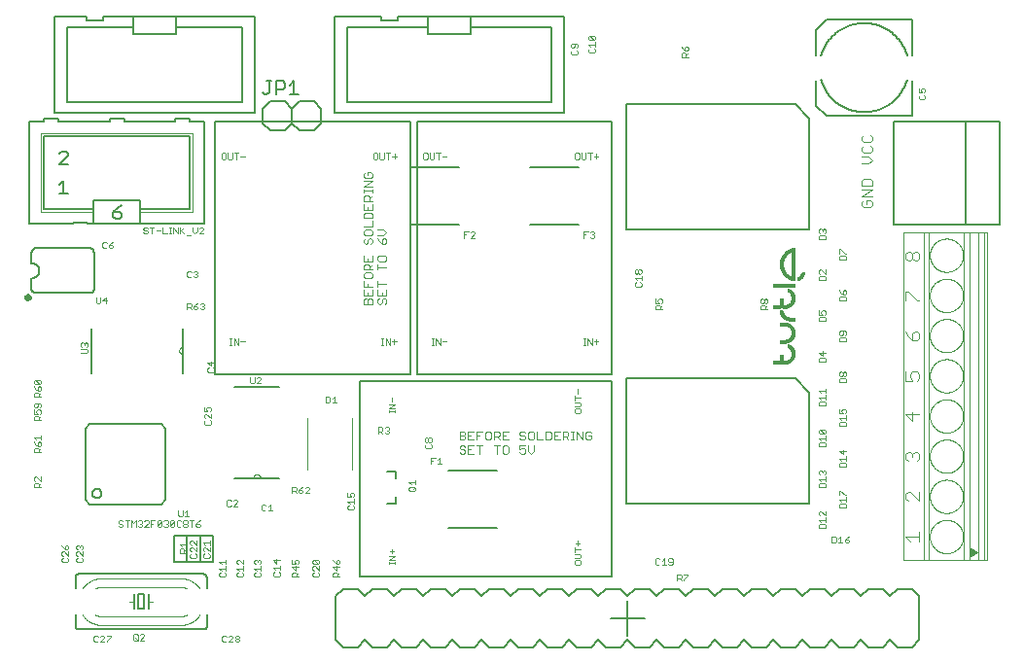
<source format=gbr>
G04 EAGLE Gerber RS-274X export*
G75*
%MOMM*%
%FSLAX34Y34*%
%LPD*%
%AMOC8*
5,1,8,0,0,1.08239X$1,22.5*%
G01*
%ADD10R,0.010156X0.091438*%
%ADD11R,0.010162X0.152400*%
%ADD12R,0.010156X0.193038*%
%ADD13R,0.010156X0.233681*%
%ADD14R,0.010156X0.254000*%
%ADD15R,0.010156X0.284481*%
%ADD16R,0.010162X0.304800*%
%ADD17R,0.010156X0.325119*%
%ADD18R,0.010156X0.345438*%
%ADD19R,0.010156X0.365756*%
%ADD20R,0.010156X0.386081*%
%ADD21R,0.010162X0.396238*%
%ADD22R,0.010156X0.416556*%
%ADD23R,0.010156X0.426719*%
%ADD24R,0.010156X0.447038*%
%ADD25R,0.010156X0.457200*%
%ADD26R,0.010162X0.467356*%
%ADD27R,0.010156X0.477519*%
%ADD28R,0.010156X0.487681*%
%ADD29R,0.010156X0.497838*%
%ADD30R,0.010156X0.518156*%
%ADD31R,0.010162X0.528319*%
%ADD32R,0.010156X0.528319*%
%ADD33R,0.010156X0.538481*%
%ADD34R,0.010156X0.548638*%
%ADD35R,0.010156X0.558800*%
%ADD36R,0.010162X0.568956*%
%ADD37R,0.010156X0.579119*%
%ADD38R,0.010156X0.589281*%
%ADD39R,0.010162X0.457200*%
%ADD40R,0.010156X0.436875*%
%ADD41R,0.010156X0.416563*%
%ADD42R,0.010156X0.396238*%
%ADD43R,0.010162X0.386081*%
%ADD44R,0.010156X0.375919*%
%ADD45R,0.010156X0.355600*%
%ADD46R,0.010162X0.345438*%
%ADD47R,0.010156X0.335281*%
%ADD48R,0.010162X0.325119*%
%ADD49R,0.010162X0.314956*%
%ADD50R,0.010156X0.304800*%
%ADD51R,0.010156X0.314956*%
%ADD52R,0.010156X0.294637*%
%ADD53R,0.010162X0.294637*%
%ADD54R,0.010162X0.233681*%
%ADD55R,0.010162X0.233675*%
%ADD56R,0.010162X2.895600*%
%ADD57R,0.010156X2.905756*%
%ADD58R,0.010156X2.895600*%
%ADD59R,0.010156X0.518162*%
%ADD60R,0.010162X0.640081*%
%ADD61R,0.010162X0.640075*%
%ADD62R,0.010162X2.885438*%
%ADD63R,0.010156X0.701037*%
%ADD64R,0.010156X0.690875*%
%ADD65R,0.010156X2.885438*%
%ADD66R,0.010156X0.741681*%
%ADD67R,0.010156X0.741675*%
%ADD68R,0.010156X0.782319*%
%ADD69R,0.010156X0.822956*%
%ADD70R,0.010156X0.822963*%
%ADD71R,0.010156X2.875275*%
%ADD72R,0.010162X0.863600*%
%ADD73R,0.010162X2.875275*%
%ADD74R,0.010156X0.904238*%
%ADD75R,0.010156X2.865119*%
%ADD76R,0.010156X0.934719*%
%ADD77R,0.010156X0.924556*%
%ADD78R,0.010156X0.965200*%
%ADD79R,0.010156X0.995681*%
%ADD80R,0.010156X1.005837*%
%ADD81R,0.010162X1.026156*%
%ADD82R,0.010162X1.026163*%
%ADD83R,0.010162X2.854956*%
%ADD84R,0.010156X1.056638*%
%ADD85R,0.010156X1.046475*%
%ADD86R,0.010156X2.844800*%
%ADD87R,0.010156X1.087119*%
%ADD88R,0.010156X1.107438*%
%ADD89R,0.010156X1.137919*%
%ADD90R,0.010156X1.127756*%
%ADD91R,0.010156X2.834637*%
%ADD92R,0.010162X1.158238*%
%ADD93R,0.010162X1.168400*%
%ADD94R,0.010162X2.824481*%
%ADD95R,0.010156X1.178556*%
%ADD96R,0.010156X1.188719*%
%ADD97R,0.010156X2.824481*%
%ADD98R,0.010156X1.209037*%
%ADD99R,0.010156X1.229356*%
%ADD100R,0.010156X1.229363*%
%ADD101R,0.010156X2.814319*%
%ADD102R,0.010156X1.249681*%
%ADD103R,0.010156X1.249675*%
%ADD104R,0.010156X2.804156*%
%ADD105R,0.010162X1.270000*%
%ADD106R,0.010162X2.804156*%
%ADD107R,0.010156X1.290319*%
%ADD108R,0.010156X1.310638*%
%ADD109R,0.010156X2.794000*%
%ADD110R,0.010156X1.330956*%
%ADD111R,0.010156X1.330963*%
%ADD112R,0.010156X2.783838*%
%ADD113R,0.010156X0.568956*%
%ADD114R,0.010162X0.518162*%
%ADD115R,0.010162X0.518156*%
%ADD116R,0.010156X0.508000*%
%ADD117R,0.010156X0.487675*%
%ADD118R,0.010156X0.467363*%
%ADD119R,0.010156X0.467356*%
%ADD120R,0.010162X0.436881*%
%ADD121R,0.010162X0.426719*%
%ADD122R,0.010162X0.447038*%
%ADD123R,0.010162X0.436875*%
%ADD124R,0.010156X0.436881*%
%ADD125R,0.010156X0.314963*%
%ADD126R,0.010156X0.406400*%
%ADD127R,0.010156X0.386075*%
%ADD128R,0.010156X0.335275*%
%ADD129R,0.010156X0.365762*%
%ADD130R,0.010162X0.365756*%
%ADD131R,0.010162X0.375919*%
%ADD132R,0.010162X0.365762*%
%ADD133R,0.010162X0.335281*%
%ADD134R,0.010162X0.335275*%
%ADD135R,0.010162X0.355600*%
%ADD136R,0.010162X0.314963*%
%ADD137R,0.010162X0.416563*%
%ADD138R,0.010162X0.406400*%
%ADD139R,0.010162X0.477519*%
%ADD140R,0.010162X0.386075*%
%ADD141R,0.010162X0.599438*%
%ADD142R,0.010156X0.619756*%
%ADD143R,0.010156X0.650238*%
%ADD144R,0.010156X0.690881*%
%ADD145R,0.010156X0.731519*%
%ADD146R,0.010162X0.873762*%
%ADD147R,0.010162X0.538481*%
%ADD148R,0.010162X0.873756*%
%ADD149R,0.010162X1.747519*%
%ADD150R,0.010156X0.873762*%
%ADD151R,0.010156X0.873756*%
%ADD152R,0.010156X1.727200*%
%ADD153R,0.010156X1.696719*%
%ADD154R,0.010156X0.640075*%
%ADD155R,0.010156X1.666238*%
%ADD156R,0.010156X0.629919*%
%ADD157R,0.010156X1.635756*%
%ADD158R,0.010162X0.619756*%
%ADD159R,0.010162X1.605281*%
%ADD160R,0.010156X0.609600*%
%ADD161R,0.010156X1.574800*%
%ADD162R,0.010156X0.599438*%
%ADD163R,0.010156X1.544319*%
%ADD164R,0.010156X0.589275*%
%ADD165R,0.010156X1.513838*%
%ADD166R,0.010156X1.483356*%
%ADD167R,0.010162X1.442719*%
%ADD168R,0.010156X1.402081*%
%ADD169R,0.010156X0.538475*%
%ADD170R,0.010156X1.361438*%
%ADD171R,0.010162X0.497838*%
%ADD172R,0.010162X1.249675*%
%ADD173R,0.010156X1.198881*%
%ADD174R,0.010156X1.158238*%
%ADD175R,0.010162X0.416556*%
%ADD176R,0.010162X1.005837*%
%ADD177R,0.010156X0.944875*%
%ADD178R,0.010156X0.883919*%
%ADD179R,0.010156X0.751838*%
%ADD180R,0.010162X0.670556*%
%ADD181R,0.010156X0.274319*%
%ADD182R,0.010156X0.233675*%
%ADD183R,0.010156X0.152400*%
%ADD184R,0.010162X0.071119*%
%ADD185C,0.050800*%
%ADD186C,0.076200*%
%ADD187C,0.127000*%
%ADD188C,0.152400*%
%ADD189C,0.101600*%
%ADD190C,0.000000*%
%ADD191C,0.203200*%

G36*
X4725Y312420D02*
X4725Y312420D01*
X4727Y312422D01*
X4728Y312421D01*
X5399Y312656D01*
X5400Y312657D01*
X5401Y312657D01*
X6003Y313035D01*
X6004Y313037D01*
X6006Y313037D01*
X6508Y313539D01*
X6508Y313541D01*
X6510Y313542D01*
X6888Y314144D01*
X6888Y314145D01*
X6889Y314146D01*
X7124Y314817D01*
X7124Y314819D01*
X7125Y314820D01*
X7204Y315526D01*
X7204Y315527D01*
X7203Y315528D01*
X7204Y315529D01*
X7125Y316235D01*
X7123Y316237D01*
X7124Y316238D01*
X6889Y316909D01*
X6888Y316910D01*
X6888Y316911D01*
X6510Y317513D01*
X6508Y317514D01*
X6508Y317516D01*
X6006Y318018D01*
X6004Y318018D01*
X6003Y318020D01*
X5401Y318398D01*
X5400Y318398D01*
X5399Y318399D01*
X4728Y318634D01*
X4726Y318634D01*
X4725Y318635D01*
X4019Y318714D01*
X4017Y318713D01*
X4016Y318714D01*
X3310Y318635D01*
X3308Y318633D01*
X3307Y318634D01*
X2636Y318399D01*
X2635Y318398D01*
X2634Y318398D01*
X2032Y318020D01*
X2031Y318018D01*
X2029Y318018D01*
X1527Y317516D01*
X1527Y317514D01*
X1525Y317513D01*
X1147Y316911D01*
X1147Y316910D01*
X1146Y316909D01*
X911Y316238D01*
X912Y316236D01*
X910Y316235D01*
X831Y315529D01*
X832Y315527D01*
X831Y315526D01*
X910Y314820D01*
X912Y314818D01*
X911Y314817D01*
X1146Y314146D01*
X1147Y314145D01*
X1147Y314144D01*
X1525Y313542D01*
X1527Y313541D01*
X1527Y313539D01*
X2029Y313037D01*
X2031Y313037D01*
X2032Y313035D01*
X2634Y312657D01*
X2635Y312657D01*
X2636Y312656D01*
X3307Y312421D01*
X3309Y312422D01*
X3310Y312420D01*
X4016Y312341D01*
X4018Y312342D01*
X4019Y312341D01*
X4725Y312420D01*
G37*
G36*
X824897Y89668D02*
X824897Y89668D01*
X824919Y89666D01*
X825018Y89695D01*
X825071Y89706D01*
X825080Y89713D01*
X825092Y89716D01*
X831442Y92891D01*
X831495Y92933D01*
X831553Y92967D01*
X831573Y92994D01*
X831600Y93015D01*
X831633Y93073D01*
X831673Y93127D01*
X831681Y93160D01*
X831698Y93190D01*
X831705Y93257D01*
X831722Y93322D01*
X831717Y93355D01*
X831720Y93389D01*
X831701Y93454D01*
X831691Y93520D01*
X831673Y93549D01*
X831664Y93581D01*
X831621Y93633D01*
X831586Y93691D01*
X831557Y93713D01*
X831538Y93737D01*
X831494Y93760D01*
X831442Y93799D01*
X825092Y96974D01*
X825070Y96979D01*
X825052Y96992D01*
X824974Y97006D01*
X824898Y97026D01*
X824876Y97023D01*
X824855Y97027D01*
X824778Y97010D01*
X824700Y97000D01*
X824681Y96988D01*
X824659Y96984D01*
X824595Y96938D01*
X824527Y96898D01*
X824514Y96880D01*
X824496Y96868D01*
X824454Y96801D01*
X824407Y96738D01*
X824401Y96716D01*
X824390Y96697D01*
X824371Y96596D01*
X824358Y96543D01*
X824360Y96532D01*
X824358Y96520D01*
X824358Y90170D01*
X824362Y90148D01*
X824360Y90126D01*
X824382Y90051D01*
X824397Y89974D01*
X824410Y89955D01*
X824416Y89934D01*
X824466Y89873D01*
X824510Y89808D01*
X824529Y89796D01*
X824543Y89778D01*
X824612Y89741D01*
X824678Y89698D01*
X824700Y89695D01*
X824719Y89684D01*
X824798Y89677D01*
X824875Y89663D01*
X824897Y89668D01*
G37*
D10*
X680568Y336601D03*
D11*
X680466Y336296D03*
D12*
X680364Y336093D03*
D13*
X680263Y335890D03*
D14*
X680161Y335788D03*
D15*
X680060Y335636D03*
D16*
X679958Y335534D03*
D17*
X679856Y335432D03*
D18*
X679755Y335331D03*
D19*
X679653Y335229D03*
D20*
X679552Y335128D03*
D21*
X679450Y335077D03*
D22*
X679348Y334975D03*
D23*
X679247Y334924D03*
D24*
X679145Y334823D03*
D25*
X679044Y334772D03*
D26*
X678942Y334721D03*
D27*
X678840Y334670D03*
D28*
X678739Y334620D03*
D29*
X678637Y334569D03*
D30*
X678536Y334467D03*
D31*
X678434Y334416D03*
D32*
X678332Y334416D03*
D33*
X678231Y334366D03*
D34*
X678129Y334315D03*
D35*
X678028Y334264D03*
D36*
X677926Y334213D03*
D37*
X677824Y334162D03*
D38*
X677723Y334112D03*
D30*
X677621Y333756D03*
D27*
X677520Y333451D03*
D39*
X677418Y333248D03*
D40*
X677316Y333146D03*
D23*
X677215Y332994D03*
D41*
X677113Y332842D03*
D42*
X677012Y332740D03*
D43*
X676910Y332588D03*
D44*
X676808Y332537D03*
X676707Y332435D03*
D19*
X676605Y332384D03*
D45*
X676504Y332232D03*
D46*
X676402Y332181D03*
D18*
X676300Y332080D03*
X676199Y332080D03*
X676097Y331978D03*
D47*
X675996Y331927D03*
D48*
X675894Y331876D03*
D17*
X675792Y331775D03*
X675691Y331775D03*
X675589Y331673D03*
X675488Y331673D03*
D49*
X675386Y331622D03*
D50*
X675284Y331572D03*
D51*
X675183Y331521D03*
X675081Y331521D03*
D50*
X674980Y331470D03*
D16*
X674878Y331470D03*
D50*
X674776Y331368D03*
X674675Y331368D03*
X674573Y331368D03*
D52*
X674472Y331318D03*
D53*
X674370Y331318D03*
D54*
X672338Y266192D03*
X672338Y284582D03*
D55*
X672338Y314858D03*
D53*
X672338Y326136D03*
D56*
X672338Y344221D03*
D45*
X672236Y266192D03*
X672236Y284582D03*
D52*
X672236Y296469D03*
D19*
X672236Y314909D03*
D52*
X672236Y326136D03*
D57*
X672236Y344170D03*
D25*
X672135Y266192D03*
D24*
X672135Y284632D03*
D52*
X672135Y296469D03*
D24*
X672135Y314909D03*
D52*
X672135Y326136D03*
D58*
X672135Y344221D03*
D30*
X672033Y266192D03*
D59*
X672033Y284582D03*
D52*
X672033Y296469D03*
D32*
X672033Y314909D03*
D52*
X672033Y326136D03*
D58*
X672033Y344221D03*
D37*
X671932Y266192D03*
X671932Y284582D03*
D52*
X671932Y296469D03*
D38*
X671932Y314909D03*
D52*
X671932Y326136D03*
D58*
X671932Y344221D03*
D60*
X671830Y266192D03*
X671830Y284582D03*
D53*
X671830Y296469D03*
D61*
X671830Y314858D03*
D53*
X671830Y326136D03*
D62*
X671830Y344170D03*
D63*
X671728Y266192D03*
D64*
X671728Y284632D03*
D52*
X671728Y296469D03*
D63*
X671728Y314858D03*
D52*
X671728Y326136D03*
D65*
X671728Y344170D03*
D66*
X671627Y266192D03*
X671627Y284582D03*
D52*
X671627Y296469D03*
D67*
X671627Y314858D03*
D52*
X671627Y326136D03*
D65*
X671627Y344170D03*
D68*
X671525Y266192D03*
X671525Y284582D03*
D52*
X671525Y296469D03*
D68*
X671525Y314858D03*
D52*
X671525Y326136D03*
D65*
X671525Y344170D03*
D69*
X671424Y266192D03*
D70*
X671424Y284582D03*
D52*
X671424Y296469D03*
D69*
X671424Y314858D03*
D52*
X671424Y326136D03*
D71*
X671424Y344221D03*
D72*
X671322Y266192D03*
X671322Y284582D03*
D53*
X671322Y296469D03*
D72*
X671322Y314858D03*
D53*
X671322Y326136D03*
D73*
X671322Y344221D03*
D74*
X671220Y266192D03*
X671220Y284582D03*
D52*
X671220Y296469D03*
D74*
X671220Y314858D03*
D52*
X671220Y326136D03*
D75*
X671220Y344170D03*
D76*
X671119Y266141D03*
X671119Y284632D03*
D52*
X671119Y296469D03*
D77*
X671119Y314858D03*
D52*
X671119Y326136D03*
D75*
X671119Y344170D03*
D78*
X671017Y266192D03*
X671017Y284582D03*
D52*
X671017Y296469D03*
D78*
X671017Y314858D03*
D52*
X671017Y326136D03*
D75*
X671017Y344170D03*
D79*
X670916Y266141D03*
D80*
X670916Y284582D03*
D52*
X670916Y296469D03*
D80*
X670916Y314858D03*
D52*
X670916Y326136D03*
D75*
X670916Y344170D03*
D81*
X670814Y266192D03*
D82*
X670814Y284582D03*
D53*
X670814Y296469D03*
D81*
X670814Y314858D03*
D53*
X670814Y326136D03*
D83*
X670814Y344221D03*
D84*
X670712Y266141D03*
X670712Y284632D03*
D52*
X670712Y296469D03*
D85*
X670712Y314858D03*
D52*
X670712Y326136D03*
D86*
X670712Y344170D03*
D87*
X670611Y266192D03*
X670611Y284582D03*
D52*
X670611Y296469D03*
D87*
X670611Y314858D03*
D52*
X670611Y326136D03*
D86*
X670611Y344170D03*
D88*
X670509Y266192D03*
X670509Y284582D03*
D52*
X670509Y296469D03*
D88*
X670509Y314858D03*
D52*
X670509Y326136D03*
D86*
X670509Y344170D03*
D89*
X670408Y266141D03*
X670408Y284632D03*
D52*
X670408Y296469D03*
D90*
X670408Y314858D03*
D52*
X670408Y326136D03*
D91*
X670408Y344221D03*
D92*
X670306Y266141D03*
D93*
X670306Y284582D03*
D53*
X670306Y296469D03*
D92*
X670306Y314808D03*
D53*
X670306Y326136D03*
D94*
X670306Y344170D03*
D95*
X670204Y266141D03*
D96*
X670204Y284582D03*
D52*
X670204Y296469D03*
D96*
X670204Y314858D03*
D52*
X670204Y326136D03*
D97*
X670204Y344170D03*
D98*
X670103Y266192D03*
X670103Y284582D03*
D52*
X670103Y296469D03*
D98*
X670103Y314858D03*
D52*
X670103Y326136D03*
D97*
X670103Y344170D03*
D99*
X670001Y266192D03*
D100*
X670001Y284582D03*
D52*
X670001Y296469D03*
D99*
X670001Y314858D03*
D52*
X670001Y326136D03*
D101*
X670001Y344221D03*
D102*
X669900Y266192D03*
X669900Y284582D03*
D52*
X669900Y296469D03*
D103*
X669900Y314858D03*
D52*
X669900Y326136D03*
D104*
X669900Y344170D03*
D105*
X669798Y266192D03*
X669798Y284582D03*
D53*
X669798Y296469D03*
D105*
X669798Y314858D03*
D53*
X669798Y326136D03*
D106*
X669798Y344170D03*
D107*
X669696Y266192D03*
X669696Y284582D03*
D52*
X669696Y296469D03*
D107*
X669696Y314858D03*
D52*
X669696Y326136D03*
D104*
X669696Y344170D03*
D108*
X669595Y266192D03*
X669595Y284582D03*
D52*
X669595Y296469D03*
D108*
X669595Y314858D03*
D52*
X669595Y326136D03*
D109*
X669595Y344221D03*
D110*
X669493Y266192D03*
D111*
X669493Y284582D03*
D52*
X669493Y296469D03*
D110*
X669493Y314858D03*
D52*
X669493Y326136D03*
D112*
X669493Y344170D03*
D113*
X669392Y262280D03*
D35*
X669392Y270053D03*
D113*
X669392Y280670D03*
X669392Y288493D03*
D52*
X669392Y296469D03*
D113*
X669392Y310947D03*
X669392Y318770D03*
D52*
X669392Y326136D03*
D17*
X669392Y331876D03*
D51*
X669392Y356514D03*
D31*
X669290Y261976D03*
D114*
X669290Y270358D03*
D31*
X669290Y280365D03*
X669290Y288798D03*
D53*
X669290Y296469D03*
D31*
X669290Y310642D03*
D115*
X669290Y319024D03*
D53*
X669290Y326136D03*
D16*
X669290Y331876D03*
D49*
X669290Y356514D03*
D116*
X669188Y261772D03*
D29*
X669188Y270561D03*
D116*
X669188Y280162D03*
X669188Y289001D03*
D52*
X669188Y296469D03*
D116*
X669188Y310439D03*
D29*
X669188Y319227D03*
D52*
X669188Y326136D03*
D51*
X669188Y331927D03*
X669188Y356413D03*
D28*
X669087Y261569D03*
D27*
X669087Y270764D03*
D117*
X669087Y279959D03*
X669087Y289204D03*
D52*
X669087Y296469D03*
D28*
X669087Y310236D03*
D27*
X669087Y319430D03*
D52*
X669087Y326136D03*
D51*
X669087Y331927D03*
X669087Y356413D03*
D118*
X668985Y261468D03*
D25*
X668985Y270967D03*
D119*
X668985Y279857D03*
X668985Y289306D03*
D52*
X668985Y296469D03*
D119*
X668985Y310134D03*
D25*
X668985Y319634D03*
D52*
X668985Y326136D03*
D51*
X668985Y332029D03*
X668985Y356413D03*
D24*
X668884Y261264D03*
X668884Y271120D03*
D25*
X668884Y279705D03*
D24*
X668884Y289509D03*
D52*
X668884Y296469D03*
D24*
X668884Y309931D03*
X668884Y319786D03*
D52*
X668884Y326136D03*
D51*
X668884Y332029D03*
X668884Y356311D03*
D120*
X668782Y261112D03*
D121*
X668782Y271221D03*
D122*
X668782Y279552D03*
D120*
X668782Y289662D03*
D53*
X668782Y296469D03*
D123*
X668782Y309778D03*
D121*
X668782Y319888D03*
D53*
X668782Y326136D03*
D48*
X668782Y332080D03*
D49*
X668782Y356311D03*
D40*
X668680Y261010D03*
D23*
X668680Y271323D03*
D124*
X668680Y279400D03*
X668680Y289763D03*
D52*
X668680Y296469D03*
D40*
X668680Y309677D03*
D23*
X668680Y319989D03*
D52*
X668680Y326136D03*
D51*
X668680Y332130D03*
D125*
X668680Y356210D03*
D22*
X668579Y260909D03*
X668579Y271475D03*
X668579Y279298D03*
X668579Y289865D03*
D52*
X668579Y296469D03*
D22*
X668579Y309575D03*
D41*
X668579Y320142D03*
D52*
X668579Y326136D03*
D17*
X668579Y332181D03*
D125*
X668579Y356210D03*
D126*
X668477Y260756D03*
X668477Y271628D03*
X668477Y279146D03*
X668477Y290017D03*
D52*
X668477Y296469D03*
D126*
X668477Y309423D03*
X668477Y320294D03*
D52*
X668477Y326136D03*
D51*
X668477Y332232D03*
D17*
X668477Y356159D03*
D126*
X668376Y260655D03*
D42*
X668376Y271678D03*
D126*
X668376Y279044D03*
X668376Y290119D03*
D52*
X668376Y296469D03*
D126*
X668376Y309321D03*
D42*
X668376Y320345D03*
D52*
X668376Y326136D03*
D17*
X668376Y332283D03*
D51*
X668376Y356108D03*
D21*
X668274Y260502D03*
X668274Y271780D03*
X668274Y278994D03*
X668274Y290271D03*
D53*
X668274Y296469D03*
D43*
X668274Y309220D03*
D21*
X668274Y320446D03*
D53*
X668274Y326136D03*
D48*
X668274Y332283D03*
X668274Y356057D03*
D20*
X668172Y260452D03*
D127*
X668172Y271932D03*
D20*
X668172Y278841D03*
X668172Y290322D03*
D52*
X668172Y296469D03*
D20*
X668172Y309118D03*
D127*
X668172Y320599D03*
D52*
X668172Y326136D03*
D17*
X668172Y332384D03*
X668172Y355956D03*
D20*
X668071Y260350D03*
D44*
X668071Y271983D03*
D20*
X668071Y278740D03*
X668071Y290424D03*
D52*
X668071Y296469D03*
D127*
X668071Y309016D03*
D44*
X668071Y320650D03*
D52*
X668071Y326136D03*
D17*
X668071Y332384D03*
X668071Y355956D03*
D44*
X667969Y260299D03*
X667969Y272085D03*
X667969Y278689D03*
X667969Y290474D03*
D52*
X667969Y296469D03*
D44*
X667969Y308966D03*
X667969Y320751D03*
D52*
X667969Y326136D03*
D17*
X667969Y332486D03*
D128*
X667969Y355905D03*
D44*
X667868Y260198D03*
D129*
X667868Y272136D03*
D44*
X667868Y278587D03*
X667868Y290576D03*
D52*
X667868Y296469D03*
D44*
X667868Y308864D03*
X667868Y320853D03*
D52*
X667868Y326136D03*
D128*
X667868Y332537D03*
D17*
X667868Y355854D03*
D130*
X667766Y260045D03*
X667766Y272237D03*
X667766Y278536D03*
D131*
X667766Y290678D03*
D53*
X667766Y296469D03*
D130*
X667766Y308813D03*
D132*
X667766Y320904D03*
D53*
X667766Y326136D03*
D48*
X667766Y332588D03*
D133*
X667766Y355803D03*
D45*
X667664Y259994D03*
D19*
X667664Y272339D03*
X667664Y278435D03*
D45*
X667664Y290779D03*
D52*
X667664Y296469D03*
D129*
X667664Y308712D03*
D19*
X667664Y321005D03*
D52*
X667664Y326136D03*
D128*
X667664Y332638D03*
D47*
X667664Y355702D03*
D45*
X667563Y259893D03*
X667563Y272390D03*
D19*
X667563Y278333D03*
X667563Y290830D03*
D52*
X667563Y296469D03*
D19*
X667563Y308610D03*
D45*
X667563Y321056D03*
D52*
X667563Y326136D03*
D17*
X667563Y332689D03*
D47*
X667563Y355702D03*
D45*
X667461Y259893D03*
X667461Y272491D03*
X667461Y278282D03*
X667461Y290881D03*
D52*
X667461Y296469D03*
D45*
X667461Y308559D03*
X667461Y321158D03*
D52*
X667461Y326136D03*
D47*
X667461Y332740D03*
X667461Y355600D03*
D45*
X667360Y259791D03*
D18*
X667360Y272542D03*
D45*
X667360Y278181D03*
X667360Y290982D03*
D52*
X667360Y296469D03*
D45*
X667360Y308458D03*
D18*
X667360Y321208D03*
D52*
X667360Y326136D03*
D47*
X667360Y332842D03*
X667360Y355600D03*
D46*
X667258Y259740D03*
X667258Y272644D03*
X667258Y278130D03*
X667258Y291033D03*
D53*
X667258Y296469D03*
D46*
X667258Y308407D03*
X667258Y321310D03*
D53*
X667258Y326136D03*
D133*
X667258Y332842D03*
D134*
X667258Y355498D03*
D18*
X667156Y259639D03*
X667156Y272644D03*
D47*
X667156Y278079D03*
D18*
X667156Y291135D03*
D52*
X667156Y296469D03*
D18*
X667156Y308305D03*
X667156Y321310D03*
D52*
X667156Y326136D03*
D47*
X667156Y332943D03*
D18*
X667156Y355448D03*
D47*
X667055Y259588D03*
D18*
X667055Y272745D03*
D47*
X667055Y277978D03*
X667055Y291186D03*
D52*
X667055Y296570D03*
D128*
X667055Y308254D03*
D18*
X667055Y321412D03*
D52*
X667055Y326136D03*
D18*
X667055Y332994D03*
X667055Y355346D03*
D128*
X666953Y259486D03*
D47*
X666953Y272796D03*
X666953Y277978D03*
X666953Y291287D03*
D52*
X666953Y296570D03*
D128*
X666953Y308254D03*
X666953Y321462D03*
D52*
X666953Y326136D03*
D18*
X666953Y333096D03*
X666953Y355346D03*
D128*
X666852Y259486D03*
D47*
X666852Y272898D03*
X666852Y277876D03*
X666852Y291287D03*
D52*
X666852Y296570D03*
D128*
X666852Y308153D03*
D47*
X666852Y321564D03*
D52*
X666852Y326136D03*
D18*
X666852Y333096D03*
X666852Y355244D03*
D48*
X666750Y259436D03*
D133*
X666750Y272898D03*
D48*
X666750Y277825D03*
X666750Y291338D03*
D53*
X666750Y296570D03*
D48*
X666750Y308102D03*
D133*
X666750Y321564D03*
D53*
X666750Y326136D03*
D46*
X666750Y333197D03*
D135*
X666750Y355194D03*
D17*
X666648Y259334D03*
X666648Y272948D03*
D128*
X666648Y277774D03*
D17*
X666648Y291440D03*
D52*
X666648Y296570D03*
D47*
X666648Y308051D03*
D17*
X666648Y321615D03*
D52*
X666648Y326136D03*
D45*
X666648Y333248D03*
X666648Y355092D03*
D17*
X666547Y259334D03*
X666547Y273050D03*
X666547Y277724D03*
X666547Y291440D03*
D50*
X666547Y296621D03*
D17*
X666547Y308000D03*
X666547Y321716D03*
D52*
X666547Y326136D03*
D45*
X666547Y333350D03*
D18*
X666547Y355041D03*
D17*
X666445Y259232D03*
X666445Y273050D03*
D51*
X666445Y277673D03*
D17*
X666445Y291541D03*
D50*
X666445Y296621D03*
D125*
X666445Y307950D03*
D17*
X666445Y321716D03*
D52*
X666445Y326136D03*
D45*
X666445Y333350D03*
X666445Y354990D03*
D17*
X666344Y259232D03*
X666344Y273152D03*
X666344Y277622D03*
X666344Y291541D03*
D52*
X666344Y296672D03*
D17*
X666344Y307899D03*
X666344Y321818D03*
D52*
X666344Y326136D03*
D45*
X666344Y333451D03*
X666344Y354889D03*
D136*
X666242Y259182D03*
D49*
X666242Y277571D03*
X666242Y291592D03*
D53*
X666242Y296672D03*
D49*
X666242Y307848D03*
D53*
X666242Y326136D03*
D135*
X666242Y333553D03*
D130*
X666242Y354838D03*
D17*
X666140Y259131D03*
D51*
X666140Y277571D03*
D17*
X666140Y291643D03*
D50*
X666140Y296723D03*
D17*
X666140Y307797D03*
D52*
X666140Y326136D03*
D129*
X666140Y333604D03*
D19*
X666140Y354736D03*
D51*
X666039Y259080D03*
D125*
X666039Y277470D03*
X666039Y291694D03*
D50*
X666039Y296723D03*
D51*
X666039Y307746D03*
D52*
X666039Y326136D03*
D19*
X666039Y333705D03*
X666039Y354635D03*
D51*
X665937Y259080D03*
D125*
X665937Y277470D03*
X665937Y291694D03*
D50*
X665937Y296723D03*
D51*
X665937Y307746D03*
D52*
X665937Y326136D03*
D19*
X665937Y333807D03*
D44*
X665937Y354584D03*
D51*
X665836Y258978D03*
D50*
X665836Y277419D03*
D51*
X665836Y291795D03*
D50*
X665836Y296824D03*
X665836Y307696D03*
D52*
X665836Y326136D03*
D44*
X665836Y333858D03*
D19*
X665836Y354533D03*
D49*
X665734Y258978D03*
X665734Y277368D03*
X665734Y291795D03*
D16*
X665734Y296824D03*
D49*
X665734Y307645D03*
D53*
X665734Y326136D03*
D131*
X665734Y333959D03*
D132*
X665734Y354432D03*
D50*
X665632Y258928D03*
X665632Y277317D03*
X665632Y291846D03*
D51*
X665632Y296875D03*
D50*
X665632Y307594D03*
D52*
X665632Y326136D03*
D44*
X665632Y334061D03*
X665632Y354381D03*
D50*
X665531Y258928D03*
X665531Y277317D03*
X665531Y291846D03*
D51*
X665531Y296875D03*
D50*
X665531Y307594D03*
D52*
X665531Y326136D03*
D20*
X665531Y334112D03*
D44*
X665531Y354279D03*
D50*
X665429Y258826D03*
X665429Y277317D03*
X665429Y291948D03*
D51*
X665429Y296977D03*
D50*
X665429Y307594D03*
D52*
X665429Y326136D03*
D20*
X665429Y334213D03*
D44*
X665429Y354178D03*
D50*
X665328Y258826D03*
X665328Y277216D03*
X665328Y291948D03*
D51*
X665328Y296977D03*
D50*
X665328Y307492D03*
D52*
X665328Y326136D03*
D127*
X665328Y334315D03*
D42*
X665328Y354076D03*
D16*
X665226Y258826D03*
X665226Y277216D03*
X665226Y291948D03*
D48*
X665226Y297028D03*
D16*
X665226Y307492D03*
D53*
X665226Y326136D03*
D21*
X665226Y334366D03*
X665226Y353974D03*
D52*
X665124Y258775D03*
D50*
X665124Y277216D03*
D52*
X665124Y291998D03*
D17*
X665124Y297028D03*
D50*
X665124Y307492D03*
D52*
X665124Y326136D03*
D42*
X665124Y334467D03*
X665124Y353873D03*
D52*
X665023Y258775D03*
X665023Y277165D03*
X665023Y291998D03*
D17*
X665023Y297129D03*
D52*
X665023Y307442D03*
X665023Y326136D03*
D42*
X665023Y334569D03*
X665023Y353771D03*
D50*
X664921Y258724D03*
D52*
X664921Y277165D03*
D50*
X664921Y292049D03*
D17*
X664921Y297129D03*
D50*
X664921Y307391D03*
D52*
X664921Y326136D03*
D42*
X664921Y334670D03*
D126*
X664921Y353720D03*
D50*
X664820Y258724D03*
X664820Y277114D03*
X664820Y292049D03*
D17*
X664820Y297231D03*
D50*
X664820Y307391D03*
D52*
X664820Y326136D03*
D22*
X664820Y334772D03*
D126*
X664820Y353619D03*
D53*
X664718Y258674D03*
D16*
X664718Y277114D03*
D53*
X664718Y292100D03*
D48*
X664718Y297231D03*
D53*
X664718Y307340D03*
X664718Y326136D03*
D137*
X664718Y334874D03*
D138*
X664718Y353517D03*
D52*
X664616Y258674D03*
X664616Y277063D03*
X664616Y292100D03*
D47*
X664616Y297282D03*
D52*
X664616Y307340D03*
X664616Y326136D03*
D22*
X664616Y334975D03*
X664616Y353365D03*
D52*
X664515Y258674D03*
X664515Y277063D03*
X664515Y292100D03*
D47*
X664515Y297383D03*
D52*
X664515Y307340D03*
X664515Y326136D03*
D22*
X664515Y335077D03*
D23*
X664515Y353314D03*
D52*
X664413Y258674D03*
X664413Y277063D03*
X664413Y292100D03*
D18*
X664413Y297434D03*
D52*
X664413Y307340D03*
X664413Y326136D03*
D23*
X664413Y335229D03*
X664413Y353212D03*
D52*
X664312Y258674D03*
X664312Y277063D03*
X664312Y292100D03*
D128*
X664312Y297485D03*
D52*
X664312Y307340D03*
X664312Y326136D03*
D23*
X664312Y335331D03*
D124*
X664312Y353060D03*
D53*
X664210Y258572D03*
X664210Y277063D03*
X664210Y292202D03*
D46*
X664210Y297536D03*
D53*
X664210Y307238D03*
X664210Y326136D03*
D122*
X664210Y335432D03*
D123*
X664210Y352958D03*
D52*
X664108Y258572D03*
X664108Y276962D03*
X664108Y292202D03*
D18*
X664108Y297637D03*
D52*
X664108Y307238D03*
X664108Y326136D03*
D24*
X664108Y335534D03*
X664108Y352806D03*
D52*
X664007Y258572D03*
X664007Y276962D03*
X664007Y292202D03*
D45*
X664007Y297688D03*
D52*
X664007Y307238D03*
X664007Y326136D03*
D25*
X664007Y335686D03*
D24*
X664007Y352704D03*
D52*
X663905Y258572D03*
X663905Y276962D03*
X663905Y292202D03*
D19*
X663905Y297739D03*
D52*
X663905Y307238D03*
X663905Y326136D03*
D25*
X663905Y335788D03*
X663905Y352552D03*
D52*
X663804Y258572D03*
X663804Y276962D03*
X663804Y292202D03*
D19*
X663804Y297840D03*
D52*
X663804Y307238D03*
X663804Y326136D03*
D119*
X663804Y335940D03*
D118*
X663804Y352400D03*
D53*
X663702Y258572D03*
X663702Y276962D03*
X663702Y292202D03*
D130*
X663702Y297942D03*
D53*
X663702Y307238D03*
X663702Y326136D03*
D139*
X663702Y336093D03*
D26*
X663702Y352298D03*
D52*
X663600Y258572D03*
X663600Y276962D03*
X663600Y292202D03*
D44*
X663600Y297993D03*
D52*
X663600Y307238D03*
X663600Y326136D03*
D27*
X663600Y336194D03*
X663600Y352146D03*
D52*
X663499Y258572D03*
X663499Y276962D03*
X663499Y292202D03*
D44*
X663499Y298094D03*
D52*
X663499Y307238D03*
X663499Y326136D03*
D117*
X663499Y336347D03*
D28*
X663499Y351993D03*
D52*
X663397Y258572D03*
X663397Y276962D03*
X663397Y292202D03*
D20*
X663397Y298145D03*
D52*
X663397Y307238D03*
X663397Y326136D03*
D29*
X663397Y336499D03*
X663397Y351841D03*
D52*
X663296Y258572D03*
X663296Y276962D03*
X663296Y292202D03*
D127*
X663296Y298247D03*
D52*
X663296Y307238D03*
X663296Y326136D03*
D116*
X663296Y336652D03*
X663296Y351688D03*
D53*
X663194Y258572D03*
X663194Y276962D03*
X663194Y292202D03*
D140*
X663194Y298348D03*
D53*
X663194Y307238D03*
X663194Y326136D03*
D115*
X663194Y336804D03*
X663194Y351536D03*
D52*
X663092Y258572D03*
X663092Y276962D03*
X663092Y292202D03*
D126*
X663092Y298450D03*
D52*
X663092Y307238D03*
X663092Y326136D03*
D33*
X663092Y337007D03*
D32*
X663092Y351384D03*
D52*
X662991Y258572D03*
X662991Y276962D03*
X662991Y292202D03*
D126*
X662991Y298552D03*
D52*
X662991Y307238D03*
X662991Y326136D03*
D34*
X662991Y337160D03*
X662991Y351180D03*
D52*
X662889Y258572D03*
X662889Y276962D03*
X662889Y292202D03*
D22*
X662889Y298704D03*
D52*
X662889Y307238D03*
X662889Y326136D03*
D113*
X662889Y337363D03*
X662889Y350977D03*
D52*
X662788Y258572D03*
X662788Y276962D03*
X662788Y292202D03*
D23*
X662788Y298755D03*
D52*
X662788Y307238D03*
X662788Y326136D03*
D37*
X662788Y337617D03*
X662788Y350825D03*
D53*
X662686Y258572D03*
X662686Y276962D03*
X662686Y292202D03*
D120*
X662686Y298907D03*
D53*
X662686Y307238D03*
X662686Y326136D03*
D141*
X662686Y337820D03*
X662686Y350622D03*
D52*
X662584Y258572D03*
X662584Y276962D03*
X662584Y292202D03*
D24*
X662584Y299060D03*
D52*
X662584Y307238D03*
X662584Y326136D03*
D142*
X662584Y338023D03*
X662584Y350317D03*
D52*
X662483Y258572D03*
X662483Y276962D03*
X662483Y292202D03*
D27*
X662483Y299212D03*
D52*
X662483Y307238D03*
X662483Y326136D03*
D143*
X662483Y338277D03*
X662483Y350063D03*
D52*
X662381Y258572D03*
X662381Y276962D03*
X662381Y292202D03*
D117*
X662381Y299364D03*
D52*
X662381Y307238D03*
X662381Y326136D03*
D144*
X662381Y338582D03*
X662381Y349758D03*
D52*
X662280Y258572D03*
X662280Y276962D03*
X662280Y292202D03*
D116*
X662280Y299568D03*
D52*
X662280Y307238D03*
X662280Y326136D03*
D145*
X662280Y338988D03*
D67*
X662280Y349402D03*
D146*
X662178Y261468D03*
D53*
X662178Y276962D03*
X662178Y292202D03*
D147*
X662178Y299822D03*
D148*
X662178Y310134D03*
D53*
X662178Y326136D03*
D149*
X662178Y344170D03*
D150*
X662076Y261468D03*
D52*
X662076Y276962D03*
X662076Y292202D03*
D38*
X662076Y300177D03*
D151*
X662076Y310134D03*
D52*
X662076Y326136D03*
D152*
X662076Y344170D03*
D150*
X661975Y261468D03*
D52*
X661975Y276962D03*
X661975Y292202D03*
D143*
X661975Y300584D03*
D151*
X661975Y310134D03*
D52*
X661975Y326136D03*
D153*
X661975Y344221D03*
D150*
X661873Y261468D03*
D52*
X661873Y276962D03*
X661873Y292202D03*
D154*
X661873Y300634D03*
D151*
X661873Y310134D03*
D52*
X661873Y326136D03*
D155*
X661873Y344170D03*
D150*
X661772Y261468D03*
D52*
X661772Y276962D03*
X661772Y292202D03*
D156*
X661772Y300685D03*
D151*
X661772Y310134D03*
D52*
X661772Y326136D03*
D157*
X661772Y344221D03*
D146*
X661670Y261468D03*
D53*
X661670Y276962D03*
X661670Y292202D03*
D158*
X661670Y300736D03*
D148*
X661670Y310134D03*
D53*
X661670Y326136D03*
D159*
X661670Y344170D03*
D150*
X661568Y261468D03*
D52*
X661568Y276962D03*
X661568Y292202D03*
D160*
X661568Y300787D03*
D151*
X661568Y310134D03*
D52*
X661568Y326136D03*
D161*
X661568Y344221D03*
D150*
X661467Y261468D03*
D52*
X661467Y276962D03*
X661467Y292202D03*
D162*
X661467Y300838D03*
D151*
X661467Y310134D03*
D52*
X661467Y326136D03*
D163*
X661467Y344170D03*
D150*
X661365Y261468D03*
D52*
X661365Y276962D03*
X661365Y292202D03*
D164*
X661365Y300888D03*
D151*
X661365Y310134D03*
D52*
X661365Y326136D03*
D165*
X661365Y344221D03*
D150*
X661264Y261468D03*
D52*
X661264Y276962D03*
X661264Y292202D03*
D37*
X661264Y300939D03*
D151*
X661264Y310134D03*
D52*
X661264Y326136D03*
D166*
X661264Y344170D03*
D146*
X661162Y261468D03*
D53*
X661162Y276962D03*
X661162Y292202D03*
D36*
X661162Y300990D03*
D148*
X661162Y310134D03*
D53*
X661162Y326136D03*
D167*
X661162Y344170D03*
D150*
X661060Y261468D03*
D52*
X661060Y276962D03*
X661060Y292202D03*
D34*
X661060Y301092D03*
D151*
X661060Y310134D03*
D52*
X661060Y326136D03*
D168*
X661060Y344170D03*
D150*
X660959Y261468D03*
D52*
X660959Y276962D03*
X660959Y292202D03*
D169*
X660959Y301142D03*
D151*
X660959Y310134D03*
D52*
X660959Y326136D03*
D170*
X660959Y344170D03*
D150*
X660857Y261468D03*
D52*
X660857Y276962D03*
X660857Y292202D03*
D32*
X660857Y301193D03*
D151*
X660857Y310134D03*
D52*
X660857Y326136D03*
D110*
X660857Y344221D03*
D150*
X660756Y261468D03*
D52*
X660756Y276962D03*
X660756Y292202D03*
D116*
X660756Y301295D03*
D151*
X660756Y310134D03*
D52*
X660756Y326136D03*
D107*
X660756Y344221D03*
D146*
X660654Y261468D03*
D53*
X660654Y276962D03*
X660654Y292202D03*
D171*
X660654Y301346D03*
D148*
X660654Y310134D03*
D53*
X660654Y326136D03*
D172*
X660654Y344221D03*
D150*
X660552Y261468D03*
D52*
X660552Y276962D03*
X660552Y292202D03*
D117*
X660552Y301396D03*
D151*
X660552Y310134D03*
D52*
X660552Y326136D03*
D173*
X660552Y344170D03*
D150*
X660451Y261468D03*
D52*
X660451Y276962D03*
X660451Y292202D03*
D119*
X660451Y301498D03*
D151*
X660451Y310134D03*
D52*
X660451Y326136D03*
D174*
X660451Y344170D03*
D150*
X660349Y261468D03*
D52*
X660349Y276962D03*
X660349Y292202D03*
D24*
X660349Y301600D03*
D151*
X660349Y310134D03*
D52*
X660349Y326136D03*
D88*
X660349Y344221D03*
D150*
X660248Y261468D03*
D52*
X660248Y276962D03*
X660248Y292202D03*
D40*
X660248Y301650D03*
D151*
X660248Y310134D03*
D52*
X660248Y326136D03*
D84*
X660248Y344170D03*
D146*
X660146Y261468D03*
D53*
X660146Y276962D03*
X660146Y292202D03*
D175*
X660146Y301752D03*
D148*
X660146Y310134D03*
D53*
X660146Y326136D03*
D176*
X660146Y344221D03*
D150*
X660044Y261468D03*
D52*
X660044Y276962D03*
X660044Y292202D03*
D42*
X660044Y301854D03*
D151*
X660044Y310134D03*
D52*
X660044Y326136D03*
D177*
X660044Y344221D03*
D150*
X659943Y261468D03*
D52*
X659943Y276962D03*
X659943Y292202D03*
D44*
X659943Y301955D03*
D151*
X659943Y310134D03*
D52*
X659943Y326136D03*
D178*
X659943Y344221D03*
D150*
X659841Y261468D03*
D52*
X659841Y276962D03*
X659841Y292202D03*
D18*
X659841Y302108D03*
D151*
X659841Y310134D03*
D52*
X659841Y326136D03*
D69*
X659841Y344221D03*
D150*
X659740Y261468D03*
D17*
X659740Y302209D03*
D151*
X659740Y310134D03*
D52*
X659740Y326136D03*
D179*
X659740Y344170D03*
D146*
X659638Y261468D03*
D53*
X659638Y302362D03*
D148*
X659638Y310134D03*
D53*
X659638Y326136D03*
D180*
X659638Y344170D03*
D150*
X659536Y261468D03*
D181*
X659536Y302463D03*
D151*
X659536Y310134D03*
D52*
X659536Y326136D03*
D113*
X659536Y344170D03*
D150*
X659435Y261468D03*
D182*
X659435Y302666D03*
D151*
X659435Y310134D03*
D52*
X659435Y326136D03*
D25*
X659435Y344221D03*
D150*
X659333Y261468D03*
D12*
X659333Y302870D03*
D151*
X659333Y310134D03*
D52*
X659333Y326136D03*
X659333Y344221D03*
X659232Y258572D03*
D183*
X659232Y303073D03*
D52*
X659232Y307238D03*
X659232Y326136D03*
D53*
X659130Y258572D03*
D184*
X659130Y303479D03*
D53*
X659130Y307238D03*
X659130Y326136D03*
D52*
X659028Y258572D03*
X659028Y307238D03*
X659028Y326136D03*
X658927Y258572D03*
X658927Y307238D03*
X658927Y326136D03*
X658825Y258572D03*
X658825Y307238D03*
X658825Y326136D03*
X658724Y258572D03*
X658724Y307238D03*
X658724Y326136D03*
D53*
X658622Y258572D03*
X658622Y307238D03*
X658622Y326136D03*
D52*
X658520Y258572D03*
X658520Y307238D03*
X658520Y326136D03*
X658419Y258572D03*
X658419Y307238D03*
X658419Y326136D03*
X658317Y258572D03*
X658317Y307238D03*
X658317Y326136D03*
X658216Y258572D03*
X658216Y307238D03*
X658216Y326136D03*
D53*
X658114Y258572D03*
X658114Y307238D03*
X658114Y326136D03*
D52*
X658012Y258572D03*
X658012Y307238D03*
X658012Y326136D03*
X657911Y258572D03*
X657911Y307238D03*
X657911Y326136D03*
X657809Y258572D03*
X657809Y307238D03*
X657809Y326136D03*
X657708Y258572D03*
X657708Y307238D03*
X657708Y326136D03*
D53*
X657606Y258572D03*
X657606Y307238D03*
X657606Y326136D03*
D52*
X657504Y258572D03*
X657504Y307238D03*
X657504Y326136D03*
X657403Y258572D03*
X657403Y307238D03*
X657403Y326136D03*
X657301Y258572D03*
X657301Y307238D03*
X657301Y326136D03*
X657200Y258572D03*
X657200Y307238D03*
X657200Y326136D03*
D53*
X657098Y258572D03*
X657098Y307238D03*
X657098Y326136D03*
D52*
X656996Y258572D03*
X656996Y307238D03*
X656996Y326136D03*
X656895Y258572D03*
X656895Y307238D03*
X656895Y326136D03*
X656793Y258572D03*
X656793Y307238D03*
X656793Y326136D03*
X656692Y258572D03*
X656692Y307238D03*
X656692Y326136D03*
D53*
X656590Y258572D03*
X656590Y307238D03*
X656590Y326136D03*
D52*
X656488Y258572D03*
X656488Y307238D03*
X656488Y326136D03*
X656387Y258572D03*
X656387Y307238D03*
X656387Y326136D03*
X656285Y258572D03*
X656285Y307238D03*
X656285Y326136D03*
X656184Y258572D03*
X656184Y307238D03*
X656184Y326136D03*
D53*
X656082Y258572D03*
X656082Y307238D03*
X656082Y326136D03*
D52*
X655980Y258572D03*
X655980Y307238D03*
X655980Y326136D03*
X655879Y258572D03*
X655879Y307238D03*
X655879Y326136D03*
X655777Y258572D03*
X655777Y307238D03*
X655777Y326136D03*
X655676Y258572D03*
X655676Y307238D03*
X655676Y326136D03*
D53*
X655574Y258572D03*
X655574Y307238D03*
X655574Y326136D03*
D52*
X655472Y258572D03*
X655472Y307238D03*
X655472Y326136D03*
X655371Y258572D03*
X655371Y307238D03*
X655371Y326136D03*
X655269Y258572D03*
X655269Y307238D03*
X655269Y326136D03*
X655168Y258572D03*
X655168Y307238D03*
X655168Y326136D03*
D53*
X655066Y258572D03*
X655066Y307238D03*
X655066Y326136D03*
D52*
X654964Y258572D03*
X654964Y307238D03*
X654964Y326136D03*
X654863Y258572D03*
X654863Y307238D03*
X654863Y326136D03*
X654761Y258572D03*
X654761Y307238D03*
X654761Y326136D03*
X654660Y258572D03*
X654660Y307238D03*
X654660Y326136D03*
D53*
X654558Y258572D03*
X654558Y307238D03*
X654558Y326136D03*
D52*
X654456Y258572D03*
X654456Y307238D03*
X654456Y326136D03*
X654355Y258572D03*
X654355Y307238D03*
X654355Y326136D03*
X654253Y258572D03*
X654253Y307238D03*
X654253Y326136D03*
X654152Y258572D03*
X654152Y307238D03*
X654152Y326136D03*
D53*
X654050Y258572D03*
X654050Y307238D03*
X654050Y326136D03*
D52*
X653948Y258572D03*
X653948Y307238D03*
X653948Y326136D03*
D185*
X86533Y120485D02*
X85600Y121417D01*
X83736Y121417D01*
X82804Y120485D01*
X82804Y119553D01*
X83736Y118620D01*
X85600Y118620D01*
X86533Y117688D01*
X86533Y116756D01*
X85600Y115824D01*
X83736Y115824D01*
X82804Y116756D01*
X90281Y115824D02*
X90281Y121417D01*
X88417Y121417D02*
X92146Y121417D01*
X94030Y121417D02*
X94030Y115824D01*
X95894Y119553D02*
X94030Y121417D01*
X95894Y119553D02*
X97759Y121417D01*
X97759Y115824D01*
X99643Y120485D02*
X100575Y121417D01*
X102440Y121417D01*
X103372Y120485D01*
X103372Y119553D01*
X102440Y118620D01*
X101508Y118620D01*
X102440Y118620D02*
X103372Y117688D01*
X103372Y116756D01*
X102440Y115824D01*
X100575Y115824D01*
X99643Y116756D01*
X105256Y115824D02*
X108985Y115824D01*
X105256Y115824D02*
X108985Y119553D01*
X108985Y120485D01*
X108053Y121417D01*
X106189Y121417D01*
X105256Y120485D01*
X110869Y121417D02*
X110869Y115824D01*
X110869Y121417D02*
X114598Y121417D01*
X112734Y118620D02*
X110869Y118620D01*
X116483Y116756D02*
X116483Y120485D01*
X117415Y121417D01*
X119279Y121417D01*
X120211Y120485D01*
X120211Y116756D01*
X119279Y115824D01*
X117415Y115824D01*
X116483Y116756D01*
X120211Y120485D01*
X122096Y120485D02*
X123028Y121417D01*
X124892Y121417D01*
X125824Y120485D01*
X125824Y119553D01*
X124892Y118620D01*
X123960Y118620D01*
X124892Y118620D02*
X125824Y117688D01*
X125824Y116756D01*
X124892Y115824D01*
X123028Y115824D01*
X122096Y116756D01*
X127709Y116756D02*
X127709Y120485D01*
X128641Y121417D01*
X130505Y121417D01*
X131437Y120485D01*
X131437Y116756D01*
X130505Y115824D01*
X128641Y115824D01*
X127709Y116756D01*
X131437Y120485D01*
X136118Y121417D02*
X137050Y120485D01*
X136118Y121417D02*
X134254Y121417D01*
X133322Y120485D01*
X133322Y116756D01*
X134254Y115824D01*
X136118Y115824D01*
X137050Y116756D01*
X138935Y120485D02*
X139867Y121417D01*
X141731Y121417D01*
X142663Y120485D01*
X142663Y119553D01*
X141731Y118620D01*
X142663Y117688D01*
X142663Y116756D01*
X141731Y115824D01*
X139867Y115824D01*
X138935Y116756D01*
X138935Y117688D01*
X139867Y118620D01*
X138935Y119553D01*
X138935Y120485D01*
X139867Y118620D02*
X141731Y118620D01*
X146412Y115824D02*
X146412Y121417D01*
X144548Y121417D02*
X148277Y121417D01*
X152025Y120485D02*
X153890Y121417D01*
X152025Y120485D02*
X150161Y118620D01*
X150161Y116756D01*
X151093Y115824D01*
X152958Y115824D01*
X153890Y116756D01*
X153890Y117688D01*
X152958Y118620D01*
X150161Y118620D01*
D186*
X296285Y309849D02*
X303657Y309849D01*
X296285Y309849D02*
X296285Y313535D01*
X297513Y314764D01*
X298742Y314764D01*
X299971Y313535D01*
X301200Y314764D01*
X302428Y314764D01*
X303657Y313535D01*
X303657Y309849D01*
X299971Y309849D02*
X299971Y313535D01*
X296285Y317333D02*
X296285Y322248D01*
X296285Y317333D02*
X303657Y317333D01*
X303657Y322248D01*
X299971Y319791D02*
X299971Y317333D01*
X303657Y324818D02*
X296285Y324818D01*
X296285Y329732D01*
X299971Y327275D02*
X299971Y324818D01*
X296285Y333530D02*
X296285Y335988D01*
X296285Y333530D02*
X297513Y332302D01*
X302428Y332302D01*
X303657Y333530D01*
X303657Y335988D01*
X302428Y337217D01*
X297513Y337217D01*
X296285Y335988D01*
X296285Y339786D02*
X303657Y339786D01*
X296285Y339786D02*
X296285Y343472D01*
X297513Y344701D01*
X299971Y344701D01*
X301200Y343472D01*
X301200Y339786D01*
X301200Y342243D02*
X303657Y344701D01*
X296285Y347270D02*
X296285Y352185D01*
X296285Y347270D02*
X303657Y347270D01*
X303657Y352185D01*
X299971Y349727D02*
X299971Y347270D01*
X296285Y365924D02*
X297513Y367153D01*
X296285Y365924D02*
X296285Y363467D01*
X297513Y362238D01*
X298742Y362238D01*
X299971Y363467D01*
X299971Y365924D01*
X301200Y367153D01*
X302428Y367153D01*
X303657Y365924D01*
X303657Y363467D01*
X302428Y362238D01*
X296285Y370951D02*
X296285Y373409D01*
X296285Y370951D02*
X297513Y369722D01*
X302428Y369722D01*
X303657Y370951D01*
X303657Y373409D01*
X302428Y374637D01*
X297513Y374637D01*
X296285Y373409D01*
X296285Y377207D02*
X303657Y377207D01*
X303657Y382121D01*
X303657Y384691D02*
X296285Y384691D01*
X303657Y384691D02*
X303657Y388377D01*
X302428Y389606D01*
X297513Y389606D01*
X296285Y388377D01*
X296285Y384691D01*
X296285Y392175D02*
X296285Y397090D01*
X296285Y392175D02*
X303657Y392175D01*
X303657Y397090D01*
X299971Y394632D02*
X299971Y392175D01*
X303657Y399659D02*
X296285Y399659D01*
X296285Y403345D01*
X297513Y404574D01*
X299971Y404574D01*
X301200Y403345D01*
X301200Y399659D01*
X301200Y402117D02*
X303657Y404574D01*
X303657Y407143D02*
X303657Y409601D01*
X303657Y408372D02*
X296285Y408372D01*
X296285Y407143D02*
X296285Y409601D01*
X296285Y412133D02*
X303657Y412133D01*
X303657Y417048D02*
X296285Y412133D01*
X296285Y417048D02*
X303657Y417048D01*
X296285Y423303D02*
X297513Y424532D01*
X296285Y423303D02*
X296285Y420846D01*
X297513Y419617D01*
X302428Y419617D01*
X303657Y420846D01*
X303657Y423303D01*
X302428Y424532D01*
X299971Y424532D01*
X299971Y422074D01*
X309705Y314764D02*
X308477Y313535D01*
X308477Y311078D01*
X309705Y309849D01*
X310934Y309849D01*
X312163Y311078D01*
X312163Y313535D01*
X313392Y314764D01*
X314620Y314764D01*
X315849Y313535D01*
X315849Y311078D01*
X314620Y309849D01*
X308477Y317333D02*
X308477Y322248D01*
X308477Y317333D02*
X315849Y317333D01*
X315849Y322248D01*
X312163Y319791D02*
X312163Y317333D01*
X315849Y327275D02*
X308477Y327275D01*
X308477Y324818D02*
X308477Y329732D01*
X308477Y342243D02*
X315849Y342243D01*
X308477Y339786D02*
X308477Y344701D01*
X308477Y348499D02*
X308477Y350956D01*
X308477Y348499D02*
X309705Y347270D01*
X314620Y347270D01*
X315849Y348499D01*
X315849Y350956D01*
X314620Y352185D01*
X309705Y352185D01*
X308477Y350956D01*
X309705Y364696D02*
X308477Y367153D01*
X309705Y364696D02*
X312163Y362238D01*
X314620Y362238D01*
X315849Y363467D01*
X315849Y365924D01*
X314620Y367153D01*
X313392Y367153D01*
X312163Y365924D01*
X312163Y362238D01*
X313392Y369722D02*
X308477Y369722D01*
X313392Y369722D02*
X315849Y372180D01*
X313392Y374637D01*
X308477Y374637D01*
X379699Y199015D02*
X379699Y191643D01*
X379699Y199015D02*
X383385Y199015D01*
X384614Y197787D01*
X384614Y196558D01*
X383385Y195329D01*
X384614Y194100D01*
X384614Y192872D01*
X383385Y191643D01*
X379699Y191643D01*
X379699Y195329D02*
X383385Y195329D01*
X387183Y199015D02*
X392098Y199015D01*
X387183Y199015D02*
X387183Y191643D01*
X392098Y191643D01*
X389641Y195329D02*
X387183Y195329D01*
X394668Y191643D02*
X394668Y199015D01*
X399582Y199015D01*
X397125Y195329D02*
X394668Y195329D01*
X403380Y199015D02*
X405838Y199015D01*
X403380Y199015D02*
X402152Y197787D01*
X402152Y192872D01*
X403380Y191643D01*
X405838Y191643D01*
X407067Y192872D01*
X407067Y197787D01*
X405838Y199015D01*
X409636Y199015D02*
X409636Y191643D01*
X409636Y199015D02*
X413322Y199015D01*
X414551Y197787D01*
X414551Y195329D01*
X413322Y194100D01*
X409636Y194100D01*
X412093Y194100D02*
X414551Y191643D01*
X417120Y199015D02*
X422035Y199015D01*
X417120Y199015D02*
X417120Y191643D01*
X422035Y191643D01*
X419577Y195329D02*
X417120Y195329D01*
X435774Y199015D02*
X437003Y197787D01*
X435774Y199015D02*
X433317Y199015D01*
X432088Y197787D01*
X432088Y196558D01*
X433317Y195329D01*
X435774Y195329D01*
X437003Y194100D01*
X437003Y192872D01*
X435774Y191643D01*
X433317Y191643D01*
X432088Y192872D01*
X440801Y199015D02*
X443259Y199015D01*
X440801Y199015D02*
X439572Y197787D01*
X439572Y192872D01*
X440801Y191643D01*
X443259Y191643D01*
X444487Y192872D01*
X444487Y197787D01*
X443259Y199015D01*
X447057Y199015D02*
X447057Y191643D01*
X451971Y191643D01*
X454541Y191643D02*
X454541Y199015D01*
X454541Y191643D02*
X458227Y191643D01*
X459456Y192872D01*
X459456Y197787D01*
X458227Y199015D01*
X454541Y199015D01*
X462025Y199015D02*
X466940Y199015D01*
X462025Y199015D02*
X462025Y191643D01*
X466940Y191643D01*
X464482Y195329D02*
X462025Y195329D01*
X469509Y191643D02*
X469509Y199015D01*
X473195Y199015D01*
X474424Y197787D01*
X474424Y195329D01*
X473195Y194100D01*
X469509Y194100D01*
X471967Y194100D02*
X474424Y191643D01*
X476993Y191643D02*
X479451Y191643D01*
X478222Y191643D02*
X478222Y199015D01*
X476993Y199015D02*
X479451Y199015D01*
X481983Y199015D02*
X481983Y191643D01*
X486898Y191643D02*
X481983Y199015D01*
X486898Y199015D02*
X486898Y191643D01*
X493153Y199015D02*
X494382Y197787D01*
X493153Y199015D02*
X490696Y199015D01*
X489467Y197787D01*
X489467Y192872D01*
X490696Y191643D01*
X493153Y191643D01*
X494382Y192872D01*
X494382Y195329D01*
X491924Y195329D01*
X384614Y185595D02*
X383385Y186823D01*
X380928Y186823D01*
X379699Y185595D01*
X379699Y184366D01*
X380928Y183137D01*
X383385Y183137D01*
X384614Y181908D01*
X384614Y180680D01*
X383385Y179451D01*
X380928Y179451D01*
X379699Y180680D01*
X387183Y186823D02*
X392098Y186823D01*
X387183Y186823D02*
X387183Y179451D01*
X392098Y179451D01*
X389641Y183137D02*
X387183Y183137D01*
X397125Y179451D02*
X397125Y186823D01*
X394668Y186823D02*
X399582Y186823D01*
X412093Y186823D02*
X412093Y179451D01*
X409636Y186823D02*
X414551Y186823D01*
X418349Y186823D02*
X420806Y186823D01*
X418349Y186823D02*
X417120Y185595D01*
X417120Y180680D01*
X418349Y179451D01*
X420806Y179451D01*
X422035Y180680D01*
X422035Y185595D01*
X420806Y186823D01*
X432088Y186823D02*
X437003Y186823D01*
X432088Y186823D02*
X432088Y183137D01*
X434546Y184366D01*
X435774Y184366D01*
X437003Y183137D01*
X437003Y180680D01*
X435774Y179451D01*
X433317Y179451D01*
X432088Y180680D01*
X439572Y181908D02*
X439572Y186823D01*
X439572Y181908D02*
X442030Y179451D01*
X444487Y181908D01*
X444487Y186823D01*
D187*
X142240Y107950D02*
X130810Y107950D01*
X142240Y107950D02*
X153670Y107950D01*
X165100Y107950D01*
X165100Y85090D01*
X153670Y85090D01*
D188*
X142240Y85090D01*
D187*
X130810Y85090D01*
X130810Y107950D01*
X142240Y107950D02*
X142240Y85090D01*
X153670Y85090D02*
X153670Y107950D01*
D189*
X729480Y432308D02*
X735581Y432308D01*
X738632Y435359D01*
X735581Y438409D01*
X729480Y438409D01*
X729480Y446239D02*
X731006Y447764D01*
X729480Y446239D02*
X729480Y443188D01*
X731006Y441663D01*
X737107Y441663D01*
X738632Y443188D01*
X738632Y446239D01*
X737107Y447764D01*
X729480Y455594D02*
X731006Y457120D01*
X729480Y455594D02*
X729480Y452544D01*
X731006Y451018D01*
X737107Y451018D01*
X738632Y452544D01*
X738632Y455594D01*
X737107Y457120D01*
X731006Y400309D02*
X729480Y398784D01*
X729480Y395733D01*
X731006Y394208D01*
X737107Y394208D01*
X738632Y395733D01*
X738632Y398784D01*
X737107Y400309D01*
X734056Y400309D01*
X734056Y397259D01*
X738632Y403563D02*
X729480Y403563D01*
X738632Y409664D01*
X729480Y409664D01*
X729480Y412918D02*
X738632Y412918D01*
X738632Y417494D01*
X737107Y419020D01*
X731006Y419020D01*
X729480Y417494D01*
X729480Y412918D01*
D185*
X141732Y93168D02*
X136139Y93168D01*
X136139Y95964D01*
X137071Y96896D01*
X138936Y96896D01*
X139868Y95964D01*
X139868Y93168D01*
X139868Y95032D02*
X141732Y96896D01*
X138004Y98781D02*
X136139Y100645D01*
X141732Y100645D01*
X141732Y98781D02*
X141732Y102509D01*
X14986Y150114D02*
X9393Y150114D01*
X9393Y152910D01*
X10325Y153843D01*
X12190Y153843D01*
X13122Y152910D01*
X13122Y150114D01*
X13122Y151978D02*
X14986Y153843D01*
X14986Y155727D02*
X14986Y159456D01*
X11258Y159456D02*
X14986Y155727D01*
X11258Y159456D02*
X10325Y159456D01*
X9393Y158523D01*
X9393Y156659D01*
X10325Y155727D01*
D188*
X369960Y164700D02*
X412360Y164700D01*
X412360Y114700D02*
X369960Y114700D01*
D185*
X354914Y170454D02*
X354914Y176047D01*
X358643Y176047D01*
X356778Y173250D02*
X354914Y173250D01*
X360527Y174183D02*
X362391Y176047D01*
X362391Y170454D01*
X360527Y170454D02*
X364256Y170454D01*
X349603Y186820D02*
X350535Y187753D01*
X349603Y186820D02*
X349603Y184956D01*
X350535Y184024D01*
X354264Y184024D01*
X355196Y184956D01*
X355196Y186820D01*
X354264Y187753D01*
X350535Y189637D02*
X349603Y190569D01*
X349603Y192433D01*
X350535Y193366D01*
X351468Y193366D01*
X352400Y192433D01*
X353332Y193366D01*
X354264Y193366D01*
X355196Y192433D01*
X355196Y190569D01*
X354264Y189637D01*
X353332Y189637D01*
X352400Y190569D01*
X351468Y189637D01*
X350535Y189637D01*
X352400Y190569D02*
X352400Y192433D01*
D189*
X285900Y210360D02*
X285900Y165560D01*
X247500Y165560D02*
X247500Y210360D01*
D185*
X263144Y223774D02*
X263144Y229367D01*
X263144Y223774D02*
X265940Y223774D01*
X266873Y224706D01*
X266873Y228435D01*
X265940Y229367D01*
X263144Y229367D01*
X268757Y227503D02*
X270621Y229367D01*
X270621Y223774D01*
X268757Y223774D02*
X272486Y223774D01*
D188*
X336940Y378860D02*
X379340Y378860D01*
X379340Y428860D02*
X336940Y428860D01*
D185*
X383668Y373111D02*
X383668Y367518D01*
X383668Y373111D02*
X387396Y373111D01*
X385532Y370314D02*
X383668Y370314D01*
X389281Y367518D02*
X393009Y367518D01*
X389281Y367518D02*
X393009Y371247D01*
X393009Y372179D01*
X392077Y373111D01*
X390213Y373111D01*
X389281Y372179D01*
X476753Y530100D02*
X477685Y531033D01*
X476753Y530100D02*
X476753Y528236D01*
X477685Y527304D01*
X481414Y527304D01*
X482346Y528236D01*
X482346Y530100D01*
X481414Y531033D01*
X481414Y532917D02*
X482346Y533849D01*
X482346Y535713D01*
X481414Y536646D01*
X477685Y536646D01*
X476753Y535713D01*
X476753Y533849D01*
X477685Y532917D01*
X478618Y532917D01*
X479550Y533849D01*
X479550Y536646D01*
D188*
X483480Y378860D02*
X441080Y378860D01*
X441080Y428860D02*
X483480Y428860D01*
D185*
X487808Y373111D02*
X487808Y367518D01*
X487808Y373111D02*
X491536Y373111D01*
X489672Y370314D02*
X487808Y370314D01*
X493421Y372179D02*
X494353Y373111D01*
X496217Y373111D01*
X497149Y372179D01*
X497149Y371247D01*
X496217Y370314D01*
X495285Y370314D01*
X496217Y370314D02*
X497149Y369382D01*
X497149Y368450D01*
X496217Y367518D01*
X494353Y367518D01*
X493421Y368450D01*
X491993Y531370D02*
X492925Y532303D01*
X491993Y531370D02*
X491993Y529506D01*
X492925Y528574D01*
X496654Y528574D01*
X497586Y529506D01*
X497586Y531370D01*
X496654Y532303D01*
X493858Y534187D02*
X491993Y536051D01*
X497586Y536051D01*
X497586Y534187D02*
X497586Y537916D01*
X496654Y539800D02*
X492925Y539800D01*
X491993Y540732D01*
X491993Y542597D01*
X492925Y543529D01*
X496654Y543529D01*
X497586Y542597D01*
X497586Y540732D01*
X496654Y539800D01*
X492925Y543529D01*
X573019Y524968D02*
X578612Y524968D01*
X573019Y524968D02*
X573019Y527764D01*
X573951Y528696D01*
X575816Y528696D01*
X576748Y527764D01*
X576748Y524968D01*
X576748Y526832D02*
X578612Y528696D01*
X573951Y532445D02*
X573019Y534309D01*
X573951Y532445D02*
X575816Y530581D01*
X577680Y530581D01*
X578612Y531513D01*
X578612Y533377D01*
X577680Y534309D01*
X576748Y534309D01*
X575816Y533377D01*
X575816Y530581D01*
X556006Y305054D02*
X550413Y305054D01*
X550413Y307850D01*
X551345Y308783D01*
X553210Y308783D01*
X554142Y307850D01*
X554142Y305054D01*
X554142Y306918D02*
X556006Y308783D01*
X550413Y310667D02*
X550413Y314396D01*
X550413Y310667D02*
X553210Y310667D01*
X552278Y312531D01*
X552278Y313463D01*
X553210Y314396D01*
X555074Y314396D01*
X556006Y313463D01*
X556006Y311599D01*
X555074Y310667D01*
X569214Y74427D02*
X569214Y68834D01*
X569214Y74427D02*
X572010Y74427D01*
X572943Y73495D01*
X572943Y71630D01*
X572010Y70698D01*
X569214Y70698D01*
X571078Y70698D02*
X572943Y68834D01*
X574827Y74427D02*
X578556Y74427D01*
X578556Y73495D01*
X574827Y69766D01*
X574827Y68834D01*
X641853Y305054D02*
X647446Y305054D01*
X641853Y305054D02*
X641853Y307850D01*
X642785Y308783D01*
X644650Y308783D01*
X645582Y307850D01*
X645582Y305054D01*
X645582Y306918D02*
X647446Y308783D01*
X642785Y310667D02*
X641853Y311599D01*
X641853Y313463D01*
X642785Y314396D01*
X643718Y314396D01*
X644650Y313463D01*
X645582Y314396D01*
X646514Y314396D01*
X647446Y313463D01*
X647446Y311599D01*
X646514Y310667D01*
X645582Y310667D01*
X644650Y311599D01*
X643718Y310667D01*
X642785Y310667D01*
X644650Y311599D02*
X644650Y313463D01*
X171361Y76043D02*
X170429Y75111D01*
X170429Y73247D01*
X171361Y72315D01*
X175090Y72315D01*
X176022Y73247D01*
X176022Y75111D01*
X175090Y76043D01*
X172294Y77928D02*
X170429Y79792D01*
X176022Y79792D01*
X176022Y77928D02*
X176022Y81656D01*
X172294Y83541D02*
X170429Y85405D01*
X176022Y85405D01*
X176022Y83541D02*
X176022Y87269D01*
X186601Y76043D02*
X185669Y75111D01*
X185669Y73247D01*
X186601Y72315D01*
X190330Y72315D01*
X191262Y73247D01*
X191262Y75111D01*
X190330Y76043D01*
X187534Y77928D02*
X185669Y79792D01*
X191262Y79792D01*
X191262Y77928D02*
X191262Y81656D01*
X191262Y83541D02*
X191262Y87269D01*
X191262Y83541D02*
X187534Y87269D01*
X186601Y87269D01*
X185669Y86337D01*
X185669Y84473D01*
X186601Y83541D01*
X200909Y75111D02*
X201841Y76043D01*
X200909Y75111D02*
X200909Y73247D01*
X201841Y72315D01*
X205570Y72315D01*
X206502Y73247D01*
X206502Y75111D01*
X205570Y76043D01*
X202774Y77928D02*
X200909Y79792D01*
X206502Y79792D01*
X206502Y77928D02*
X206502Y81656D01*
X201841Y83541D02*
X200909Y84473D01*
X200909Y86337D01*
X201841Y87269D01*
X202774Y87269D01*
X203706Y86337D01*
X203706Y85405D01*
X203706Y86337D02*
X204638Y87269D01*
X205570Y87269D01*
X206502Y86337D01*
X206502Y84473D01*
X205570Y83541D01*
X217569Y75491D02*
X218501Y76423D01*
X217569Y75491D02*
X217569Y73627D01*
X218501Y72695D01*
X222230Y72695D01*
X223162Y73627D01*
X223162Y75491D01*
X222230Y76423D01*
X219434Y78308D02*
X217569Y80172D01*
X223162Y80172D01*
X223162Y78308D02*
X223162Y82036D01*
X223162Y86717D02*
X217569Y86717D01*
X220366Y83921D01*
X220366Y87649D01*
X282189Y133531D02*
X283121Y134463D01*
X282189Y133531D02*
X282189Y131667D01*
X283121Y130735D01*
X286850Y130735D01*
X287782Y131667D01*
X287782Y133531D01*
X286850Y134463D01*
X284054Y136348D02*
X282189Y138212D01*
X287782Y138212D01*
X287782Y136348D02*
X287782Y140076D01*
X282189Y141961D02*
X282189Y145689D01*
X282189Y141961D02*
X284986Y141961D01*
X284054Y143825D01*
X284054Y144757D01*
X284986Y145689D01*
X286850Y145689D01*
X287782Y144757D01*
X287782Y142893D01*
X286850Y141961D01*
X532379Y327841D02*
X533311Y328773D01*
X532379Y327841D02*
X532379Y325977D01*
X533311Y325045D01*
X537040Y325045D01*
X537972Y325977D01*
X537972Y327841D01*
X537040Y328773D01*
X534244Y330658D02*
X532379Y332522D01*
X537972Y332522D01*
X537972Y330658D02*
X537972Y334386D01*
X533311Y336271D02*
X532379Y337203D01*
X532379Y339067D01*
X533311Y339999D01*
X534244Y339999D01*
X535176Y339067D01*
X536108Y339999D01*
X537040Y339999D01*
X537972Y339067D01*
X537972Y337203D01*
X537040Y336271D01*
X536108Y336271D01*
X535176Y337203D01*
X534244Y336271D01*
X533311Y336271D01*
X535176Y337203D02*
X535176Y339067D01*
X552960Y88397D02*
X553893Y87465D01*
X552960Y88397D02*
X551096Y88397D01*
X550164Y87465D01*
X550164Y83736D01*
X551096Y82804D01*
X552960Y82804D01*
X553893Y83736D01*
X555777Y86533D02*
X557641Y88397D01*
X557641Y82804D01*
X555777Y82804D02*
X559506Y82804D01*
X561390Y83736D02*
X562322Y82804D01*
X564187Y82804D01*
X565119Y83736D01*
X565119Y87465D01*
X564187Y88397D01*
X562322Y88397D01*
X561390Y87465D01*
X561390Y86533D01*
X562322Y85600D01*
X565119Y85600D01*
X239522Y72315D02*
X233929Y72315D01*
X233929Y75111D01*
X234861Y76043D01*
X236726Y76043D01*
X237658Y75111D01*
X237658Y72315D01*
X237658Y74179D02*
X239522Y76043D01*
X239522Y80724D02*
X233929Y80724D01*
X236726Y77928D01*
X236726Y81656D01*
X233929Y83541D02*
X233929Y87269D01*
X233929Y83541D02*
X236726Y83541D01*
X235794Y85405D01*
X235794Y86337D01*
X236726Y87269D01*
X238590Y87269D01*
X239522Y86337D01*
X239522Y84473D01*
X238590Y83541D01*
X269489Y72315D02*
X275082Y72315D01*
X269489Y72315D02*
X269489Y75111D01*
X270421Y76043D01*
X272286Y76043D01*
X273218Y75111D01*
X273218Y72315D01*
X273218Y74179D02*
X275082Y76043D01*
X275082Y80724D02*
X269489Y80724D01*
X272286Y77928D01*
X272286Y81656D01*
X270421Y85405D02*
X269489Y87269D01*
X270421Y85405D02*
X272286Y83541D01*
X274150Y83541D01*
X275082Y84473D01*
X275082Y86337D01*
X274150Y87269D01*
X273218Y87269D01*
X272286Y86337D01*
X272286Y83541D01*
X252641Y76043D02*
X251709Y75111D01*
X251709Y73247D01*
X252641Y72315D01*
X256370Y72315D01*
X257302Y73247D01*
X257302Y75111D01*
X256370Y76043D01*
X257302Y77928D02*
X257302Y81656D01*
X257302Y77928D02*
X253574Y81656D01*
X252641Y81656D01*
X251709Y80724D01*
X251709Y78860D01*
X252641Y77928D01*
X252641Y83541D02*
X256370Y83541D01*
X252641Y83541D02*
X251709Y84473D01*
X251709Y86337D01*
X252641Y87269D01*
X256370Y87269D01*
X257302Y86337D01*
X257302Y84473D01*
X256370Y83541D01*
X252641Y87269D01*
X692653Y330454D02*
X698246Y330454D01*
X698246Y333250D01*
X697314Y334183D01*
X693585Y334183D01*
X692653Y333250D01*
X692653Y330454D01*
X698246Y336067D02*
X698246Y339796D01*
X694518Y339796D02*
X698246Y336067D01*
X694518Y339796D02*
X693585Y339796D01*
X692653Y338863D01*
X692653Y336999D01*
X693585Y336067D01*
X692653Y366014D02*
X698246Y366014D01*
X698246Y368810D01*
X697314Y369743D01*
X693585Y369743D01*
X692653Y368810D01*
X692653Y366014D01*
X693585Y371627D02*
X692653Y372559D01*
X692653Y374423D01*
X693585Y375356D01*
X694518Y375356D01*
X695450Y374423D01*
X695450Y373491D01*
X695450Y374423D02*
X696382Y375356D01*
X697314Y375356D01*
X698246Y374423D01*
X698246Y372559D01*
X697314Y371627D01*
X698246Y259334D02*
X692653Y259334D01*
X698246Y259334D02*
X698246Y262130D01*
X697314Y263063D01*
X693585Y263063D01*
X692653Y262130D01*
X692653Y259334D01*
X692653Y267743D02*
X698246Y267743D01*
X695450Y264947D02*
X692653Y267743D01*
X695450Y268676D02*
X695450Y264947D01*
X692653Y294894D02*
X698246Y294894D01*
X698246Y297690D01*
X697314Y298623D01*
X693585Y298623D01*
X692653Y297690D01*
X692653Y294894D01*
X692653Y300507D02*
X692653Y304236D01*
X692653Y300507D02*
X695450Y300507D01*
X694518Y302371D01*
X694518Y303303D01*
X695450Y304236D01*
X697314Y304236D01*
X698246Y303303D01*
X698246Y301439D01*
X697314Y300507D01*
X710433Y312674D02*
X716026Y312674D01*
X716026Y315470D01*
X715094Y316403D01*
X711365Y316403D01*
X710433Y315470D01*
X710433Y312674D01*
X711365Y320151D02*
X710433Y322016D01*
X711365Y320151D02*
X713230Y318287D01*
X715094Y318287D01*
X716026Y319219D01*
X716026Y321083D01*
X715094Y322016D01*
X714162Y322016D01*
X713230Y321083D01*
X713230Y318287D01*
X710433Y348234D02*
X716026Y348234D01*
X716026Y351030D01*
X715094Y351963D01*
X711365Y351963D01*
X710433Y351030D01*
X710433Y348234D01*
X710433Y353847D02*
X710433Y357576D01*
X711365Y357576D01*
X715094Y353847D01*
X716026Y353847D01*
X716026Y241554D02*
X710433Y241554D01*
X716026Y241554D02*
X716026Y244350D01*
X715094Y245283D01*
X711365Y245283D01*
X710433Y244350D01*
X710433Y241554D01*
X711365Y247167D02*
X710433Y248099D01*
X710433Y249963D01*
X711365Y250896D01*
X712298Y250896D01*
X713230Y249963D01*
X714162Y250896D01*
X715094Y250896D01*
X716026Y249963D01*
X716026Y248099D01*
X715094Y247167D01*
X714162Y247167D01*
X713230Y248099D01*
X712298Y247167D01*
X711365Y247167D01*
X713230Y248099D02*
X713230Y249963D01*
X710433Y277114D02*
X716026Y277114D01*
X716026Y279910D01*
X715094Y280843D01*
X711365Y280843D01*
X710433Y279910D01*
X710433Y277114D01*
X715094Y282727D02*
X716026Y283659D01*
X716026Y285523D01*
X715094Y286456D01*
X711365Y286456D01*
X710433Y285523D01*
X710433Y283659D01*
X711365Y282727D01*
X712298Y282727D01*
X713230Y283659D01*
X713230Y286456D01*
X698246Y185674D02*
X692653Y185674D01*
X698246Y185674D02*
X698246Y188470D01*
X697314Y189403D01*
X693585Y189403D01*
X692653Y188470D01*
X692653Y185674D01*
X694518Y191287D02*
X692653Y193151D01*
X698246Y193151D01*
X698246Y191287D02*
X698246Y195016D01*
X697314Y196900D02*
X693585Y196900D01*
X692653Y197832D01*
X692653Y199697D01*
X693585Y200629D01*
X697314Y200629D01*
X698246Y199697D01*
X698246Y197832D01*
X697314Y196900D01*
X693585Y200629D01*
X692653Y221234D02*
X698246Y221234D01*
X698246Y224030D01*
X697314Y224963D01*
X693585Y224963D01*
X692653Y224030D01*
X692653Y221234D01*
X694518Y226847D02*
X692653Y228711D01*
X698246Y228711D01*
X698246Y226847D02*
X698246Y230576D01*
X694518Y232460D02*
X692653Y234324D01*
X698246Y234324D01*
X698246Y232460D02*
X698246Y236189D01*
X698246Y114554D02*
X692653Y114554D01*
X698246Y114554D02*
X698246Y117350D01*
X697314Y118283D01*
X693585Y118283D01*
X692653Y117350D01*
X692653Y114554D01*
X694518Y120167D02*
X692653Y122031D01*
X698246Y122031D01*
X698246Y120167D02*
X698246Y123896D01*
X698246Y125780D02*
X698246Y129509D01*
X694518Y129509D02*
X698246Y125780D01*
X694518Y129509D02*
X693585Y129509D01*
X692653Y128577D01*
X692653Y126712D01*
X693585Y125780D01*
X692653Y150114D02*
X698246Y150114D01*
X698246Y152910D01*
X697314Y153843D01*
X693585Y153843D01*
X692653Y152910D01*
X692653Y150114D01*
X694518Y155727D02*
X692653Y157591D01*
X698246Y157591D01*
X698246Y155727D02*
X698246Y159456D01*
X693585Y161340D02*
X692653Y162272D01*
X692653Y164137D01*
X693585Y165069D01*
X694518Y165069D01*
X695450Y164137D01*
X695450Y163204D01*
X695450Y164137D02*
X696382Y165069D01*
X697314Y165069D01*
X698246Y164137D01*
X698246Y162272D01*
X697314Y161340D01*
X710433Y167894D02*
X716026Y167894D01*
X716026Y170690D01*
X715094Y171623D01*
X711365Y171623D01*
X710433Y170690D01*
X710433Y167894D01*
X712298Y173507D02*
X710433Y175371D01*
X716026Y175371D01*
X716026Y173507D02*
X716026Y177236D01*
X716026Y181917D02*
X710433Y181917D01*
X713230Y179120D01*
X713230Y182849D01*
X710433Y203454D02*
X716026Y203454D01*
X716026Y206250D01*
X715094Y207183D01*
X711365Y207183D01*
X710433Y206250D01*
X710433Y203454D01*
X712298Y209067D02*
X710433Y210931D01*
X716026Y210931D01*
X716026Y209067D02*
X716026Y212796D01*
X710433Y214680D02*
X710433Y218409D01*
X710433Y214680D02*
X713230Y214680D01*
X712298Y216544D01*
X712298Y217477D01*
X713230Y218409D01*
X715094Y218409D01*
X716026Y217477D01*
X716026Y215612D01*
X715094Y214680D01*
X703834Y107447D02*
X703834Y101854D01*
X706630Y101854D01*
X707563Y102786D01*
X707563Y106515D01*
X706630Y107447D01*
X703834Y107447D01*
X709447Y105583D02*
X711311Y107447D01*
X711311Y101854D01*
X709447Y101854D02*
X713176Y101854D01*
X716924Y106515D02*
X718789Y107447D01*
X716924Y106515D02*
X715060Y104650D01*
X715060Y102786D01*
X715992Y101854D01*
X717857Y101854D01*
X718789Y102786D01*
X718789Y103718D01*
X717857Y104650D01*
X715060Y104650D01*
X716026Y132334D02*
X710433Y132334D01*
X716026Y132334D02*
X716026Y135130D01*
X715094Y136063D01*
X711365Y136063D01*
X710433Y135130D01*
X710433Y132334D01*
X712298Y137947D02*
X710433Y139811D01*
X716026Y139811D01*
X716026Y137947D02*
X716026Y141676D01*
X710433Y143560D02*
X710433Y147289D01*
X711365Y147289D01*
X715094Y143560D01*
X716026Y143560D01*
D188*
X57900Y205180D02*
X53900Y201180D01*
X57900Y205180D02*
X119900Y205180D01*
X123900Y201180D01*
X123900Y139180D01*
X119900Y135180D01*
X57900Y135180D01*
X53900Y139180D01*
X53900Y201180D01*
X59900Y145180D02*
X59902Y145306D01*
X59908Y145432D01*
X59918Y145558D01*
X59932Y145684D01*
X59950Y145809D01*
X59972Y145933D01*
X59997Y146057D01*
X60027Y146180D01*
X60060Y146301D01*
X60098Y146422D01*
X60139Y146541D01*
X60184Y146660D01*
X60232Y146776D01*
X60284Y146891D01*
X60340Y147004D01*
X60400Y147116D01*
X60463Y147225D01*
X60529Y147333D01*
X60598Y147438D01*
X60671Y147541D01*
X60748Y147642D01*
X60827Y147740D01*
X60909Y147836D01*
X60995Y147929D01*
X61083Y148020D01*
X61174Y148107D01*
X61268Y148192D01*
X61364Y148273D01*
X61463Y148352D01*
X61564Y148427D01*
X61668Y148499D01*
X61774Y148568D01*
X61882Y148634D01*
X61992Y148696D01*
X62104Y148754D01*
X62217Y148809D01*
X62333Y148860D01*
X62450Y148908D01*
X62568Y148952D01*
X62688Y148992D01*
X62809Y149028D01*
X62931Y149061D01*
X63054Y149090D01*
X63178Y149114D01*
X63302Y149135D01*
X63427Y149152D01*
X63553Y149165D01*
X63679Y149174D01*
X63805Y149179D01*
X63932Y149180D01*
X64058Y149177D01*
X64184Y149170D01*
X64310Y149159D01*
X64435Y149144D01*
X64560Y149125D01*
X64684Y149102D01*
X64808Y149076D01*
X64930Y149045D01*
X65052Y149011D01*
X65172Y148972D01*
X65291Y148930D01*
X65409Y148885D01*
X65525Y148835D01*
X65640Y148782D01*
X65752Y148725D01*
X65863Y148665D01*
X65972Y148601D01*
X66079Y148534D01*
X66184Y148464D01*
X66287Y148390D01*
X66387Y148313D01*
X66485Y148233D01*
X66580Y148150D01*
X66672Y148064D01*
X66762Y147975D01*
X66849Y147883D01*
X66932Y147789D01*
X67013Y147692D01*
X67091Y147592D01*
X67166Y147490D01*
X67237Y147386D01*
X67305Y147279D01*
X67369Y147171D01*
X67430Y147060D01*
X67488Y146948D01*
X67542Y146834D01*
X67592Y146718D01*
X67639Y146601D01*
X67682Y146482D01*
X67721Y146362D01*
X67757Y146241D01*
X67788Y146118D01*
X67816Y145995D01*
X67840Y145871D01*
X67860Y145746D01*
X67876Y145621D01*
X67888Y145495D01*
X67896Y145369D01*
X67900Y145243D01*
X67900Y145117D01*
X67896Y144991D01*
X67888Y144865D01*
X67876Y144739D01*
X67860Y144614D01*
X67840Y144489D01*
X67816Y144365D01*
X67788Y144242D01*
X67757Y144119D01*
X67721Y143998D01*
X67682Y143878D01*
X67639Y143759D01*
X67592Y143642D01*
X67542Y143526D01*
X67488Y143412D01*
X67430Y143300D01*
X67369Y143189D01*
X67305Y143081D01*
X67237Y142974D01*
X67166Y142870D01*
X67091Y142768D01*
X67013Y142668D01*
X66932Y142571D01*
X66849Y142477D01*
X66762Y142385D01*
X66672Y142296D01*
X66580Y142210D01*
X66485Y142127D01*
X66387Y142047D01*
X66287Y141970D01*
X66184Y141896D01*
X66079Y141826D01*
X65972Y141759D01*
X65863Y141695D01*
X65752Y141635D01*
X65640Y141578D01*
X65525Y141525D01*
X65409Y141475D01*
X65291Y141430D01*
X65172Y141388D01*
X65052Y141349D01*
X64930Y141315D01*
X64808Y141284D01*
X64684Y141258D01*
X64560Y141235D01*
X64435Y141216D01*
X64310Y141201D01*
X64184Y141190D01*
X64058Y141183D01*
X63932Y141180D01*
X63805Y141181D01*
X63679Y141186D01*
X63553Y141195D01*
X63427Y141208D01*
X63302Y141225D01*
X63178Y141246D01*
X63054Y141270D01*
X62931Y141299D01*
X62809Y141332D01*
X62688Y141368D01*
X62568Y141408D01*
X62450Y141452D01*
X62333Y141500D01*
X62217Y141551D01*
X62104Y141606D01*
X61992Y141664D01*
X61882Y141726D01*
X61774Y141792D01*
X61668Y141861D01*
X61564Y141933D01*
X61463Y142008D01*
X61364Y142087D01*
X61268Y142168D01*
X61174Y142253D01*
X61083Y142340D01*
X60995Y142431D01*
X60909Y142524D01*
X60827Y142620D01*
X60748Y142718D01*
X60671Y142819D01*
X60598Y142922D01*
X60529Y143027D01*
X60463Y143135D01*
X60400Y143244D01*
X60340Y143356D01*
X60284Y143469D01*
X60232Y143584D01*
X60184Y143700D01*
X60139Y143819D01*
X60098Y143938D01*
X60060Y144059D01*
X60027Y144180D01*
X59997Y144303D01*
X59972Y144427D01*
X59950Y144551D01*
X59932Y144676D01*
X59918Y144802D01*
X59908Y144928D01*
X59902Y145054D01*
X59900Y145180D01*
D185*
X134874Y130307D02*
X134874Y125646D01*
X135806Y124714D01*
X137670Y124714D01*
X138603Y125646D01*
X138603Y130307D01*
X140487Y128443D02*
X142351Y130307D01*
X142351Y124714D01*
X140487Y124714D02*
X144216Y124714D01*
X157391Y92553D02*
X156459Y91621D01*
X156459Y89757D01*
X157391Y88825D01*
X161120Y88825D01*
X162052Y89757D01*
X162052Y91621D01*
X161120Y92553D01*
X162052Y94438D02*
X162052Y98166D01*
X162052Y94438D02*
X158324Y98166D01*
X157391Y98166D01*
X156459Y97234D01*
X156459Y95370D01*
X157391Y94438D01*
X158324Y100051D02*
X156459Y101915D01*
X162052Y101915D01*
X162052Y100051D02*
X162052Y103779D01*
X145961Y92553D02*
X145029Y91621D01*
X145029Y89757D01*
X145961Y88825D01*
X149690Y88825D01*
X150622Y89757D01*
X150622Y91621D01*
X149690Y92553D01*
X150622Y94438D02*
X150622Y98166D01*
X150622Y94438D02*
X146894Y98166D01*
X145961Y98166D01*
X145029Y97234D01*
X145029Y95370D01*
X145961Y94438D01*
X150622Y100051D02*
X150622Y103779D01*
X150622Y100051D02*
X146894Y103779D01*
X145961Y103779D01*
X145029Y102847D01*
X145029Y100983D01*
X145961Y100051D01*
X46901Y88743D02*
X45969Y87811D01*
X45969Y85947D01*
X46901Y85015D01*
X50630Y85015D01*
X51562Y85947D01*
X51562Y87811D01*
X50630Y88743D01*
X51562Y90628D02*
X51562Y94356D01*
X51562Y90628D02*
X47834Y94356D01*
X46901Y94356D01*
X45969Y93424D01*
X45969Y91560D01*
X46901Y90628D01*
X46901Y96241D02*
X45969Y97173D01*
X45969Y99037D01*
X46901Y99969D01*
X47834Y99969D01*
X48766Y99037D01*
X48766Y98105D01*
X48766Y99037D02*
X49698Y99969D01*
X50630Y99969D01*
X51562Y99037D01*
X51562Y97173D01*
X50630Y96241D01*
X157475Y207774D02*
X158407Y208707D01*
X157475Y207774D02*
X157475Y205910D01*
X158407Y204978D01*
X162136Y204978D01*
X163068Y205910D01*
X163068Y207774D01*
X162136Y208707D01*
X163068Y210591D02*
X163068Y214320D01*
X159340Y214320D02*
X163068Y210591D01*
X159340Y214320D02*
X158407Y214320D01*
X157475Y213387D01*
X157475Y211523D01*
X158407Y210591D01*
X157475Y216204D02*
X157475Y219933D01*
X157475Y216204D02*
X160272Y216204D01*
X159340Y218068D01*
X159340Y219001D01*
X160272Y219933D01*
X162136Y219933D01*
X163068Y219001D01*
X163068Y217136D01*
X162136Y216204D01*
X34201Y88743D02*
X33269Y87811D01*
X33269Y85947D01*
X34201Y85015D01*
X37930Y85015D01*
X38862Y85947D01*
X38862Y87811D01*
X37930Y88743D01*
X38862Y90628D02*
X38862Y94356D01*
X38862Y90628D02*
X35134Y94356D01*
X34201Y94356D01*
X33269Y93424D01*
X33269Y91560D01*
X34201Y90628D01*
X34201Y98105D02*
X33269Y99969D01*
X34201Y98105D02*
X36066Y96241D01*
X37930Y96241D01*
X38862Y97173D01*
X38862Y99037D01*
X37930Y99969D01*
X36998Y99969D01*
X36066Y99037D01*
X36066Y96241D01*
X136700Y30379D02*
X137194Y30385D01*
X137688Y30403D01*
X138182Y30433D01*
X138675Y30475D01*
X139166Y30529D01*
X139656Y30595D01*
X140145Y30673D01*
X140631Y30763D01*
X141115Y30865D01*
X141596Y30978D01*
X142075Y31103D01*
X142550Y31239D01*
X143022Y31388D01*
X143490Y31547D01*
X143954Y31718D01*
X144413Y31900D01*
X144869Y32093D01*
X145319Y32298D01*
X145764Y32513D01*
X146204Y32739D01*
X146638Y32976D01*
X147066Y33223D01*
X147489Y33480D01*
X147904Y33748D01*
X148314Y34025D01*
X148716Y34313D01*
X149111Y34610D01*
X149499Y34917D01*
X149879Y35233D01*
X150252Y35558D01*
X150616Y35893D01*
X150972Y36236D01*
X151320Y36587D01*
X151659Y36947D01*
X151989Y37315D01*
X152310Y37691D01*
X152622Y38075D01*
X152925Y38466D01*
X153218Y38865D01*
X153501Y39270D01*
D188*
X159560Y39270D02*
X159560Y29110D01*
D185*
X68120Y30380D02*
X67626Y30386D01*
X67132Y30404D01*
X66638Y30434D01*
X66146Y30476D01*
X65654Y30530D01*
X65164Y30596D01*
X64676Y30674D01*
X64189Y30764D01*
X63706Y30865D01*
X63224Y30979D01*
X62746Y31104D01*
X62271Y31240D01*
X61799Y31388D01*
X61331Y31548D01*
X60867Y31719D01*
X60407Y31901D01*
X59952Y32094D01*
X59501Y32298D01*
X59056Y32513D01*
X58616Y32739D01*
X58182Y32976D01*
X57754Y33223D01*
X57332Y33480D01*
X56916Y33748D01*
X56507Y34026D01*
X56104Y34313D01*
X55709Y34610D01*
X55321Y34917D01*
X54941Y35233D01*
X54569Y35559D01*
X54204Y35893D01*
X53848Y36236D01*
X53500Y36587D01*
X53161Y36947D01*
X52831Y37315D01*
X52510Y37691D01*
X52198Y38075D01*
X51895Y38466D01*
X51603Y38865D01*
X51319Y39270D01*
D188*
X45260Y39270D02*
X45260Y29110D01*
D185*
X68120Y63400D02*
X136700Y63400D01*
X136700Y71020D02*
X68120Y71020D01*
X68120Y38000D02*
X136700Y38000D01*
D188*
X157020Y74830D02*
X47800Y74830D01*
X47700Y74828D01*
X47601Y74822D01*
X47501Y74812D01*
X47403Y74799D01*
X47304Y74781D01*
X47207Y74760D01*
X47111Y74735D01*
X47015Y74706D01*
X46921Y74673D01*
X46828Y74637D01*
X46737Y74597D01*
X46647Y74553D01*
X46559Y74506D01*
X46473Y74456D01*
X46389Y74402D01*
X46307Y74345D01*
X46228Y74285D01*
X46150Y74221D01*
X46076Y74155D01*
X46004Y74086D01*
X45935Y74014D01*
X45869Y73940D01*
X45805Y73862D01*
X45745Y73783D01*
X45688Y73701D01*
X45634Y73617D01*
X45584Y73531D01*
X45537Y73443D01*
X45493Y73353D01*
X45453Y73262D01*
X45417Y73169D01*
X45384Y73075D01*
X45355Y72979D01*
X45330Y72883D01*
X45309Y72786D01*
X45291Y72687D01*
X45278Y72589D01*
X45268Y72489D01*
X45262Y72390D01*
X45260Y72290D01*
X45260Y62130D01*
D185*
X62584Y62130D02*
X62857Y62258D01*
X63133Y62380D01*
X63412Y62495D01*
X63693Y62603D01*
X63977Y62705D01*
X64263Y62800D01*
X64551Y62888D01*
X64841Y62970D01*
X65134Y63044D01*
X65427Y63111D01*
X65723Y63172D01*
X66019Y63225D01*
X66317Y63271D01*
X66616Y63311D01*
X66916Y63343D01*
X67217Y63368D01*
X67517Y63386D01*
X67819Y63396D01*
X68120Y63400D01*
X62584Y39270D02*
X62857Y39142D01*
X63133Y39020D01*
X63412Y38905D01*
X63693Y38797D01*
X63977Y38695D01*
X64263Y38600D01*
X64551Y38512D01*
X64841Y38430D01*
X65134Y38356D01*
X65427Y38289D01*
X65723Y38228D01*
X66019Y38175D01*
X66317Y38129D01*
X66616Y38089D01*
X66916Y38057D01*
X67217Y38032D01*
X67517Y38014D01*
X67819Y38004D01*
X68120Y38000D01*
X51320Y62129D02*
X51603Y62534D01*
X51896Y62933D01*
X52198Y63324D01*
X52510Y63708D01*
X52831Y64084D01*
X53161Y64452D01*
X53500Y64812D01*
X53848Y65163D01*
X54204Y65506D01*
X54569Y65841D01*
X54941Y66166D01*
X55321Y66482D01*
X55709Y66789D01*
X56104Y67086D01*
X56507Y67374D01*
X56916Y67651D01*
X57331Y67919D01*
X57754Y68176D01*
X58182Y68423D01*
X58616Y68660D01*
X59056Y68886D01*
X59501Y69101D01*
X59951Y69305D01*
X60407Y69499D01*
X60866Y69681D01*
X61330Y69852D01*
X61798Y70011D01*
X62270Y70159D01*
X62745Y70296D01*
X63224Y70421D01*
X63705Y70534D01*
X64189Y70636D01*
X64675Y70726D01*
X65163Y70804D01*
X65653Y70870D01*
X66145Y70924D01*
X66638Y70966D01*
X67131Y70996D01*
X67625Y71014D01*
X68120Y71020D01*
X136700Y71020D02*
X137194Y71014D01*
X137688Y70996D01*
X138182Y70966D01*
X138674Y70924D01*
X139166Y70870D01*
X139656Y70804D01*
X140144Y70726D01*
X140631Y70636D01*
X141114Y70535D01*
X141596Y70421D01*
X142074Y70296D01*
X142549Y70160D01*
X143021Y70012D01*
X143489Y69852D01*
X143953Y69681D01*
X144413Y69499D01*
X144868Y69306D01*
X145319Y69102D01*
X145764Y68887D01*
X146204Y68661D01*
X146638Y68424D01*
X147066Y68177D01*
X147488Y67920D01*
X147904Y67652D01*
X148313Y67374D01*
X148716Y67087D01*
X149111Y66790D01*
X149499Y66483D01*
X149879Y66167D01*
X150251Y65841D01*
X150616Y65507D01*
X150972Y65164D01*
X151320Y64813D01*
X151659Y64453D01*
X151989Y64085D01*
X152310Y63709D01*
X152622Y63325D01*
X152925Y62934D01*
X153217Y62535D01*
X153501Y62130D01*
X142236Y62130D02*
X141963Y62258D01*
X141687Y62380D01*
X141408Y62495D01*
X141127Y62603D01*
X140843Y62705D01*
X140557Y62800D01*
X140269Y62888D01*
X139979Y62970D01*
X139686Y63044D01*
X139393Y63111D01*
X139097Y63172D01*
X138801Y63225D01*
X138503Y63271D01*
X138204Y63311D01*
X137904Y63343D01*
X137603Y63368D01*
X137303Y63386D01*
X137001Y63396D01*
X136700Y63400D01*
X142236Y39270D02*
X141963Y39142D01*
X141687Y39020D01*
X141408Y38905D01*
X141127Y38797D01*
X140843Y38695D01*
X140557Y38600D01*
X140269Y38512D01*
X139979Y38430D01*
X139686Y38356D01*
X139393Y38289D01*
X139097Y38228D01*
X138801Y38175D01*
X138503Y38129D01*
X138204Y38089D01*
X137904Y38057D01*
X137603Y38032D01*
X137303Y38014D01*
X137001Y38004D01*
X136700Y38000D01*
D188*
X159560Y62130D02*
X159560Y72290D01*
X159558Y72390D01*
X159552Y72489D01*
X159542Y72589D01*
X159529Y72687D01*
X159511Y72786D01*
X159490Y72883D01*
X159465Y72979D01*
X159436Y73075D01*
X159403Y73169D01*
X159367Y73262D01*
X159327Y73353D01*
X159283Y73443D01*
X159236Y73531D01*
X159186Y73617D01*
X159132Y73701D01*
X159075Y73783D01*
X159015Y73862D01*
X158951Y73940D01*
X158885Y74014D01*
X158816Y74086D01*
X158744Y74155D01*
X158670Y74221D01*
X158592Y74285D01*
X158513Y74345D01*
X158431Y74402D01*
X158347Y74456D01*
X158261Y74506D01*
X158173Y74553D01*
X158083Y74597D01*
X157992Y74637D01*
X157899Y74673D01*
X157805Y74706D01*
X157709Y74735D01*
X157613Y74760D01*
X157516Y74781D01*
X157417Y74799D01*
X157319Y74812D01*
X157219Y74822D01*
X157120Y74828D01*
X157020Y74830D01*
D185*
X136700Y30380D02*
X68120Y30380D01*
D188*
X47800Y26570D02*
X157020Y26570D01*
X47800Y26570D02*
X47700Y26572D01*
X47601Y26578D01*
X47501Y26588D01*
X47403Y26601D01*
X47304Y26619D01*
X47207Y26640D01*
X47111Y26665D01*
X47015Y26694D01*
X46921Y26727D01*
X46828Y26763D01*
X46737Y26803D01*
X46647Y26847D01*
X46559Y26894D01*
X46473Y26944D01*
X46389Y26998D01*
X46307Y27055D01*
X46228Y27115D01*
X46150Y27179D01*
X46076Y27245D01*
X46004Y27314D01*
X45935Y27386D01*
X45869Y27460D01*
X45805Y27538D01*
X45745Y27617D01*
X45688Y27699D01*
X45634Y27783D01*
X45584Y27869D01*
X45537Y27957D01*
X45493Y28047D01*
X45453Y28138D01*
X45417Y28231D01*
X45384Y28325D01*
X45355Y28421D01*
X45330Y28517D01*
X45309Y28614D01*
X45291Y28713D01*
X45278Y28811D01*
X45268Y28911D01*
X45262Y29010D01*
X45260Y29110D01*
X157020Y26570D02*
X157120Y26572D01*
X157219Y26578D01*
X157319Y26588D01*
X157417Y26601D01*
X157516Y26619D01*
X157613Y26640D01*
X157709Y26665D01*
X157805Y26694D01*
X157899Y26727D01*
X157992Y26763D01*
X158083Y26803D01*
X158173Y26847D01*
X158261Y26894D01*
X158347Y26944D01*
X158431Y26998D01*
X158513Y27055D01*
X158592Y27115D01*
X158670Y27179D01*
X158744Y27245D01*
X158816Y27314D01*
X158885Y27386D01*
X158951Y27460D01*
X159015Y27538D01*
X159075Y27617D01*
X159132Y27699D01*
X159186Y27783D01*
X159236Y27869D01*
X159283Y27957D01*
X159327Y28047D01*
X159367Y28138D01*
X159403Y28231D01*
X159436Y28325D01*
X159465Y28421D01*
X159490Y28517D01*
X159511Y28614D01*
X159529Y28713D01*
X159542Y28811D01*
X159552Y28911D01*
X159558Y29010D01*
X159560Y29110D01*
X104950Y44350D02*
X104950Y57050D01*
X99870Y57050D01*
X99870Y44350D01*
X104950Y44350D01*
X108760Y44350D02*
X108760Y50700D01*
X108760Y57050D01*
D185*
X108760Y50700D02*
X112570Y50700D01*
D188*
X96060Y50700D02*
X96060Y44350D01*
X96060Y50700D02*
X96060Y57050D01*
D185*
X96060Y50700D02*
X92250Y50700D01*
X95708Y21679D02*
X95708Y17950D01*
X95708Y21679D02*
X96640Y22611D01*
X98504Y22611D01*
X99436Y21679D01*
X99436Y17950D01*
X98504Y17018D01*
X96640Y17018D01*
X95708Y17950D01*
X97572Y18882D02*
X99436Y17018D01*
X101321Y17018D02*
X105049Y17018D01*
X101321Y17018D02*
X105049Y20747D01*
X105049Y21679D01*
X104117Y22611D01*
X102253Y22611D01*
X101321Y21679D01*
X64943Y20155D02*
X64010Y21087D01*
X62146Y21087D01*
X61214Y20155D01*
X61214Y16426D01*
X62146Y15494D01*
X64010Y15494D01*
X64943Y16426D01*
X66827Y15494D02*
X70556Y15494D01*
X66827Y15494D02*
X70556Y19223D01*
X70556Y20155D01*
X69623Y21087D01*
X67759Y21087D01*
X66827Y20155D01*
X72440Y21087D02*
X76169Y21087D01*
X76169Y20155D01*
X72440Y16426D01*
X72440Y15494D01*
X175770Y21087D02*
X176703Y20155D01*
X175770Y21087D02*
X173906Y21087D01*
X172974Y20155D01*
X172974Y16426D01*
X173906Y15494D01*
X175770Y15494D01*
X176703Y16426D01*
X178587Y15494D02*
X182316Y15494D01*
X178587Y15494D02*
X182316Y19223D01*
X182316Y20155D01*
X181383Y21087D01*
X179519Y21087D01*
X178587Y20155D01*
X184200Y20155D02*
X185132Y21087D01*
X186997Y21087D01*
X187929Y20155D01*
X187929Y19223D01*
X186997Y18290D01*
X187929Y17358D01*
X187929Y16426D01*
X186997Y15494D01*
X185132Y15494D01*
X184200Y16426D01*
X184200Y17358D01*
X185132Y18290D01*
X184200Y19223D01*
X184200Y20155D01*
X185132Y18290D02*
X186997Y18290D01*
X14986Y208534D02*
X9393Y208534D01*
X9393Y211330D01*
X10325Y212263D01*
X12190Y212263D01*
X13122Y211330D01*
X13122Y208534D01*
X13122Y210398D02*
X14986Y212263D01*
X9393Y214147D02*
X9393Y217876D01*
X9393Y214147D02*
X12190Y214147D01*
X11258Y216011D01*
X11258Y216943D01*
X12190Y217876D01*
X14054Y217876D01*
X14986Y216943D01*
X14986Y215079D01*
X14054Y214147D01*
X14054Y219760D02*
X14986Y220692D01*
X14986Y222557D01*
X14054Y223489D01*
X10325Y223489D01*
X9393Y222557D01*
X9393Y220692D01*
X10325Y219760D01*
X11258Y219760D01*
X12190Y220692D01*
X12190Y223489D01*
X14986Y228854D02*
X9393Y228854D01*
X9393Y231650D01*
X10325Y232583D01*
X12190Y232583D01*
X13122Y231650D01*
X13122Y228854D01*
X13122Y230718D02*
X14986Y232583D01*
X10325Y236331D02*
X9393Y238196D01*
X10325Y236331D02*
X12190Y234467D01*
X14054Y234467D01*
X14986Y235399D01*
X14986Y237263D01*
X14054Y238196D01*
X13122Y238196D01*
X12190Y237263D01*
X12190Y234467D01*
X14054Y240080D02*
X10325Y240080D01*
X9393Y241012D01*
X9393Y242877D01*
X10325Y243809D01*
X14054Y243809D01*
X14986Y242877D01*
X14986Y241012D01*
X14054Y240080D01*
X10325Y243809D01*
X9393Y180594D02*
X14986Y180594D01*
X9393Y180594D02*
X9393Y183390D01*
X10325Y184323D01*
X12190Y184323D01*
X13122Y183390D01*
X13122Y180594D01*
X13122Y182458D02*
X14986Y184323D01*
X10325Y188071D02*
X9393Y189936D01*
X10325Y188071D02*
X12190Y186207D01*
X14054Y186207D01*
X14986Y187139D01*
X14986Y189003D01*
X14054Y189936D01*
X13122Y189936D01*
X12190Y189003D01*
X12190Y186207D01*
X11258Y191820D02*
X9393Y193684D01*
X14986Y193684D01*
X14986Y191820D02*
X14986Y195549D01*
D188*
X183896Y237744D02*
X222504Y237744D01*
X200152Y158496D02*
X183896Y158496D01*
X200152Y158496D02*
X206248Y158496D01*
X222504Y158496D01*
D190*
X206248Y158496D02*
X206246Y158605D01*
X206240Y158713D01*
X206231Y158822D01*
X206217Y158930D01*
X206200Y159037D01*
X206178Y159144D01*
X206153Y159250D01*
X206125Y159355D01*
X206092Y159459D01*
X206056Y159561D01*
X206016Y159662D01*
X205973Y159762D01*
X205926Y159860D01*
X205875Y159957D01*
X205821Y160051D01*
X205764Y160144D01*
X205704Y160234D01*
X205640Y160323D01*
X205573Y160409D01*
X205504Y160492D01*
X205431Y160573D01*
X205355Y160651D01*
X205277Y160727D01*
X205196Y160800D01*
X205113Y160869D01*
X205027Y160936D01*
X204938Y161000D01*
X204848Y161060D01*
X204755Y161117D01*
X204661Y161171D01*
X204564Y161222D01*
X204466Y161269D01*
X204366Y161312D01*
X204265Y161352D01*
X204163Y161388D01*
X204059Y161421D01*
X203954Y161449D01*
X203848Y161474D01*
X203741Y161496D01*
X203634Y161513D01*
X203526Y161527D01*
X203417Y161536D01*
X203309Y161542D01*
X203200Y161544D01*
X203091Y161542D01*
X202983Y161536D01*
X202874Y161527D01*
X202766Y161513D01*
X202659Y161496D01*
X202552Y161474D01*
X202446Y161449D01*
X202341Y161421D01*
X202237Y161388D01*
X202135Y161352D01*
X202034Y161312D01*
X201934Y161269D01*
X201836Y161222D01*
X201739Y161171D01*
X201645Y161117D01*
X201552Y161060D01*
X201462Y161000D01*
X201373Y160936D01*
X201287Y160869D01*
X201204Y160800D01*
X201123Y160727D01*
X201045Y160651D01*
X200969Y160573D01*
X200896Y160492D01*
X200827Y160409D01*
X200760Y160323D01*
X200696Y160234D01*
X200636Y160144D01*
X200579Y160051D01*
X200525Y159957D01*
X200474Y159860D01*
X200427Y159762D01*
X200384Y159662D01*
X200344Y159561D01*
X200308Y159459D01*
X200275Y159355D01*
X200247Y159250D01*
X200222Y159144D01*
X200200Y159037D01*
X200183Y158930D01*
X200169Y158822D01*
X200160Y158713D01*
X200154Y158605D01*
X200152Y158496D01*
D185*
X197434Y241808D02*
X197434Y246469D01*
X197434Y241808D02*
X198366Y240876D01*
X200230Y240876D01*
X201163Y241808D01*
X201163Y246469D01*
X203047Y240876D02*
X206776Y240876D01*
X203047Y240876D02*
X206776Y244605D01*
X206776Y245537D01*
X205843Y246469D01*
X203979Y246469D01*
X203047Y245537D01*
X210060Y135387D02*
X210993Y134455D01*
X210060Y135387D02*
X208196Y135387D01*
X207264Y134455D01*
X207264Y130726D01*
X208196Y129794D01*
X210060Y129794D01*
X210993Y130726D01*
X212877Y133523D02*
X214741Y135387D01*
X214741Y129794D01*
X212877Y129794D02*
X216606Y129794D01*
X180716Y138519D02*
X179784Y139451D01*
X177920Y139451D01*
X176988Y138519D01*
X176988Y134790D01*
X177920Y133858D01*
X179784Y133858D01*
X180716Y134790D01*
X182601Y133858D02*
X186329Y133858D01*
X182601Y133858D02*
X186329Y137587D01*
X186329Y138519D01*
X185397Y139451D01*
X183533Y139451D01*
X182601Y138519D01*
X233934Y145034D02*
X233934Y150627D01*
X236730Y150627D01*
X237663Y149695D01*
X237663Y147830D01*
X236730Y146898D01*
X233934Y146898D01*
X235798Y146898D02*
X237663Y145034D01*
X241411Y149695D02*
X243276Y150627D01*
X241411Y149695D02*
X239547Y147830D01*
X239547Y145966D01*
X240479Y145034D01*
X242343Y145034D01*
X243276Y145966D01*
X243276Y146898D01*
X242343Y147830D01*
X239547Y147830D01*
X245160Y145034D02*
X248889Y145034D01*
X245160Y145034D02*
X248889Y148763D01*
X248889Y149695D01*
X247957Y150627D01*
X246092Y150627D01*
X245160Y149695D01*
D188*
X59436Y249936D02*
X59436Y288544D01*
X138684Y266192D02*
X138684Y249936D01*
X138684Y266192D02*
X138684Y272288D01*
X138684Y288544D01*
D190*
X138684Y272288D02*
X138575Y272286D01*
X138467Y272280D01*
X138358Y272271D01*
X138250Y272257D01*
X138143Y272240D01*
X138036Y272218D01*
X137930Y272193D01*
X137825Y272165D01*
X137721Y272132D01*
X137619Y272096D01*
X137518Y272056D01*
X137418Y272013D01*
X137320Y271966D01*
X137223Y271915D01*
X137129Y271861D01*
X137036Y271804D01*
X136946Y271744D01*
X136857Y271680D01*
X136771Y271613D01*
X136688Y271544D01*
X136607Y271471D01*
X136529Y271395D01*
X136453Y271317D01*
X136380Y271236D01*
X136311Y271153D01*
X136244Y271067D01*
X136180Y270978D01*
X136120Y270888D01*
X136063Y270795D01*
X136009Y270701D01*
X135958Y270604D01*
X135911Y270506D01*
X135868Y270406D01*
X135828Y270305D01*
X135792Y270203D01*
X135759Y270099D01*
X135731Y269994D01*
X135706Y269888D01*
X135684Y269781D01*
X135667Y269674D01*
X135653Y269566D01*
X135644Y269457D01*
X135638Y269349D01*
X135636Y269240D01*
X135638Y269131D01*
X135644Y269023D01*
X135653Y268914D01*
X135667Y268806D01*
X135684Y268699D01*
X135706Y268592D01*
X135731Y268486D01*
X135759Y268381D01*
X135792Y268277D01*
X135828Y268175D01*
X135868Y268074D01*
X135911Y267974D01*
X135958Y267876D01*
X136009Y267779D01*
X136063Y267685D01*
X136120Y267592D01*
X136180Y267502D01*
X136244Y267413D01*
X136311Y267327D01*
X136380Y267244D01*
X136453Y267163D01*
X136529Y267085D01*
X136607Y267009D01*
X136688Y266936D01*
X136771Y266867D01*
X136857Y266800D01*
X136946Y266736D01*
X137036Y266676D01*
X137129Y266619D01*
X137223Y266565D01*
X137320Y266514D01*
X137418Y266467D01*
X137518Y266424D01*
X137619Y266384D01*
X137721Y266348D01*
X137825Y266315D01*
X137930Y266287D01*
X138036Y266262D01*
X138143Y266240D01*
X138250Y266223D01*
X138358Y266209D01*
X138467Y266200D01*
X138575Y266194D01*
X138684Y266192D01*
D185*
X54694Y266954D02*
X50033Y266954D01*
X54694Y266954D02*
X55626Y267886D01*
X55626Y269750D01*
X54694Y270683D01*
X50033Y270683D01*
X50965Y272567D02*
X50033Y273499D01*
X50033Y275363D01*
X50965Y276296D01*
X51898Y276296D01*
X52830Y275363D01*
X52830Y274431D01*
X52830Y275363D02*
X53762Y276296D01*
X54694Y276296D01*
X55626Y275363D01*
X55626Y273499D01*
X54694Y272567D01*
X145290Y338587D02*
X146223Y337655D01*
X145290Y338587D02*
X143426Y338587D01*
X142494Y337655D01*
X142494Y333926D01*
X143426Y332994D01*
X145290Y332994D01*
X146223Y333926D01*
X148107Y337655D02*
X149039Y338587D01*
X150903Y338587D01*
X151836Y337655D01*
X151836Y336723D01*
X150903Y335790D01*
X149971Y335790D01*
X150903Y335790D02*
X151836Y334858D01*
X151836Y333926D01*
X150903Y332994D01*
X149039Y332994D01*
X148107Y333926D01*
X161201Y254376D02*
X160269Y253444D01*
X160269Y251580D01*
X161201Y250648D01*
X164930Y250648D01*
X165862Y251580D01*
X165862Y253444D01*
X164930Y254376D01*
X165862Y259057D02*
X160269Y259057D01*
X163066Y256261D01*
X163066Y259989D01*
X142494Y305054D02*
X142494Y310647D01*
X145290Y310647D01*
X146223Y309715D01*
X146223Y307850D01*
X145290Y306918D01*
X142494Y306918D01*
X144358Y306918D02*
X146223Y305054D01*
X149971Y309715D02*
X151836Y310647D01*
X149971Y309715D02*
X148107Y307850D01*
X148107Y305986D01*
X149039Y305054D01*
X150903Y305054D01*
X151836Y305986D01*
X151836Y306918D01*
X150903Y307850D01*
X148107Y307850D01*
X153720Y309715D02*
X154652Y310647D01*
X156517Y310647D01*
X157449Y309715D01*
X157449Y308783D01*
X156517Y307850D01*
X155584Y307850D01*
X156517Y307850D02*
X157449Y306918D01*
X157449Y305986D01*
X156517Y305054D01*
X154652Y305054D01*
X153720Y305986D01*
D191*
X698890Y557790D02*
X773890Y557790D01*
X773890Y526790D01*
X773890Y504790D02*
X773890Y473790D01*
X698890Y473790D01*
X689890Y482790D02*
X689890Y504790D01*
X689890Y526790D02*
X689890Y548790D01*
X698890Y557790D01*
X689890Y482790D02*
X698890Y473790D01*
X694390Y526290D02*
X694663Y527200D01*
X694959Y528104D01*
X695276Y529000D01*
X695615Y529889D01*
X695975Y530768D01*
X696357Y531639D01*
X696760Y532500D01*
X697183Y533351D01*
X697628Y534191D01*
X698092Y535021D01*
X698577Y535839D01*
X699082Y536644D01*
X699606Y537437D01*
X700149Y538218D01*
X700711Y538984D01*
X701291Y539737D01*
X701890Y540476D01*
X702507Y541199D01*
X703141Y541908D01*
X703792Y542600D01*
X704459Y543277D01*
X705143Y543937D01*
X705843Y544581D01*
X706559Y545207D01*
X707289Y545815D01*
X708034Y546406D01*
X708793Y546978D01*
X709566Y547531D01*
X710353Y548066D01*
X711151Y548581D01*
X711963Y549076D01*
X712786Y549552D01*
X713620Y550007D01*
X714466Y550442D01*
X715321Y550857D01*
X716187Y551250D01*
X717062Y551622D01*
X717945Y551972D01*
X718837Y552301D01*
X719737Y552609D01*
X720644Y552894D01*
X721557Y553157D01*
X722477Y553397D01*
X723402Y553615D01*
X724333Y553811D01*
X725267Y553984D01*
X726206Y554134D01*
X727148Y554261D01*
X728093Y554365D01*
X729041Y554446D01*
X729989Y554504D01*
X730939Y554538D01*
X731890Y554550D01*
X732841Y554538D01*
X733791Y554504D01*
X734739Y554446D01*
X735687Y554365D01*
X736632Y554261D01*
X737574Y554134D01*
X738513Y553984D01*
X739447Y553811D01*
X740378Y553615D01*
X741303Y553397D01*
X742223Y553157D01*
X743136Y552894D01*
X744043Y552609D01*
X744943Y552301D01*
X745835Y551972D01*
X746718Y551622D01*
X747593Y551250D01*
X748459Y550857D01*
X749314Y550442D01*
X750160Y550007D01*
X750994Y549552D01*
X751817Y549076D01*
X752629Y548581D01*
X753427Y548066D01*
X754214Y547531D01*
X754987Y546978D01*
X755746Y546406D01*
X756491Y545815D01*
X757221Y545207D01*
X757937Y544581D01*
X758637Y543937D01*
X759321Y543277D01*
X759988Y542600D01*
X760639Y541908D01*
X761273Y541199D01*
X761890Y540476D01*
X762489Y539737D01*
X763069Y538984D01*
X763631Y538218D01*
X764174Y537437D01*
X764698Y536644D01*
X765203Y535839D01*
X765688Y535021D01*
X766152Y534191D01*
X766597Y533351D01*
X767020Y532500D01*
X767423Y531639D01*
X767805Y530768D01*
X768165Y529889D01*
X768504Y529000D01*
X768821Y528104D01*
X769117Y527200D01*
X769390Y526290D01*
X769390Y505290D02*
X769117Y504380D01*
X768821Y503476D01*
X768504Y502580D01*
X768165Y501691D01*
X767805Y500812D01*
X767423Y499941D01*
X767020Y499080D01*
X766597Y498229D01*
X766152Y497389D01*
X765688Y496559D01*
X765203Y495741D01*
X764698Y494936D01*
X764174Y494143D01*
X763631Y493362D01*
X763069Y492596D01*
X762489Y491843D01*
X761890Y491104D01*
X761273Y490381D01*
X760639Y489672D01*
X759988Y488980D01*
X759321Y488303D01*
X758637Y487643D01*
X757937Y486999D01*
X757221Y486373D01*
X756491Y485765D01*
X755746Y485174D01*
X754987Y484602D01*
X754214Y484049D01*
X753427Y483514D01*
X752629Y482999D01*
X751817Y482504D01*
X750994Y482028D01*
X750160Y481573D01*
X749314Y481138D01*
X748459Y480723D01*
X747593Y480330D01*
X746718Y479958D01*
X745835Y479608D01*
X744943Y479279D01*
X744043Y478971D01*
X743136Y478686D01*
X742223Y478423D01*
X741303Y478183D01*
X740378Y477965D01*
X739447Y477769D01*
X738513Y477596D01*
X737574Y477446D01*
X736632Y477319D01*
X735687Y477215D01*
X734739Y477134D01*
X733791Y477076D01*
X732841Y477042D01*
X731890Y477030D01*
X730939Y477042D01*
X729989Y477076D01*
X729041Y477134D01*
X728093Y477215D01*
X727148Y477319D01*
X726206Y477446D01*
X725267Y477596D01*
X724333Y477769D01*
X723402Y477965D01*
X722477Y478183D01*
X721557Y478423D01*
X720644Y478686D01*
X719737Y478971D01*
X718837Y479279D01*
X717945Y479608D01*
X717062Y479958D01*
X716187Y480330D01*
X715321Y480723D01*
X714466Y481138D01*
X713620Y481573D01*
X712786Y482028D01*
X711963Y482504D01*
X711151Y482999D01*
X710353Y483514D01*
X709566Y484049D01*
X708793Y484602D01*
X708034Y485174D01*
X707289Y485765D01*
X706559Y486373D01*
X705843Y486999D01*
X705143Y487643D01*
X704459Y488303D01*
X703792Y488980D01*
X703141Y489672D01*
X702507Y490381D01*
X701890Y491104D01*
X701291Y491843D01*
X700711Y492596D01*
X700149Y493362D01*
X699606Y494143D01*
X699082Y494936D01*
X698577Y495741D01*
X698092Y496559D01*
X697628Y497389D01*
X697183Y498229D01*
X696760Y499080D01*
X696357Y499941D01*
X695975Y500812D01*
X695615Y501691D01*
X695276Y502580D01*
X694959Y503476D01*
X694663Y504380D01*
X694390Y505290D01*
D185*
X779439Y491024D02*
X780371Y491956D01*
X779439Y491024D02*
X779439Y489160D01*
X780371Y488228D01*
X784100Y488228D01*
X785032Y489160D01*
X785032Y491024D01*
X784100Y491956D01*
X779439Y493841D02*
X779439Y497569D01*
X779439Y493841D02*
X782236Y493841D01*
X781304Y495705D01*
X781304Y496637D01*
X782236Y497569D01*
X784100Y497569D01*
X785032Y496637D01*
X785032Y494773D01*
X784100Y493841D01*
D191*
X470840Y476160D02*
X270840Y476160D01*
X270840Y560160D01*
X311460Y560160D01*
X311460Y557160D01*
X326250Y557160D01*
X326250Y560160D01*
X352010Y560160D01*
X352010Y544660D01*
X389670Y544660D01*
X389670Y560160D01*
X352010Y560160D01*
X389670Y560160D02*
X470840Y560160D01*
X470840Y476160D01*
X459590Y485410D02*
X282090Y485410D01*
X282090Y550910D01*
X352010Y550910D01*
X389670Y550910D02*
X459590Y550910D01*
X459590Y485410D01*
D189*
X766140Y372370D02*
X766140Y87370D01*
X783517Y87370D01*
X823633Y87370D02*
X823633Y372370D01*
X818803Y372370D02*
X788273Y372370D01*
X823633Y372370D02*
X831750Y372370D01*
X823633Y372370D02*
X818803Y372370D01*
X788273Y87370D02*
X783517Y87370D01*
X783517Y372370D01*
X788273Y372370D01*
X788273Y87370D02*
X818803Y87370D01*
X788273Y87370D02*
X788273Y372370D01*
X818803Y372370D02*
X818803Y87370D01*
X783517Y372370D02*
X766140Y372370D01*
X818803Y87370D02*
X823633Y87370D01*
X831750Y87370D01*
X831750Y372370D01*
X839140Y372370D02*
X839140Y87370D01*
X839140Y372370D02*
X836140Y372370D01*
X836140Y87370D01*
X839140Y87370D01*
X836140Y87370D02*
X831750Y87370D01*
X831750Y372370D02*
X836140Y372370D01*
X796530Y119430D02*
X796590Y119370D01*
X796590Y154370D02*
X796530Y154430D01*
X796590Y189370D02*
X796530Y189430D01*
X796590Y224370D02*
X796530Y224430D01*
X796590Y259370D02*
X796530Y259430D01*
X796590Y294370D02*
X796530Y294430D01*
X796590Y329370D02*
X796530Y329430D01*
X796590Y364370D02*
X796530Y364430D01*
X789140Y107370D02*
X789144Y107726D01*
X789157Y108081D01*
X789179Y108437D01*
X789210Y108791D01*
X789249Y109145D01*
X789297Y109498D01*
X789353Y109849D01*
X789419Y110199D01*
X789492Y110547D01*
X789575Y110893D01*
X789665Y111237D01*
X789764Y111579D01*
X789872Y111918D01*
X789988Y112255D01*
X790112Y112588D01*
X790244Y112919D01*
X790384Y113246D01*
X790532Y113570D01*
X790688Y113889D01*
X790852Y114205D01*
X791024Y114517D01*
X791203Y114824D01*
X791390Y115127D01*
X791584Y115426D01*
X791785Y115719D01*
X791993Y116008D01*
X792209Y116291D01*
X792431Y116569D01*
X792660Y116841D01*
X792896Y117108D01*
X793138Y117368D01*
X793387Y117623D01*
X793642Y117872D01*
X793902Y118114D01*
X794169Y118350D01*
X794441Y118579D01*
X794719Y118801D01*
X795002Y119017D01*
X795291Y119225D01*
X795584Y119426D01*
X795883Y119620D01*
X796186Y119807D01*
X796493Y119986D01*
X796805Y120158D01*
X797121Y120322D01*
X797440Y120478D01*
X797764Y120626D01*
X798091Y120766D01*
X798422Y120898D01*
X798755Y121022D01*
X799092Y121138D01*
X799431Y121246D01*
X799773Y121345D01*
X800117Y121435D01*
X800463Y121518D01*
X800811Y121591D01*
X801161Y121657D01*
X801512Y121713D01*
X801865Y121761D01*
X802219Y121800D01*
X802573Y121831D01*
X802929Y121853D01*
X803284Y121866D01*
X803640Y121870D01*
X803996Y121866D01*
X804351Y121853D01*
X804707Y121831D01*
X805061Y121800D01*
X805415Y121761D01*
X805768Y121713D01*
X806119Y121657D01*
X806469Y121591D01*
X806817Y121518D01*
X807163Y121435D01*
X807507Y121345D01*
X807849Y121246D01*
X808188Y121138D01*
X808525Y121022D01*
X808858Y120898D01*
X809189Y120766D01*
X809516Y120626D01*
X809840Y120478D01*
X810159Y120322D01*
X810475Y120158D01*
X810787Y119986D01*
X811094Y119807D01*
X811397Y119620D01*
X811696Y119426D01*
X811989Y119225D01*
X812278Y119017D01*
X812561Y118801D01*
X812839Y118579D01*
X813111Y118350D01*
X813378Y118114D01*
X813638Y117872D01*
X813893Y117623D01*
X814142Y117368D01*
X814384Y117108D01*
X814620Y116841D01*
X814849Y116569D01*
X815071Y116291D01*
X815287Y116008D01*
X815495Y115719D01*
X815696Y115426D01*
X815890Y115127D01*
X816077Y114824D01*
X816256Y114517D01*
X816428Y114205D01*
X816592Y113889D01*
X816748Y113570D01*
X816896Y113246D01*
X817036Y112919D01*
X817168Y112588D01*
X817292Y112255D01*
X817408Y111918D01*
X817516Y111579D01*
X817615Y111237D01*
X817705Y110893D01*
X817788Y110547D01*
X817861Y110199D01*
X817927Y109849D01*
X817983Y109498D01*
X818031Y109145D01*
X818070Y108791D01*
X818101Y108437D01*
X818123Y108081D01*
X818136Y107726D01*
X818140Y107370D01*
X818136Y107014D01*
X818123Y106659D01*
X818101Y106303D01*
X818070Y105949D01*
X818031Y105595D01*
X817983Y105242D01*
X817927Y104891D01*
X817861Y104541D01*
X817788Y104193D01*
X817705Y103847D01*
X817615Y103503D01*
X817516Y103161D01*
X817408Y102822D01*
X817292Y102485D01*
X817168Y102152D01*
X817036Y101821D01*
X816896Y101494D01*
X816748Y101170D01*
X816592Y100851D01*
X816428Y100535D01*
X816256Y100223D01*
X816077Y99916D01*
X815890Y99613D01*
X815696Y99314D01*
X815495Y99021D01*
X815287Y98732D01*
X815071Y98449D01*
X814849Y98171D01*
X814620Y97899D01*
X814384Y97632D01*
X814142Y97372D01*
X813893Y97117D01*
X813638Y96868D01*
X813378Y96626D01*
X813111Y96390D01*
X812839Y96161D01*
X812561Y95939D01*
X812278Y95723D01*
X811989Y95515D01*
X811696Y95314D01*
X811397Y95120D01*
X811094Y94933D01*
X810787Y94754D01*
X810475Y94582D01*
X810159Y94418D01*
X809840Y94262D01*
X809516Y94114D01*
X809189Y93974D01*
X808858Y93842D01*
X808525Y93718D01*
X808188Y93602D01*
X807849Y93494D01*
X807507Y93395D01*
X807163Y93305D01*
X806817Y93222D01*
X806469Y93149D01*
X806119Y93083D01*
X805768Y93027D01*
X805415Y92979D01*
X805061Y92940D01*
X804707Y92909D01*
X804351Y92887D01*
X803996Y92874D01*
X803640Y92870D01*
X803284Y92874D01*
X802929Y92887D01*
X802573Y92909D01*
X802219Y92940D01*
X801865Y92979D01*
X801512Y93027D01*
X801161Y93083D01*
X800811Y93149D01*
X800463Y93222D01*
X800117Y93305D01*
X799773Y93395D01*
X799431Y93494D01*
X799092Y93602D01*
X798755Y93718D01*
X798422Y93842D01*
X798091Y93974D01*
X797764Y94114D01*
X797440Y94262D01*
X797121Y94418D01*
X796805Y94582D01*
X796493Y94754D01*
X796186Y94933D01*
X795883Y95120D01*
X795584Y95314D01*
X795291Y95515D01*
X795002Y95723D01*
X794719Y95939D01*
X794441Y96161D01*
X794169Y96390D01*
X793902Y96626D01*
X793642Y96868D01*
X793387Y97117D01*
X793138Y97372D01*
X792896Y97632D01*
X792660Y97899D01*
X792431Y98171D01*
X792209Y98449D01*
X791993Y98732D01*
X791785Y99021D01*
X791584Y99314D01*
X791390Y99613D01*
X791203Y99916D01*
X791024Y100223D01*
X790852Y100535D01*
X790688Y100851D01*
X790532Y101170D01*
X790384Y101494D01*
X790244Y101821D01*
X790112Y102152D01*
X789988Y102485D01*
X789872Y102822D01*
X789764Y103161D01*
X789665Y103503D01*
X789575Y103847D01*
X789492Y104193D01*
X789419Y104541D01*
X789353Y104891D01*
X789297Y105242D01*
X789249Y105595D01*
X789210Y105949D01*
X789179Y106303D01*
X789157Y106659D01*
X789144Y107014D01*
X789140Y107370D01*
X789140Y142370D02*
X789144Y142726D01*
X789157Y143081D01*
X789179Y143437D01*
X789210Y143791D01*
X789249Y144145D01*
X789297Y144498D01*
X789353Y144849D01*
X789419Y145199D01*
X789492Y145547D01*
X789575Y145893D01*
X789665Y146237D01*
X789764Y146579D01*
X789872Y146918D01*
X789988Y147255D01*
X790112Y147588D01*
X790244Y147919D01*
X790384Y148246D01*
X790532Y148570D01*
X790688Y148889D01*
X790852Y149205D01*
X791024Y149517D01*
X791203Y149824D01*
X791390Y150127D01*
X791584Y150426D01*
X791785Y150719D01*
X791993Y151008D01*
X792209Y151291D01*
X792431Y151569D01*
X792660Y151841D01*
X792896Y152108D01*
X793138Y152368D01*
X793387Y152623D01*
X793642Y152872D01*
X793902Y153114D01*
X794169Y153350D01*
X794441Y153579D01*
X794719Y153801D01*
X795002Y154017D01*
X795291Y154225D01*
X795584Y154426D01*
X795883Y154620D01*
X796186Y154807D01*
X796493Y154986D01*
X796805Y155158D01*
X797121Y155322D01*
X797440Y155478D01*
X797764Y155626D01*
X798091Y155766D01*
X798422Y155898D01*
X798755Y156022D01*
X799092Y156138D01*
X799431Y156246D01*
X799773Y156345D01*
X800117Y156435D01*
X800463Y156518D01*
X800811Y156591D01*
X801161Y156657D01*
X801512Y156713D01*
X801865Y156761D01*
X802219Y156800D01*
X802573Y156831D01*
X802929Y156853D01*
X803284Y156866D01*
X803640Y156870D01*
X803996Y156866D01*
X804351Y156853D01*
X804707Y156831D01*
X805061Y156800D01*
X805415Y156761D01*
X805768Y156713D01*
X806119Y156657D01*
X806469Y156591D01*
X806817Y156518D01*
X807163Y156435D01*
X807507Y156345D01*
X807849Y156246D01*
X808188Y156138D01*
X808525Y156022D01*
X808858Y155898D01*
X809189Y155766D01*
X809516Y155626D01*
X809840Y155478D01*
X810159Y155322D01*
X810475Y155158D01*
X810787Y154986D01*
X811094Y154807D01*
X811397Y154620D01*
X811696Y154426D01*
X811989Y154225D01*
X812278Y154017D01*
X812561Y153801D01*
X812839Y153579D01*
X813111Y153350D01*
X813378Y153114D01*
X813638Y152872D01*
X813893Y152623D01*
X814142Y152368D01*
X814384Y152108D01*
X814620Y151841D01*
X814849Y151569D01*
X815071Y151291D01*
X815287Y151008D01*
X815495Y150719D01*
X815696Y150426D01*
X815890Y150127D01*
X816077Y149824D01*
X816256Y149517D01*
X816428Y149205D01*
X816592Y148889D01*
X816748Y148570D01*
X816896Y148246D01*
X817036Y147919D01*
X817168Y147588D01*
X817292Y147255D01*
X817408Y146918D01*
X817516Y146579D01*
X817615Y146237D01*
X817705Y145893D01*
X817788Y145547D01*
X817861Y145199D01*
X817927Y144849D01*
X817983Y144498D01*
X818031Y144145D01*
X818070Y143791D01*
X818101Y143437D01*
X818123Y143081D01*
X818136Y142726D01*
X818140Y142370D01*
X818136Y142014D01*
X818123Y141659D01*
X818101Y141303D01*
X818070Y140949D01*
X818031Y140595D01*
X817983Y140242D01*
X817927Y139891D01*
X817861Y139541D01*
X817788Y139193D01*
X817705Y138847D01*
X817615Y138503D01*
X817516Y138161D01*
X817408Y137822D01*
X817292Y137485D01*
X817168Y137152D01*
X817036Y136821D01*
X816896Y136494D01*
X816748Y136170D01*
X816592Y135851D01*
X816428Y135535D01*
X816256Y135223D01*
X816077Y134916D01*
X815890Y134613D01*
X815696Y134314D01*
X815495Y134021D01*
X815287Y133732D01*
X815071Y133449D01*
X814849Y133171D01*
X814620Y132899D01*
X814384Y132632D01*
X814142Y132372D01*
X813893Y132117D01*
X813638Y131868D01*
X813378Y131626D01*
X813111Y131390D01*
X812839Y131161D01*
X812561Y130939D01*
X812278Y130723D01*
X811989Y130515D01*
X811696Y130314D01*
X811397Y130120D01*
X811094Y129933D01*
X810787Y129754D01*
X810475Y129582D01*
X810159Y129418D01*
X809840Y129262D01*
X809516Y129114D01*
X809189Y128974D01*
X808858Y128842D01*
X808525Y128718D01*
X808188Y128602D01*
X807849Y128494D01*
X807507Y128395D01*
X807163Y128305D01*
X806817Y128222D01*
X806469Y128149D01*
X806119Y128083D01*
X805768Y128027D01*
X805415Y127979D01*
X805061Y127940D01*
X804707Y127909D01*
X804351Y127887D01*
X803996Y127874D01*
X803640Y127870D01*
X803284Y127874D01*
X802929Y127887D01*
X802573Y127909D01*
X802219Y127940D01*
X801865Y127979D01*
X801512Y128027D01*
X801161Y128083D01*
X800811Y128149D01*
X800463Y128222D01*
X800117Y128305D01*
X799773Y128395D01*
X799431Y128494D01*
X799092Y128602D01*
X798755Y128718D01*
X798422Y128842D01*
X798091Y128974D01*
X797764Y129114D01*
X797440Y129262D01*
X797121Y129418D01*
X796805Y129582D01*
X796493Y129754D01*
X796186Y129933D01*
X795883Y130120D01*
X795584Y130314D01*
X795291Y130515D01*
X795002Y130723D01*
X794719Y130939D01*
X794441Y131161D01*
X794169Y131390D01*
X793902Y131626D01*
X793642Y131868D01*
X793387Y132117D01*
X793138Y132372D01*
X792896Y132632D01*
X792660Y132899D01*
X792431Y133171D01*
X792209Y133449D01*
X791993Y133732D01*
X791785Y134021D01*
X791584Y134314D01*
X791390Y134613D01*
X791203Y134916D01*
X791024Y135223D01*
X790852Y135535D01*
X790688Y135851D01*
X790532Y136170D01*
X790384Y136494D01*
X790244Y136821D01*
X790112Y137152D01*
X789988Y137485D01*
X789872Y137822D01*
X789764Y138161D01*
X789665Y138503D01*
X789575Y138847D01*
X789492Y139193D01*
X789419Y139541D01*
X789353Y139891D01*
X789297Y140242D01*
X789249Y140595D01*
X789210Y140949D01*
X789179Y141303D01*
X789157Y141659D01*
X789144Y142014D01*
X789140Y142370D01*
X789140Y177370D02*
X789144Y177726D01*
X789157Y178081D01*
X789179Y178437D01*
X789210Y178791D01*
X789249Y179145D01*
X789297Y179498D01*
X789353Y179849D01*
X789419Y180199D01*
X789492Y180547D01*
X789575Y180893D01*
X789665Y181237D01*
X789764Y181579D01*
X789872Y181918D01*
X789988Y182255D01*
X790112Y182588D01*
X790244Y182919D01*
X790384Y183246D01*
X790532Y183570D01*
X790688Y183889D01*
X790852Y184205D01*
X791024Y184517D01*
X791203Y184824D01*
X791390Y185127D01*
X791584Y185426D01*
X791785Y185719D01*
X791993Y186008D01*
X792209Y186291D01*
X792431Y186569D01*
X792660Y186841D01*
X792896Y187108D01*
X793138Y187368D01*
X793387Y187623D01*
X793642Y187872D01*
X793902Y188114D01*
X794169Y188350D01*
X794441Y188579D01*
X794719Y188801D01*
X795002Y189017D01*
X795291Y189225D01*
X795584Y189426D01*
X795883Y189620D01*
X796186Y189807D01*
X796493Y189986D01*
X796805Y190158D01*
X797121Y190322D01*
X797440Y190478D01*
X797764Y190626D01*
X798091Y190766D01*
X798422Y190898D01*
X798755Y191022D01*
X799092Y191138D01*
X799431Y191246D01*
X799773Y191345D01*
X800117Y191435D01*
X800463Y191518D01*
X800811Y191591D01*
X801161Y191657D01*
X801512Y191713D01*
X801865Y191761D01*
X802219Y191800D01*
X802573Y191831D01*
X802929Y191853D01*
X803284Y191866D01*
X803640Y191870D01*
X803996Y191866D01*
X804351Y191853D01*
X804707Y191831D01*
X805061Y191800D01*
X805415Y191761D01*
X805768Y191713D01*
X806119Y191657D01*
X806469Y191591D01*
X806817Y191518D01*
X807163Y191435D01*
X807507Y191345D01*
X807849Y191246D01*
X808188Y191138D01*
X808525Y191022D01*
X808858Y190898D01*
X809189Y190766D01*
X809516Y190626D01*
X809840Y190478D01*
X810159Y190322D01*
X810475Y190158D01*
X810787Y189986D01*
X811094Y189807D01*
X811397Y189620D01*
X811696Y189426D01*
X811989Y189225D01*
X812278Y189017D01*
X812561Y188801D01*
X812839Y188579D01*
X813111Y188350D01*
X813378Y188114D01*
X813638Y187872D01*
X813893Y187623D01*
X814142Y187368D01*
X814384Y187108D01*
X814620Y186841D01*
X814849Y186569D01*
X815071Y186291D01*
X815287Y186008D01*
X815495Y185719D01*
X815696Y185426D01*
X815890Y185127D01*
X816077Y184824D01*
X816256Y184517D01*
X816428Y184205D01*
X816592Y183889D01*
X816748Y183570D01*
X816896Y183246D01*
X817036Y182919D01*
X817168Y182588D01*
X817292Y182255D01*
X817408Y181918D01*
X817516Y181579D01*
X817615Y181237D01*
X817705Y180893D01*
X817788Y180547D01*
X817861Y180199D01*
X817927Y179849D01*
X817983Y179498D01*
X818031Y179145D01*
X818070Y178791D01*
X818101Y178437D01*
X818123Y178081D01*
X818136Y177726D01*
X818140Y177370D01*
X818136Y177014D01*
X818123Y176659D01*
X818101Y176303D01*
X818070Y175949D01*
X818031Y175595D01*
X817983Y175242D01*
X817927Y174891D01*
X817861Y174541D01*
X817788Y174193D01*
X817705Y173847D01*
X817615Y173503D01*
X817516Y173161D01*
X817408Y172822D01*
X817292Y172485D01*
X817168Y172152D01*
X817036Y171821D01*
X816896Y171494D01*
X816748Y171170D01*
X816592Y170851D01*
X816428Y170535D01*
X816256Y170223D01*
X816077Y169916D01*
X815890Y169613D01*
X815696Y169314D01*
X815495Y169021D01*
X815287Y168732D01*
X815071Y168449D01*
X814849Y168171D01*
X814620Y167899D01*
X814384Y167632D01*
X814142Y167372D01*
X813893Y167117D01*
X813638Y166868D01*
X813378Y166626D01*
X813111Y166390D01*
X812839Y166161D01*
X812561Y165939D01*
X812278Y165723D01*
X811989Y165515D01*
X811696Y165314D01*
X811397Y165120D01*
X811094Y164933D01*
X810787Y164754D01*
X810475Y164582D01*
X810159Y164418D01*
X809840Y164262D01*
X809516Y164114D01*
X809189Y163974D01*
X808858Y163842D01*
X808525Y163718D01*
X808188Y163602D01*
X807849Y163494D01*
X807507Y163395D01*
X807163Y163305D01*
X806817Y163222D01*
X806469Y163149D01*
X806119Y163083D01*
X805768Y163027D01*
X805415Y162979D01*
X805061Y162940D01*
X804707Y162909D01*
X804351Y162887D01*
X803996Y162874D01*
X803640Y162870D01*
X803284Y162874D01*
X802929Y162887D01*
X802573Y162909D01*
X802219Y162940D01*
X801865Y162979D01*
X801512Y163027D01*
X801161Y163083D01*
X800811Y163149D01*
X800463Y163222D01*
X800117Y163305D01*
X799773Y163395D01*
X799431Y163494D01*
X799092Y163602D01*
X798755Y163718D01*
X798422Y163842D01*
X798091Y163974D01*
X797764Y164114D01*
X797440Y164262D01*
X797121Y164418D01*
X796805Y164582D01*
X796493Y164754D01*
X796186Y164933D01*
X795883Y165120D01*
X795584Y165314D01*
X795291Y165515D01*
X795002Y165723D01*
X794719Y165939D01*
X794441Y166161D01*
X794169Y166390D01*
X793902Y166626D01*
X793642Y166868D01*
X793387Y167117D01*
X793138Y167372D01*
X792896Y167632D01*
X792660Y167899D01*
X792431Y168171D01*
X792209Y168449D01*
X791993Y168732D01*
X791785Y169021D01*
X791584Y169314D01*
X791390Y169613D01*
X791203Y169916D01*
X791024Y170223D01*
X790852Y170535D01*
X790688Y170851D01*
X790532Y171170D01*
X790384Y171494D01*
X790244Y171821D01*
X790112Y172152D01*
X789988Y172485D01*
X789872Y172822D01*
X789764Y173161D01*
X789665Y173503D01*
X789575Y173847D01*
X789492Y174193D01*
X789419Y174541D01*
X789353Y174891D01*
X789297Y175242D01*
X789249Y175595D01*
X789210Y175949D01*
X789179Y176303D01*
X789157Y176659D01*
X789144Y177014D01*
X789140Y177370D01*
X789140Y212370D02*
X789144Y212726D01*
X789157Y213081D01*
X789179Y213437D01*
X789210Y213791D01*
X789249Y214145D01*
X789297Y214498D01*
X789353Y214849D01*
X789419Y215199D01*
X789492Y215547D01*
X789575Y215893D01*
X789665Y216237D01*
X789764Y216579D01*
X789872Y216918D01*
X789988Y217255D01*
X790112Y217588D01*
X790244Y217919D01*
X790384Y218246D01*
X790532Y218570D01*
X790688Y218889D01*
X790852Y219205D01*
X791024Y219517D01*
X791203Y219824D01*
X791390Y220127D01*
X791584Y220426D01*
X791785Y220719D01*
X791993Y221008D01*
X792209Y221291D01*
X792431Y221569D01*
X792660Y221841D01*
X792896Y222108D01*
X793138Y222368D01*
X793387Y222623D01*
X793642Y222872D01*
X793902Y223114D01*
X794169Y223350D01*
X794441Y223579D01*
X794719Y223801D01*
X795002Y224017D01*
X795291Y224225D01*
X795584Y224426D01*
X795883Y224620D01*
X796186Y224807D01*
X796493Y224986D01*
X796805Y225158D01*
X797121Y225322D01*
X797440Y225478D01*
X797764Y225626D01*
X798091Y225766D01*
X798422Y225898D01*
X798755Y226022D01*
X799092Y226138D01*
X799431Y226246D01*
X799773Y226345D01*
X800117Y226435D01*
X800463Y226518D01*
X800811Y226591D01*
X801161Y226657D01*
X801512Y226713D01*
X801865Y226761D01*
X802219Y226800D01*
X802573Y226831D01*
X802929Y226853D01*
X803284Y226866D01*
X803640Y226870D01*
X803996Y226866D01*
X804351Y226853D01*
X804707Y226831D01*
X805061Y226800D01*
X805415Y226761D01*
X805768Y226713D01*
X806119Y226657D01*
X806469Y226591D01*
X806817Y226518D01*
X807163Y226435D01*
X807507Y226345D01*
X807849Y226246D01*
X808188Y226138D01*
X808525Y226022D01*
X808858Y225898D01*
X809189Y225766D01*
X809516Y225626D01*
X809840Y225478D01*
X810159Y225322D01*
X810475Y225158D01*
X810787Y224986D01*
X811094Y224807D01*
X811397Y224620D01*
X811696Y224426D01*
X811989Y224225D01*
X812278Y224017D01*
X812561Y223801D01*
X812839Y223579D01*
X813111Y223350D01*
X813378Y223114D01*
X813638Y222872D01*
X813893Y222623D01*
X814142Y222368D01*
X814384Y222108D01*
X814620Y221841D01*
X814849Y221569D01*
X815071Y221291D01*
X815287Y221008D01*
X815495Y220719D01*
X815696Y220426D01*
X815890Y220127D01*
X816077Y219824D01*
X816256Y219517D01*
X816428Y219205D01*
X816592Y218889D01*
X816748Y218570D01*
X816896Y218246D01*
X817036Y217919D01*
X817168Y217588D01*
X817292Y217255D01*
X817408Y216918D01*
X817516Y216579D01*
X817615Y216237D01*
X817705Y215893D01*
X817788Y215547D01*
X817861Y215199D01*
X817927Y214849D01*
X817983Y214498D01*
X818031Y214145D01*
X818070Y213791D01*
X818101Y213437D01*
X818123Y213081D01*
X818136Y212726D01*
X818140Y212370D01*
X818136Y212014D01*
X818123Y211659D01*
X818101Y211303D01*
X818070Y210949D01*
X818031Y210595D01*
X817983Y210242D01*
X817927Y209891D01*
X817861Y209541D01*
X817788Y209193D01*
X817705Y208847D01*
X817615Y208503D01*
X817516Y208161D01*
X817408Y207822D01*
X817292Y207485D01*
X817168Y207152D01*
X817036Y206821D01*
X816896Y206494D01*
X816748Y206170D01*
X816592Y205851D01*
X816428Y205535D01*
X816256Y205223D01*
X816077Y204916D01*
X815890Y204613D01*
X815696Y204314D01*
X815495Y204021D01*
X815287Y203732D01*
X815071Y203449D01*
X814849Y203171D01*
X814620Y202899D01*
X814384Y202632D01*
X814142Y202372D01*
X813893Y202117D01*
X813638Y201868D01*
X813378Y201626D01*
X813111Y201390D01*
X812839Y201161D01*
X812561Y200939D01*
X812278Y200723D01*
X811989Y200515D01*
X811696Y200314D01*
X811397Y200120D01*
X811094Y199933D01*
X810787Y199754D01*
X810475Y199582D01*
X810159Y199418D01*
X809840Y199262D01*
X809516Y199114D01*
X809189Y198974D01*
X808858Y198842D01*
X808525Y198718D01*
X808188Y198602D01*
X807849Y198494D01*
X807507Y198395D01*
X807163Y198305D01*
X806817Y198222D01*
X806469Y198149D01*
X806119Y198083D01*
X805768Y198027D01*
X805415Y197979D01*
X805061Y197940D01*
X804707Y197909D01*
X804351Y197887D01*
X803996Y197874D01*
X803640Y197870D01*
X803284Y197874D01*
X802929Y197887D01*
X802573Y197909D01*
X802219Y197940D01*
X801865Y197979D01*
X801512Y198027D01*
X801161Y198083D01*
X800811Y198149D01*
X800463Y198222D01*
X800117Y198305D01*
X799773Y198395D01*
X799431Y198494D01*
X799092Y198602D01*
X798755Y198718D01*
X798422Y198842D01*
X798091Y198974D01*
X797764Y199114D01*
X797440Y199262D01*
X797121Y199418D01*
X796805Y199582D01*
X796493Y199754D01*
X796186Y199933D01*
X795883Y200120D01*
X795584Y200314D01*
X795291Y200515D01*
X795002Y200723D01*
X794719Y200939D01*
X794441Y201161D01*
X794169Y201390D01*
X793902Y201626D01*
X793642Y201868D01*
X793387Y202117D01*
X793138Y202372D01*
X792896Y202632D01*
X792660Y202899D01*
X792431Y203171D01*
X792209Y203449D01*
X791993Y203732D01*
X791785Y204021D01*
X791584Y204314D01*
X791390Y204613D01*
X791203Y204916D01*
X791024Y205223D01*
X790852Y205535D01*
X790688Y205851D01*
X790532Y206170D01*
X790384Y206494D01*
X790244Y206821D01*
X790112Y207152D01*
X789988Y207485D01*
X789872Y207822D01*
X789764Y208161D01*
X789665Y208503D01*
X789575Y208847D01*
X789492Y209193D01*
X789419Y209541D01*
X789353Y209891D01*
X789297Y210242D01*
X789249Y210595D01*
X789210Y210949D01*
X789179Y211303D01*
X789157Y211659D01*
X789144Y212014D01*
X789140Y212370D01*
X789140Y247370D02*
X789144Y247726D01*
X789157Y248081D01*
X789179Y248437D01*
X789210Y248791D01*
X789249Y249145D01*
X789297Y249498D01*
X789353Y249849D01*
X789419Y250199D01*
X789492Y250547D01*
X789575Y250893D01*
X789665Y251237D01*
X789764Y251579D01*
X789872Y251918D01*
X789988Y252255D01*
X790112Y252588D01*
X790244Y252919D01*
X790384Y253246D01*
X790532Y253570D01*
X790688Y253889D01*
X790852Y254205D01*
X791024Y254517D01*
X791203Y254824D01*
X791390Y255127D01*
X791584Y255426D01*
X791785Y255719D01*
X791993Y256008D01*
X792209Y256291D01*
X792431Y256569D01*
X792660Y256841D01*
X792896Y257108D01*
X793138Y257368D01*
X793387Y257623D01*
X793642Y257872D01*
X793902Y258114D01*
X794169Y258350D01*
X794441Y258579D01*
X794719Y258801D01*
X795002Y259017D01*
X795291Y259225D01*
X795584Y259426D01*
X795883Y259620D01*
X796186Y259807D01*
X796493Y259986D01*
X796805Y260158D01*
X797121Y260322D01*
X797440Y260478D01*
X797764Y260626D01*
X798091Y260766D01*
X798422Y260898D01*
X798755Y261022D01*
X799092Y261138D01*
X799431Y261246D01*
X799773Y261345D01*
X800117Y261435D01*
X800463Y261518D01*
X800811Y261591D01*
X801161Y261657D01*
X801512Y261713D01*
X801865Y261761D01*
X802219Y261800D01*
X802573Y261831D01*
X802929Y261853D01*
X803284Y261866D01*
X803640Y261870D01*
X803996Y261866D01*
X804351Y261853D01*
X804707Y261831D01*
X805061Y261800D01*
X805415Y261761D01*
X805768Y261713D01*
X806119Y261657D01*
X806469Y261591D01*
X806817Y261518D01*
X807163Y261435D01*
X807507Y261345D01*
X807849Y261246D01*
X808188Y261138D01*
X808525Y261022D01*
X808858Y260898D01*
X809189Y260766D01*
X809516Y260626D01*
X809840Y260478D01*
X810159Y260322D01*
X810475Y260158D01*
X810787Y259986D01*
X811094Y259807D01*
X811397Y259620D01*
X811696Y259426D01*
X811989Y259225D01*
X812278Y259017D01*
X812561Y258801D01*
X812839Y258579D01*
X813111Y258350D01*
X813378Y258114D01*
X813638Y257872D01*
X813893Y257623D01*
X814142Y257368D01*
X814384Y257108D01*
X814620Y256841D01*
X814849Y256569D01*
X815071Y256291D01*
X815287Y256008D01*
X815495Y255719D01*
X815696Y255426D01*
X815890Y255127D01*
X816077Y254824D01*
X816256Y254517D01*
X816428Y254205D01*
X816592Y253889D01*
X816748Y253570D01*
X816896Y253246D01*
X817036Y252919D01*
X817168Y252588D01*
X817292Y252255D01*
X817408Y251918D01*
X817516Y251579D01*
X817615Y251237D01*
X817705Y250893D01*
X817788Y250547D01*
X817861Y250199D01*
X817927Y249849D01*
X817983Y249498D01*
X818031Y249145D01*
X818070Y248791D01*
X818101Y248437D01*
X818123Y248081D01*
X818136Y247726D01*
X818140Y247370D01*
X818136Y247014D01*
X818123Y246659D01*
X818101Y246303D01*
X818070Y245949D01*
X818031Y245595D01*
X817983Y245242D01*
X817927Y244891D01*
X817861Y244541D01*
X817788Y244193D01*
X817705Y243847D01*
X817615Y243503D01*
X817516Y243161D01*
X817408Y242822D01*
X817292Y242485D01*
X817168Y242152D01*
X817036Y241821D01*
X816896Y241494D01*
X816748Y241170D01*
X816592Y240851D01*
X816428Y240535D01*
X816256Y240223D01*
X816077Y239916D01*
X815890Y239613D01*
X815696Y239314D01*
X815495Y239021D01*
X815287Y238732D01*
X815071Y238449D01*
X814849Y238171D01*
X814620Y237899D01*
X814384Y237632D01*
X814142Y237372D01*
X813893Y237117D01*
X813638Y236868D01*
X813378Y236626D01*
X813111Y236390D01*
X812839Y236161D01*
X812561Y235939D01*
X812278Y235723D01*
X811989Y235515D01*
X811696Y235314D01*
X811397Y235120D01*
X811094Y234933D01*
X810787Y234754D01*
X810475Y234582D01*
X810159Y234418D01*
X809840Y234262D01*
X809516Y234114D01*
X809189Y233974D01*
X808858Y233842D01*
X808525Y233718D01*
X808188Y233602D01*
X807849Y233494D01*
X807507Y233395D01*
X807163Y233305D01*
X806817Y233222D01*
X806469Y233149D01*
X806119Y233083D01*
X805768Y233027D01*
X805415Y232979D01*
X805061Y232940D01*
X804707Y232909D01*
X804351Y232887D01*
X803996Y232874D01*
X803640Y232870D01*
X803284Y232874D01*
X802929Y232887D01*
X802573Y232909D01*
X802219Y232940D01*
X801865Y232979D01*
X801512Y233027D01*
X801161Y233083D01*
X800811Y233149D01*
X800463Y233222D01*
X800117Y233305D01*
X799773Y233395D01*
X799431Y233494D01*
X799092Y233602D01*
X798755Y233718D01*
X798422Y233842D01*
X798091Y233974D01*
X797764Y234114D01*
X797440Y234262D01*
X797121Y234418D01*
X796805Y234582D01*
X796493Y234754D01*
X796186Y234933D01*
X795883Y235120D01*
X795584Y235314D01*
X795291Y235515D01*
X795002Y235723D01*
X794719Y235939D01*
X794441Y236161D01*
X794169Y236390D01*
X793902Y236626D01*
X793642Y236868D01*
X793387Y237117D01*
X793138Y237372D01*
X792896Y237632D01*
X792660Y237899D01*
X792431Y238171D01*
X792209Y238449D01*
X791993Y238732D01*
X791785Y239021D01*
X791584Y239314D01*
X791390Y239613D01*
X791203Y239916D01*
X791024Y240223D01*
X790852Y240535D01*
X790688Y240851D01*
X790532Y241170D01*
X790384Y241494D01*
X790244Y241821D01*
X790112Y242152D01*
X789988Y242485D01*
X789872Y242822D01*
X789764Y243161D01*
X789665Y243503D01*
X789575Y243847D01*
X789492Y244193D01*
X789419Y244541D01*
X789353Y244891D01*
X789297Y245242D01*
X789249Y245595D01*
X789210Y245949D01*
X789179Y246303D01*
X789157Y246659D01*
X789144Y247014D01*
X789140Y247370D01*
X789140Y282370D02*
X789144Y282726D01*
X789157Y283081D01*
X789179Y283437D01*
X789210Y283791D01*
X789249Y284145D01*
X789297Y284498D01*
X789353Y284849D01*
X789419Y285199D01*
X789492Y285547D01*
X789575Y285893D01*
X789665Y286237D01*
X789764Y286579D01*
X789872Y286918D01*
X789988Y287255D01*
X790112Y287588D01*
X790244Y287919D01*
X790384Y288246D01*
X790532Y288570D01*
X790688Y288889D01*
X790852Y289205D01*
X791024Y289517D01*
X791203Y289824D01*
X791390Y290127D01*
X791584Y290426D01*
X791785Y290719D01*
X791993Y291008D01*
X792209Y291291D01*
X792431Y291569D01*
X792660Y291841D01*
X792896Y292108D01*
X793138Y292368D01*
X793387Y292623D01*
X793642Y292872D01*
X793902Y293114D01*
X794169Y293350D01*
X794441Y293579D01*
X794719Y293801D01*
X795002Y294017D01*
X795291Y294225D01*
X795584Y294426D01*
X795883Y294620D01*
X796186Y294807D01*
X796493Y294986D01*
X796805Y295158D01*
X797121Y295322D01*
X797440Y295478D01*
X797764Y295626D01*
X798091Y295766D01*
X798422Y295898D01*
X798755Y296022D01*
X799092Y296138D01*
X799431Y296246D01*
X799773Y296345D01*
X800117Y296435D01*
X800463Y296518D01*
X800811Y296591D01*
X801161Y296657D01*
X801512Y296713D01*
X801865Y296761D01*
X802219Y296800D01*
X802573Y296831D01*
X802929Y296853D01*
X803284Y296866D01*
X803640Y296870D01*
X803996Y296866D01*
X804351Y296853D01*
X804707Y296831D01*
X805061Y296800D01*
X805415Y296761D01*
X805768Y296713D01*
X806119Y296657D01*
X806469Y296591D01*
X806817Y296518D01*
X807163Y296435D01*
X807507Y296345D01*
X807849Y296246D01*
X808188Y296138D01*
X808525Y296022D01*
X808858Y295898D01*
X809189Y295766D01*
X809516Y295626D01*
X809840Y295478D01*
X810159Y295322D01*
X810475Y295158D01*
X810787Y294986D01*
X811094Y294807D01*
X811397Y294620D01*
X811696Y294426D01*
X811989Y294225D01*
X812278Y294017D01*
X812561Y293801D01*
X812839Y293579D01*
X813111Y293350D01*
X813378Y293114D01*
X813638Y292872D01*
X813893Y292623D01*
X814142Y292368D01*
X814384Y292108D01*
X814620Y291841D01*
X814849Y291569D01*
X815071Y291291D01*
X815287Y291008D01*
X815495Y290719D01*
X815696Y290426D01*
X815890Y290127D01*
X816077Y289824D01*
X816256Y289517D01*
X816428Y289205D01*
X816592Y288889D01*
X816748Y288570D01*
X816896Y288246D01*
X817036Y287919D01*
X817168Y287588D01*
X817292Y287255D01*
X817408Y286918D01*
X817516Y286579D01*
X817615Y286237D01*
X817705Y285893D01*
X817788Y285547D01*
X817861Y285199D01*
X817927Y284849D01*
X817983Y284498D01*
X818031Y284145D01*
X818070Y283791D01*
X818101Y283437D01*
X818123Y283081D01*
X818136Y282726D01*
X818140Y282370D01*
X818136Y282014D01*
X818123Y281659D01*
X818101Y281303D01*
X818070Y280949D01*
X818031Y280595D01*
X817983Y280242D01*
X817927Y279891D01*
X817861Y279541D01*
X817788Y279193D01*
X817705Y278847D01*
X817615Y278503D01*
X817516Y278161D01*
X817408Y277822D01*
X817292Y277485D01*
X817168Y277152D01*
X817036Y276821D01*
X816896Y276494D01*
X816748Y276170D01*
X816592Y275851D01*
X816428Y275535D01*
X816256Y275223D01*
X816077Y274916D01*
X815890Y274613D01*
X815696Y274314D01*
X815495Y274021D01*
X815287Y273732D01*
X815071Y273449D01*
X814849Y273171D01*
X814620Y272899D01*
X814384Y272632D01*
X814142Y272372D01*
X813893Y272117D01*
X813638Y271868D01*
X813378Y271626D01*
X813111Y271390D01*
X812839Y271161D01*
X812561Y270939D01*
X812278Y270723D01*
X811989Y270515D01*
X811696Y270314D01*
X811397Y270120D01*
X811094Y269933D01*
X810787Y269754D01*
X810475Y269582D01*
X810159Y269418D01*
X809840Y269262D01*
X809516Y269114D01*
X809189Y268974D01*
X808858Y268842D01*
X808525Y268718D01*
X808188Y268602D01*
X807849Y268494D01*
X807507Y268395D01*
X807163Y268305D01*
X806817Y268222D01*
X806469Y268149D01*
X806119Y268083D01*
X805768Y268027D01*
X805415Y267979D01*
X805061Y267940D01*
X804707Y267909D01*
X804351Y267887D01*
X803996Y267874D01*
X803640Y267870D01*
X803284Y267874D01*
X802929Y267887D01*
X802573Y267909D01*
X802219Y267940D01*
X801865Y267979D01*
X801512Y268027D01*
X801161Y268083D01*
X800811Y268149D01*
X800463Y268222D01*
X800117Y268305D01*
X799773Y268395D01*
X799431Y268494D01*
X799092Y268602D01*
X798755Y268718D01*
X798422Y268842D01*
X798091Y268974D01*
X797764Y269114D01*
X797440Y269262D01*
X797121Y269418D01*
X796805Y269582D01*
X796493Y269754D01*
X796186Y269933D01*
X795883Y270120D01*
X795584Y270314D01*
X795291Y270515D01*
X795002Y270723D01*
X794719Y270939D01*
X794441Y271161D01*
X794169Y271390D01*
X793902Y271626D01*
X793642Y271868D01*
X793387Y272117D01*
X793138Y272372D01*
X792896Y272632D01*
X792660Y272899D01*
X792431Y273171D01*
X792209Y273449D01*
X791993Y273732D01*
X791785Y274021D01*
X791584Y274314D01*
X791390Y274613D01*
X791203Y274916D01*
X791024Y275223D01*
X790852Y275535D01*
X790688Y275851D01*
X790532Y276170D01*
X790384Y276494D01*
X790244Y276821D01*
X790112Y277152D01*
X789988Y277485D01*
X789872Y277822D01*
X789764Y278161D01*
X789665Y278503D01*
X789575Y278847D01*
X789492Y279193D01*
X789419Y279541D01*
X789353Y279891D01*
X789297Y280242D01*
X789249Y280595D01*
X789210Y280949D01*
X789179Y281303D01*
X789157Y281659D01*
X789144Y282014D01*
X789140Y282370D01*
X789140Y317370D02*
X789144Y317726D01*
X789157Y318081D01*
X789179Y318437D01*
X789210Y318791D01*
X789249Y319145D01*
X789297Y319498D01*
X789353Y319849D01*
X789419Y320199D01*
X789492Y320547D01*
X789575Y320893D01*
X789665Y321237D01*
X789764Y321579D01*
X789872Y321918D01*
X789988Y322255D01*
X790112Y322588D01*
X790244Y322919D01*
X790384Y323246D01*
X790532Y323570D01*
X790688Y323889D01*
X790852Y324205D01*
X791024Y324517D01*
X791203Y324824D01*
X791390Y325127D01*
X791584Y325426D01*
X791785Y325719D01*
X791993Y326008D01*
X792209Y326291D01*
X792431Y326569D01*
X792660Y326841D01*
X792896Y327108D01*
X793138Y327368D01*
X793387Y327623D01*
X793642Y327872D01*
X793902Y328114D01*
X794169Y328350D01*
X794441Y328579D01*
X794719Y328801D01*
X795002Y329017D01*
X795291Y329225D01*
X795584Y329426D01*
X795883Y329620D01*
X796186Y329807D01*
X796493Y329986D01*
X796805Y330158D01*
X797121Y330322D01*
X797440Y330478D01*
X797764Y330626D01*
X798091Y330766D01*
X798422Y330898D01*
X798755Y331022D01*
X799092Y331138D01*
X799431Y331246D01*
X799773Y331345D01*
X800117Y331435D01*
X800463Y331518D01*
X800811Y331591D01*
X801161Y331657D01*
X801512Y331713D01*
X801865Y331761D01*
X802219Y331800D01*
X802573Y331831D01*
X802929Y331853D01*
X803284Y331866D01*
X803640Y331870D01*
X803996Y331866D01*
X804351Y331853D01*
X804707Y331831D01*
X805061Y331800D01*
X805415Y331761D01*
X805768Y331713D01*
X806119Y331657D01*
X806469Y331591D01*
X806817Y331518D01*
X807163Y331435D01*
X807507Y331345D01*
X807849Y331246D01*
X808188Y331138D01*
X808525Y331022D01*
X808858Y330898D01*
X809189Y330766D01*
X809516Y330626D01*
X809840Y330478D01*
X810159Y330322D01*
X810475Y330158D01*
X810787Y329986D01*
X811094Y329807D01*
X811397Y329620D01*
X811696Y329426D01*
X811989Y329225D01*
X812278Y329017D01*
X812561Y328801D01*
X812839Y328579D01*
X813111Y328350D01*
X813378Y328114D01*
X813638Y327872D01*
X813893Y327623D01*
X814142Y327368D01*
X814384Y327108D01*
X814620Y326841D01*
X814849Y326569D01*
X815071Y326291D01*
X815287Y326008D01*
X815495Y325719D01*
X815696Y325426D01*
X815890Y325127D01*
X816077Y324824D01*
X816256Y324517D01*
X816428Y324205D01*
X816592Y323889D01*
X816748Y323570D01*
X816896Y323246D01*
X817036Y322919D01*
X817168Y322588D01*
X817292Y322255D01*
X817408Y321918D01*
X817516Y321579D01*
X817615Y321237D01*
X817705Y320893D01*
X817788Y320547D01*
X817861Y320199D01*
X817927Y319849D01*
X817983Y319498D01*
X818031Y319145D01*
X818070Y318791D01*
X818101Y318437D01*
X818123Y318081D01*
X818136Y317726D01*
X818140Y317370D01*
X818136Y317014D01*
X818123Y316659D01*
X818101Y316303D01*
X818070Y315949D01*
X818031Y315595D01*
X817983Y315242D01*
X817927Y314891D01*
X817861Y314541D01*
X817788Y314193D01*
X817705Y313847D01*
X817615Y313503D01*
X817516Y313161D01*
X817408Y312822D01*
X817292Y312485D01*
X817168Y312152D01*
X817036Y311821D01*
X816896Y311494D01*
X816748Y311170D01*
X816592Y310851D01*
X816428Y310535D01*
X816256Y310223D01*
X816077Y309916D01*
X815890Y309613D01*
X815696Y309314D01*
X815495Y309021D01*
X815287Y308732D01*
X815071Y308449D01*
X814849Y308171D01*
X814620Y307899D01*
X814384Y307632D01*
X814142Y307372D01*
X813893Y307117D01*
X813638Y306868D01*
X813378Y306626D01*
X813111Y306390D01*
X812839Y306161D01*
X812561Y305939D01*
X812278Y305723D01*
X811989Y305515D01*
X811696Y305314D01*
X811397Y305120D01*
X811094Y304933D01*
X810787Y304754D01*
X810475Y304582D01*
X810159Y304418D01*
X809840Y304262D01*
X809516Y304114D01*
X809189Y303974D01*
X808858Y303842D01*
X808525Y303718D01*
X808188Y303602D01*
X807849Y303494D01*
X807507Y303395D01*
X807163Y303305D01*
X806817Y303222D01*
X806469Y303149D01*
X806119Y303083D01*
X805768Y303027D01*
X805415Y302979D01*
X805061Y302940D01*
X804707Y302909D01*
X804351Y302887D01*
X803996Y302874D01*
X803640Y302870D01*
X803284Y302874D01*
X802929Y302887D01*
X802573Y302909D01*
X802219Y302940D01*
X801865Y302979D01*
X801512Y303027D01*
X801161Y303083D01*
X800811Y303149D01*
X800463Y303222D01*
X800117Y303305D01*
X799773Y303395D01*
X799431Y303494D01*
X799092Y303602D01*
X798755Y303718D01*
X798422Y303842D01*
X798091Y303974D01*
X797764Y304114D01*
X797440Y304262D01*
X797121Y304418D01*
X796805Y304582D01*
X796493Y304754D01*
X796186Y304933D01*
X795883Y305120D01*
X795584Y305314D01*
X795291Y305515D01*
X795002Y305723D01*
X794719Y305939D01*
X794441Y306161D01*
X794169Y306390D01*
X793902Y306626D01*
X793642Y306868D01*
X793387Y307117D01*
X793138Y307372D01*
X792896Y307632D01*
X792660Y307899D01*
X792431Y308171D01*
X792209Y308449D01*
X791993Y308732D01*
X791785Y309021D01*
X791584Y309314D01*
X791390Y309613D01*
X791203Y309916D01*
X791024Y310223D01*
X790852Y310535D01*
X790688Y310851D01*
X790532Y311170D01*
X790384Y311494D01*
X790244Y311821D01*
X790112Y312152D01*
X789988Y312485D01*
X789872Y312822D01*
X789764Y313161D01*
X789665Y313503D01*
X789575Y313847D01*
X789492Y314193D01*
X789419Y314541D01*
X789353Y314891D01*
X789297Y315242D01*
X789249Y315595D01*
X789210Y315949D01*
X789179Y316303D01*
X789157Y316659D01*
X789144Y317014D01*
X789140Y317370D01*
X789140Y352370D02*
X789144Y352726D01*
X789157Y353081D01*
X789179Y353437D01*
X789210Y353791D01*
X789249Y354145D01*
X789297Y354498D01*
X789353Y354849D01*
X789419Y355199D01*
X789492Y355547D01*
X789575Y355893D01*
X789665Y356237D01*
X789764Y356579D01*
X789872Y356918D01*
X789988Y357255D01*
X790112Y357588D01*
X790244Y357919D01*
X790384Y358246D01*
X790532Y358570D01*
X790688Y358889D01*
X790852Y359205D01*
X791024Y359517D01*
X791203Y359824D01*
X791390Y360127D01*
X791584Y360426D01*
X791785Y360719D01*
X791993Y361008D01*
X792209Y361291D01*
X792431Y361569D01*
X792660Y361841D01*
X792896Y362108D01*
X793138Y362368D01*
X793387Y362623D01*
X793642Y362872D01*
X793902Y363114D01*
X794169Y363350D01*
X794441Y363579D01*
X794719Y363801D01*
X795002Y364017D01*
X795291Y364225D01*
X795584Y364426D01*
X795883Y364620D01*
X796186Y364807D01*
X796493Y364986D01*
X796805Y365158D01*
X797121Y365322D01*
X797440Y365478D01*
X797764Y365626D01*
X798091Y365766D01*
X798422Y365898D01*
X798755Y366022D01*
X799092Y366138D01*
X799431Y366246D01*
X799773Y366345D01*
X800117Y366435D01*
X800463Y366518D01*
X800811Y366591D01*
X801161Y366657D01*
X801512Y366713D01*
X801865Y366761D01*
X802219Y366800D01*
X802573Y366831D01*
X802929Y366853D01*
X803284Y366866D01*
X803640Y366870D01*
X803996Y366866D01*
X804351Y366853D01*
X804707Y366831D01*
X805061Y366800D01*
X805415Y366761D01*
X805768Y366713D01*
X806119Y366657D01*
X806469Y366591D01*
X806817Y366518D01*
X807163Y366435D01*
X807507Y366345D01*
X807849Y366246D01*
X808188Y366138D01*
X808525Y366022D01*
X808858Y365898D01*
X809189Y365766D01*
X809516Y365626D01*
X809840Y365478D01*
X810159Y365322D01*
X810475Y365158D01*
X810787Y364986D01*
X811094Y364807D01*
X811397Y364620D01*
X811696Y364426D01*
X811989Y364225D01*
X812278Y364017D01*
X812561Y363801D01*
X812839Y363579D01*
X813111Y363350D01*
X813378Y363114D01*
X813638Y362872D01*
X813893Y362623D01*
X814142Y362368D01*
X814384Y362108D01*
X814620Y361841D01*
X814849Y361569D01*
X815071Y361291D01*
X815287Y361008D01*
X815495Y360719D01*
X815696Y360426D01*
X815890Y360127D01*
X816077Y359824D01*
X816256Y359517D01*
X816428Y359205D01*
X816592Y358889D01*
X816748Y358570D01*
X816896Y358246D01*
X817036Y357919D01*
X817168Y357588D01*
X817292Y357255D01*
X817408Y356918D01*
X817516Y356579D01*
X817615Y356237D01*
X817705Y355893D01*
X817788Y355547D01*
X817861Y355199D01*
X817927Y354849D01*
X817983Y354498D01*
X818031Y354145D01*
X818070Y353791D01*
X818101Y353437D01*
X818123Y353081D01*
X818136Y352726D01*
X818140Y352370D01*
X818136Y352014D01*
X818123Y351659D01*
X818101Y351303D01*
X818070Y350949D01*
X818031Y350595D01*
X817983Y350242D01*
X817927Y349891D01*
X817861Y349541D01*
X817788Y349193D01*
X817705Y348847D01*
X817615Y348503D01*
X817516Y348161D01*
X817408Y347822D01*
X817292Y347485D01*
X817168Y347152D01*
X817036Y346821D01*
X816896Y346494D01*
X816748Y346170D01*
X816592Y345851D01*
X816428Y345535D01*
X816256Y345223D01*
X816077Y344916D01*
X815890Y344613D01*
X815696Y344314D01*
X815495Y344021D01*
X815287Y343732D01*
X815071Y343449D01*
X814849Y343171D01*
X814620Y342899D01*
X814384Y342632D01*
X814142Y342372D01*
X813893Y342117D01*
X813638Y341868D01*
X813378Y341626D01*
X813111Y341390D01*
X812839Y341161D01*
X812561Y340939D01*
X812278Y340723D01*
X811989Y340515D01*
X811696Y340314D01*
X811397Y340120D01*
X811094Y339933D01*
X810787Y339754D01*
X810475Y339582D01*
X810159Y339418D01*
X809840Y339262D01*
X809516Y339114D01*
X809189Y338974D01*
X808858Y338842D01*
X808525Y338718D01*
X808188Y338602D01*
X807849Y338494D01*
X807507Y338395D01*
X807163Y338305D01*
X806817Y338222D01*
X806469Y338149D01*
X806119Y338083D01*
X805768Y338027D01*
X805415Y337979D01*
X805061Y337940D01*
X804707Y337909D01*
X804351Y337887D01*
X803996Y337874D01*
X803640Y337870D01*
X803284Y337874D01*
X802929Y337887D01*
X802573Y337909D01*
X802219Y337940D01*
X801865Y337979D01*
X801512Y338027D01*
X801161Y338083D01*
X800811Y338149D01*
X800463Y338222D01*
X800117Y338305D01*
X799773Y338395D01*
X799431Y338494D01*
X799092Y338602D01*
X798755Y338718D01*
X798422Y338842D01*
X798091Y338974D01*
X797764Y339114D01*
X797440Y339262D01*
X797121Y339418D01*
X796805Y339582D01*
X796493Y339754D01*
X796186Y339933D01*
X795883Y340120D01*
X795584Y340314D01*
X795291Y340515D01*
X795002Y340723D01*
X794719Y340939D01*
X794441Y341161D01*
X794169Y341390D01*
X793902Y341626D01*
X793642Y341868D01*
X793387Y342117D01*
X793138Y342372D01*
X792896Y342632D01*
X792660Y342899D01*
X792431Y343171D01*
X792209Y343449D01*
X791993Y343732D01*
X791785Y344021D01*
X791584Y344314D01*
X791390Y344613D01*
X791203Y344916D01*
X791024Y345223D01*
X790852Y345535D01*
X790688Y345851D01*
X790532Y346170D01*
X790384Y346494D01*
X790244Y346821D01*
X790112Y347152D01*
X789988Y347485D01*
X789872Y347822D01*
X789764Y348161D01*
X789665Y348503D01*
X789575Y348847D01*
X789492Y349193D01*
X789419Y349541D01*
X789353Y349891D01*
X789297Y350242D01*
X789249Y350595D01*
X789210Y350949D01*
X789179Y351303D01*
X789157Y351659D01*
X789144Y352014D01*
X789140Y352370D01*
X768213Y107276D02*
X772111Y103378D01*
X768213Y107276D02*
X779907Y107276D01*
X779907Y103378D02*
X779907Y111174D01*
X779907Y138303D02*
X779907Y146099D01*
X779907Y138303D02*
X772111Y146099D01*
X770162Y146099D01*
X768213Y144150D01*
X768213Y140252D01*
X770162Y138303D01*
X770162Y173228D02*
X768213Y175177D01*
X768213Y179075D01*
X770162Y181024D01*
X772111Y181024D01*
X774060Y179075D01*
X774060Y177126D01*
X774060Y179075D02*
X776009Y181024D01*
X777958Y181024D01*
X779907Y179075D01*
X779907Y175177D01*
X777958Y173228D01*
X779907Y214000D02*
X768213Y214000D01*
X774060Y208153D01*
X774060Y215949D01*
X768213Y243078D02*
X768213Y250874D01*
X768213Y243078D02*
X774060Y243078D01*
X772111Y246976D01*
X772111Y248925D01*
X774060Y250874D01*
X777958Y250874D01*
X779907Y248925D01*
X779907Y245027D01*
X777958Y243078D01*
X770162Y281901D02*
X768213Y285799D01*
X770162Y281901D02*
X774060Y278003D01*
X777958Y278003D01*
X779907Y279952D01*
X779907Y283850D01*
X777958Y285799D01*
X776009Y285799D01*
X774060Y283850D01*
X774060Y278003D01*
X768213Y312928D02*
X768213Y320724D01*
X770162Y320724D01*
X777958Y312928D01*
X779907Y312928D01*
X770162Y347853D02*
X768213Y349802D01*
X768213Y353700D01*
X770162Y355649D01*
X772111Y355649D01*
X774060Y353700D01*
X776009Y355649D01*
X777958Y355649D01*
X779907Y353700D01*
X779907Y349802D01*
X777958Y347853D01*
X776009Y347853D01*
X774060Y349802D01*
X772111Y347853D01*
X770162Y347853D01*
X774060Y349802D02*
X774060Y353700D01*
D187*
X849620Y379131D02*
X849620Y469130D01*
X757621Y469130D01*
X757621Y379131D01*
X849620Y379131D01*
X820420Y379730D02*
X820420Y468630D01*
D191*
X201600Y476160D02*
X27000Y476160D01*
X27000Y560160D01*
X54920Y560160D01*
X54920Y557160D01*
X69710Y557160D01*
X69710Y560160D01*
X95470Y560160D01*
X95470Y544660D01*
X133130Y544660D01*
X133130Y560160D01*
X95470Y560160D01*
X133130Y560160D02*
X201600Y560160D01*
X201600Y476160D01*
X190350Y485410D02*
X38250Y485410D01*
X38250Y550910D01*
X95470Y550910D01*
X133130Y550910D02*
X190350Y550910D01*
X190350Y485410D01*
D187*
X525900Y51340D02*
X525900Y21340D01*
X540900Y36340D02*
X510900Y36340D01*
D188*
X760850Y10940D02*
X773550Y10940D01*
X760850Y10940D02*
X754500Y17290D01*
X748150Y10940D01*
X735450Y10940D01*
X729100Y17290D01*
X773550Y10940D02*
X779900Y17290D01*
X729100Y17290D02*
X722750Y10940D01*
X710050Y10940D01*
X703700Y17290D01*
X697350Y10940D02*
X684650Y10940D01*
X678300Y17290D01*
X671950Y10940D01*
X659250Y10940D01*
X652900Y17290D01*
X697350Y10940D02*
X703700Y17290D01*
X652900Y17290D02*
X646550Y10940D01*
X633850Y10940D01*
X627500Y17290D01*
X754500Y55390D02*
X760850Y61740D01*
X735450Y61740D02*
X729100Y55390D01*
X735450Y61740D02*
X748150Y61740D01*
X754500Y55390D01*
X779900Y55390D02*
X779900Y17290D01*
X779900Y55390D02*
X773550Y61740D01*
X760850Y61740D01*
X710050Y61740D02*
X703700Y55390D01*
X710050Y61740D02*
X722750Y61740D01*
X729100Y55390D01*
X684650Y61740D02*
X678300Y55390D01*
X659250Y61740D02*
X652900Y55390D01*
X659250Y61740D02*
X671950Y61740D01*
X678300Y55390D01*
X697350Y61740D02*
X703700Y55390D01*
X697350Y61740D02*
X684650Y61740D01*
X633850Y61740D02*
X627500Y55390D01*
X633850Y61740D02*
X646550Y61740D01*
X652900Y55390D01*
X608450Y10940D02*
X602100Y17290D01*
X608450Y10940D02*
X621150Y10940D01*
X627500Y17290D01*
X627500Y55390D02*
X621150Y61740D01*
X608450Y61740D01*
X602100Y55390D01*
X595750Y10940D02*
X583050Y10940D01*
X576700Y17290D01*
X570350Y10940D01*
X557650Y10940D01*
X551300Y17290D01*
X595750Y10940D02*
X602100Y17290D01*
X551300Y17290D02*
X544950Y10940D01*
X532250Y10940D01*
X525900Y17290D01*
X519550Y10940D02*
X506850Y10940D01*
X500500Y17290D01*
X494150Y10940D01*
X481450Y10940D01*
X475100Y17290D01*
X519550Y10940D02*
X525900Y17290D01*
X475100Y17290D02*
X468750Y10940D01*
X456050Y10940D01*
X449700Y17290D01*
X576700Y55390D02*
X583050Y61740D01*
X557650Y61740D02*
X551300Y55390D01*
X557650Y61740D02*
X570350Y61740D01*
X576700Y55390D01*
X595750Y61740D02*
X602100Y55390D01*
X595750Y61740D02*
X583050Y61740D01*
X532250Y61740D02*
X525900Y55390D01*
X532250Y61740D02*
X544950Y61740D01*
X551300Y55390D01*
X506850Y61740D02*
X500500Y55390D01*
X481450Y61740D02*
X475100Y55390D01*
X481450Y61740D02*
X494150Y61740D01*
X500500Y55390D01*
X519550Y61740D02*
X525900Y55390D01*
X519550Y61740D02*
X506850Y61740D01*
X456050Y61740D02*
X449700Y55390D01*
X456050Y61740D02*
X468750Y61740D01*
X475100Y55390D01*
X430650Y10940D02*
X424300Y17290D01*
X430650Y10940D02*
X443350Y10940D01*
X449700Y17290D01*
X449700Y55390D02*
X443350Y61740D01*
X430650Y61740D01*
X424300Y55390D01*
X417950Y10940D02*
X405250Y10940D01*
X398900Y17290D01*
X392550Y10940D01*
X379850Y10940D01*
X373500Y17290D01*
X417950Y10940D02*
X424300Y17290D01*
X373500Y17290D02*
X367150Y10940D01*
X354450Y10940D01*
X348100Y17290D01*
X341750Y10940D02*
X329050Y10940D01*
X322700Y17290D01*
X316350Y10940D01*
X303650Y10940D01*
X297300Y17290D01*
X341750Y10940D02*
X348100Y17290D01*
X297300Y17290D02*
X290950Y10940D01*
X278250Y10940D01*
X398900Y55390D02*
X405250Y61740D01*
X379850Y61740D02*
X373500Y55390D01*
X379850Y61740D02*
X392550Y61740D01*
X398900Y55390D01*
X417950Y61740D02*
X424300Y55390D01*
X417950Y61740D02*
X405250Y61740D01*
X354450Y61740D02*
X348100Y55390D01*
X354450Y61740D02*
X367150Y61740D01*
X373500Y55390D01*
X329050Y61740D02*
X322700Y55390D01*
X303650Y61740D02*
X297300Y55390D01*
X303650Y61740D02*
X316350Y61740D01*
X322700Y55390D01*
X341750Y61740D02*
X348100Y55390D01*
X341750Y61740D02*
X329050Y61740D01*
X290950Y61740D02*
X278250Y61740D01*
X290950Y61740D02*
X297300Y55390D01*
X271900Y55390D02*
X271900Y17290D01*
X278250Y10940D01*
X271900Y55390D02*
X278250Y61740D01*
D187*
X336720Y248760D02*
X336720Y468760D01*
X336720Y248760D02*
X166720Y248760D01*
X166720Y468760D01*
X336720Y468760D01*
D185*
X313438Y274414D02*
X311574Y274414D01*
X312506Y274414D02*
X312506Y280007D01*
X311574Y280007D02*
X313438Y280007D01*
X315316Y280007D02*
X315316Y274414D01*
X319045Y274414D02*
X315316Y280007D01*
X319045Y280007D02*
X319045Y274414D01*
X320929Y277210D02*
X324658Y277210D01*
X322793Y275346D02*
X322793Y279075D01*
X181358Y274414D02*
X179494Y274414D01*
X180426Y274414D02*
X180426Y280007D01*
X179494Y280007D02*
X181358Y280007D01*
X183236Y280007D02*
X183236Y274414D01*
X186965Y274414D02*
X183236Y280007D01*
X186965Y280007D02*
X186965Y274414D01*
X188849Y277210D02*
X192578Y277210D01*
X305294Y441551D02*
X307158Y441551D01*
X305294Y441551D02*
X304362Y440619D01*
X304362Y436890D01*
X305294Y435958D01*
X307158Y435958D01*
X308090Y436890D01*
X308090Y440619D01*
X307158Y441551D01*
X309975Y441551D02*
X309975Y436890D01*
X310907Y435958D01*
X312771Y435958D01*
X313703Y436890D01*
X313703Y441551D01*
X317452Y441551D02*
X317452Y435958D01*
X315588Y441551D02*
X319316Y441551D01*
X321201Y438754D02*
X324929Y438754D01*
X323065Y440619D02*
X323065Y436890D01*
X175078Y441551D02*
X173214Y441551D01*
X172282Y440619D01*
X172282Y436890D01*
X173214Y435958D01*
X175078Y435958D01*
X176010Y436890D01*
X176010Y440619D01*
X175078Y441551D01*
X177895Y441551D02*
X177895Y436890D01*
X178827Y435958D01*
X180691Y435958D01*
X181623Y436890D01*
X181623Y441551D01*
X185372Y441551D02*
X185372Y435958D01*
X183508Y441551D02*
X187236Y441551D01*
X189121Y438754D02*
X192849Y438754D01*
D187*
X512480Y468640D02*
X512480Y248640D01*
X342480Y248640D01*
X342480Y468640D01*
X512480Y468640D01*
D185*
X489198Y274294D02*
X487334Y274294D01*
X488266Y274294D02*
X488266Y279887D01*
X487334Y279887D02*
X489198Y279887D01*
X491076Y279887D02*
X491076Y274294D01*
X494805Y274294D02*
X491076Y279887D01*
X494805Y279887D02*
X494805Y274294D01*
X496689Y277090D02*
X500418Y277090D01*
X498553Y275226D02*
X498553Y278955D01*
X357118Y274294D02*
X355254Y274294D01*
X356186Y274294D02*
X356186Y279887D01*
X355254Y279887D02*
X357118Y279887D01*
X358996Y279887D02*
X358996Y274294D01*
X362725Y274294D02*
X358996Y279887D01*
X362725Y279887D02*
X362725Y274294D01*
X364609Y277090D02*
X368338Y277090D01*
X481054Y441431D02*
X482918Y441431D01*
X481054Y441431D02*
X480122Y440499D01*
X480122Y436770D01*
X481054Y435838D01*
X482918Y435838D01*
X483850Y436770D01*
X483850Y440499D01*
X482918Y441431D01*
X485735Y441431D02*
X485735Y436770D01*
X486667Y435838D01*
X488531Y435838D01*
X489463Y436770D01*
X489463Y441431D01*
X493212Y441431D02*
X493212Y435838D01*
X491348Y441431D02*
X495076Y441431D01*
X496961Y438634D02*
X500689Y438634D01*
X498825Y440499D02*
X498825Y436770D01*
X350838Y441431D02*
X348974Y441431D01*
X348042Y440499D01*
X348042Y436770D01*
X348974Y435838D01*
X350838Y435838D01*
X351770Y436770D01*
X351770Y440499D01*
X350838Y441431D01*
X353655Y441431D02*
X353655Y436770D01*
X354587Y435838D01*
X356451Y435838D01*
X357383Y436770D01*
X357383Y441431D01*
X361132Y441431D02*
X361132Y435838D01*
X359268Y441431D02*
X362996Y441431D01*
X364881Y438634D02*
X368609Y438634D01*
D187*
X292480Y72540D02*
X512480Y72540D01*
X292480Y72540D02*
X292480Y242540D01*
X512480Y242540D01*
X512480Y72540D01*
D185*
X323722Y83226D02*
X323722Y85090D01*
X323722Y84158D02*
X318129Y84158D01*
X318129Y83226D02*
X318129Y85090D01*
X318129Y86968D02*
X323722Y86968D01*
X323722Y90696D02*
X318129Y86968D01*
X318129Y90696D02*
X323722Y90696D01*
X320926Y92581D02*
X320926Y96309D01*
X319061Y94445D02*
X322790Y94445D01*
X323722Y215306D02*
X323722Y217170D01*
X323722Y216238D02*
X318129Y216238D01*
X318129Y215306D02*
X318129Y217170D01*
X318129Y219048D02*
X323722Y219048D01*
X323722Y222776D02*
X318129Y219048D01*
X318129Y222776D02*
X323722Y222776D01*
X320926Y224661D02*
X320926Y228389D01*
X479673Y85750D02*
X479673Y83886D01*
X480605Y82954D01*
X484334Y82954D01*
X485266Y83886D01*
X485266Y85750D01*
X484334Y86683D01*
X480605Y86683D01*
X479673Y85750D01*
X479673Y88567D02*
X484334Y88567D01*
X485266Y89499D01*
X485266Y91363D01*
X484334Y92296D01*
X479673Y92296D01*
X479673Y96044D02*
X485266Y96044D01*
X479673Y94180D02*
X479673Y97909D01*
X482470Y99793D02*
X482470Y103522D01*
X480605Y101658D02*
X484334Y101658D01*
X479673Y215966D02*
X479673Y217830D01*
X479673Y215966D02*
X480605Y215034D01*
X484334Y215034D01*
X485266Y215966D01*
X485266Y217830D01*
X484334Y218763D01*
X480605Y218763D01*
X479673Y217830D01*
X479673Y220647D02*
X484334Y220647D01*
X485266Y221579D01*
X485266Y223443D01*
X484334Y224376D01*
X479673Y224376D01*
X479673Y228124D02*
X485266Y228124D01*
X479673Y226260D02*
X479673Y229989D01*
X482470Y231873D02*
X482470Y235602D01*
D191*
X57548Y358803D02*
X10812Y358803D01*
X61358Y323687D02*
X61374Y323574D01*
X61385Y323460D01*
X61392Y323346D01*
X61396Y323232D01*
X61395Y323117D01*
X61391Y323003D01*
X61383Y322889D01*
X61371Y322775D01*
X61355Y322662D01*
X61335Y322550D01*
X61311Y322438D01*
X61284Y322327D01*
X61252Y322217D01*
X61217Y322108D01*
X61179Y322000D01*
X61136Y321894D01*
X61090Y321790D01*
X61041Y321686D01*
X60988Y321585D01*
X60932Y321486D01*
X60872Y321388D01*
X60809Y321293D01*
X60742Y321200D01*
X60673Y321109D01*
X60601Y321021D01*
X60525Y320935D01*
X60447Y320851D01*
X60366Y320771D01*
X60282Y320693D01*
X60195Y320618D01*
X60106Y320547D01*
X60015Y320478D01*
X59921Y320412D01*
X59826Y320350D01*
X59728Y320291D01*
X59628Y320235D01*
X59526Y320183D01*
X59423Y320134D01*
X59318Y320089D01*
X59211Y320048D01*
X59103Y320010D01*
X58994Y319975D01*
X58884Y319945D01*
X58773Y319918D01*
X58661Y319896D01*
X58548Y319877D01*
X10812Y358803D02*
X10682Y358786D01*
X10553Y358765D01*
X10424Y358740D01*
X10296Y358712D01*
X10169Y358679D01*
X10043Y358643D01*
X9918Y358602D01*
X9795Y358558D01*
X9673Y358511D01*
X9552Y358459D01*
X9433Y358405D01*
X9316Y358346D01*
X9201Y358284D01*
X9087Y358219D01*
X8975Y358150D01*
X8866Y358077D01*
X8759Y358002D01*
X8654Y357923D01*
X8552Y357841D01*
X8452Y357756D01*
X8355Y357669D01*
X8260Y357578D01*
X8168Y357484D01*
X8079Y357388D01*
X7993Y357289D01*
X7911Y357188D01*
X7831Y357084D01*
X7754Y356977D01*
X7681Y356869D01*
X7611Y356758D01*
X7544Y356645D01*
X7481Y356530D01*
X7421Y356414D01*
X7365Y356295D01*
X7312Y356175D01*
X7263Y356054D01*
X7218Y355931D01*
X7176Y355806D01*
X7138Y355681D01*
X7105Y355554D01*
X7074Y355427D01*
X7048Y355298D01*
X7026Y355169D01*
X7007Y355039D01*
X6993Y354909D01*
X6982Y354778D01*
X6976Y354647D01*
X6973Y354516D01*
X6974Y354385D01*
X6980Y354254D01*
X6989Y354124D01*
X7002Y353993D01*
X57548Y358803D02*
X57670Y358801D01*
X57792Y358795D01*
X57914Y358785D01*
X58035Y358772D01*
X58156Y358754D01*
X58276Y358733D01*
X58396Y358708D01*
X58515Y358679D01*
X58632Y358646D01*
X58749Y358609D01*
X58864Y358569D01*
X58978Y358525D01*
X59090Y358477D01*
X59201Y358426D01*
X59310Y358371D01*
X59418Y358313D01*
X59523Y358251D01*
X59627Y358186D01*
X59728Y358118D01*
X59827Y358047D01*
X59924Y357972D01*
X60018Y357894D01*
X60110Y357814D01*
X60199Y357730D01*
X60285Y357644D01*
X60369Y357555D01*
X60449Y357463D01*
X60527Y357369D01*
X60602Y357272D01*
X60673Y357173D01*
X60741Y357072D01*
X60806Y356968D01*
X60868Y356863D01*
X60926Y356755D01*
X60981Y356646D01*
X61032Y356535D01*
X61080Y356423D01*
X61124Y356309D01*
X61164Y356194D01*
X61201Y356077D01*
X61234Y355960D01*
X61263Y355841D01*
X61288Y355721D01*
X61309Y355601D01*
X61327Y355480D01*
X61340Y355359D01*
X61350Y355237D01*
X61356Y355115D01*
X61358Y354993D01*
X10813Y319877D02*
X10699Y319862D01*
X10585Y319850D01*
X10471Y319843D01*
X10357Y319839D01*
X10243Y319840D01*
X10128Y319844D01*
X10014Y319852D01*
X9901Y319864D01*
X9788Y319880D01*
X9675Y319900D01*
X9563Y319924D01*
X9452Y319951D01*
X9342Y319982D01*
X9233Y320017D01*
X9126Y320056D01*
X9019Y320098D01*
X8915Y320144D01*
X8812Y320194D01*
X8710Y320247D01*
X8611Y320303D01*
X8513Y320363D01*
X8418Y320426D01*
X8325Y320492D01*
X8234Y320562D01*
X8146Y320634D01*
X8060Y320710D01*
X7977Y320788D01*
X7896Y320869D01*
X7818Y320953D01*
X7744Y321039D01*
X7672Y321128D01*
X7603Y321220D01*
X7537Y321313D01*
X7475Y321409D01*
X7416Y321507D01*
X7360Y321607D01*
X7308Y321709D01*
X7260Y321812D01*
X7214Y321917D01*
X7173Y322024D01*
X7135Y322132D01*
X7101Y322241D01*
X7071Y322351D01*
X7044Y322462D01*
X7021Y322574D01*
X7002Y322687D01*
X10812Y319877D02*
X58548Y319877D01*
X61358Y323687D02*
X61358Y354993D01*
X7510Y345436D02*
X7668Y345434D01*
X7827Y345428D01*
X7985Y345418D01*
X8142Y345404D01*
X8300Y345387D01*
X8456Y345365D01*
X8613Y345340D01*
X8768Y345310D01*
X8923Y345277D01*
X9077Y345240D01*
X9230Y345199D01*
X9382Y345154D01*
X9532Y345105D01*
X9682Y345053D01*
X9830Y344997D01*
X9977Y344937D01*
X10122Y344874D01*
X10265Y344807D01*
X10407Y344737D01*
X10547Y344663D01*
X10685Y344585D01*
X10821Y344504D01*
X10955Y344420D01*
X11087Y344333D01*
X11217Y344242D01*
X11344Y344148D01*
X11469Y344051D01*
X11592Y343950D01*
X11712Y343847D01*
X11829Y343741D01*
X11944Y343632D01*
X12056Y343520D01*
X12165Y343405D01*
X12271Y343288D01*
X12374Y343168D01*
X12475Y343045D01*
X12572Y342920D01*
X12666Y342793D01*
X12757Y342663D01*
X12844Y342531D01*
X12928Y342397D01*
X13009Y342261D01*
X13087Y342123D01*
X13161Y341983D01*
X13231Y341841D01*
X13298Y341698D01*
X13361Y341553D01*
X13421Y341406D01*
X13477Y341258D01*
X13529Y341108D01*
X13578Y340958D01*
X13623Y340806D01*
X13664Y340653D01*
X13701Y340499D01*
X13734Y340344D01*
X13764Y340189D01*
X13789Y340032D01*
X13811Y339876D01*
X13828Y339718D01*
X13842Y339561D01*
X13852Y339403D01*
X13858Y339244D01*
X13860Y339086D01*
X13858Y338928D01*
X13852Y338769D01*
X13842Y338611D01*
X13828Y338454D01*
X13811Y338296D01*
X13789Y338140D01*
X13764Y337983D01*
X13734Y337828D01*
X13701Y337673D01*
X13664Y337519D01*
X13623Y337366D01*
X13578Y337214D01*
X13529Y337064D01*
X13477Y336914D01*
X13421Y336766D01*
X13361Y336619D01*
X13298Y336474D01*
X13231Y336331D01*
X13161Y336189D01*
X13087Y336049D01*
X13009Y335911D01*
X12928Y335775D01*
X12844Y335641D01*
X12757Y335509D01*
X12666Y335379D01*
X12572Y335252D01*
X12475Y335127D01*
X12374Y335004D01*
X12271Y334884D01*
X12165Y334767D01*
X12056Y334652D01*
X11944Y334540D01*
X11829Y334431D01*
X11712Y334325D01*
X11592Y334222D01*
X11469Y334121D01*
X11344Y334024D01*
X11217Y333930D01*
X11087Y333839D01*
X10955Y333752D01*
X10821Y333668D01*
X10685Y333587D01*
X10547Y333509D01*
X10407Y333435D01*
X10265Y333365D01*
X10122Y333298D01*
X9977Y333235D01*
X9830Y333175D01*
X9682Y333119D01*
X9532Y333067D01*
X9382Y333018D01*
X9230Y332973D01*
X9077Y332932D01*
X8923Y332895D01*
X8768Y332862D01*
X8613Y332832D01*
X8456Y332807D01*
X8300Y332785D01*
X8142Y332768D01*
X7985Y332754D01*
X7827Y332744D01*
X7668Y332738D01*
X7510Y332736D01*
X7002Y345436D02*
X7002Y353866D01*
X7002Y332736D02*
X7002Y322687D01*
D185*
X63221Y315981D02*
X63221Y311320D01*
X64153Y310388D01*
X66017Y310388D01*
X66949Y311320D01*
X66949Y315981D01*
X71630Y315981D02*
X71630Y310388D01*
X68834Y313184D02*
X71630Y315981D01*
X72562Y313184D02*
X68834Y313184D01*
X72563Y363055D02*
X71630Y363987D01*
X69766Y363987D01*
X68834Y363055D01*
X68834Y359326D01*
X69766Y358394D01*
X71630Y358394D01*
X72563Y359326D01*
X76311Y363055D02*
X78176Y363987D01*
X76311Y363055D02*
X74447Y361190D01*
X74447Y359326D01*
X75379Y358394D01*
X77243Y358394D01*
X78176Y359326D01*
X78176Y360258D01*
X77243Y361190D01*
X74447Y361190D01*
D187*
X525018Y374650D02*
X525018Y483870D01*
X684022Y471678D02*
X684022Y374650D01*
X671830Y483870D02*
X525018Y483870D01*
X525018Y374650D02*
X684022Y374650D01*
X684022Y471678D02*
X671830Y483870D01*
X525018Y245110D02*
X525018Y135890D01*
X684022Y135890D02*
X684022Y232918D01*
X671830Y245110D02*
X525018Y245110D01*
X525018Y135890D02*
X684022Y135890D01*
X684022Y232918D02*
X671830Y245110D01*
D188*
X144780Y455930D02*
X17780Y455930D01*
X144780Y455930D02*
X144780Y392430D01*
X17780Y392430D02*
X17780Y455930D01*
X17780Y468630D02*
X5080Y468630D01*
X157480Y468630D02*
X157480Y379730D01*
X5080Y379730D02*
X5080Y468630D01*
X101600Y400050D02*
X101600Y392430D01*
X101600Y400050D02*
X60960Y400050D01*
X60960Y392430D01*
X17780Y392430D01*
X60960Y392430D02*
X60960Y389890D01*
X144780Y468630D02*
X144780Y471170D01*
X132080Y471170D01*
X132080Y468630D01*
X144780Y468630D02*
X157480Y468630D01*
X87630Y471170D02*
X74930Y471170D01*
X87630Y471170D02*
X87630Y468630D01*
X132080Y468630D01*
X74930Y468630D02*
X74930Y471170D01*
X30480Y471170D02*
X17780Y471170D01*
X17780Y468630D01*
X30480Y468630D02*
X30480Y471170D01*
X30480Y468630D02*
X74930Y468630D01*
X101600Y379730D02*
X157480Y379730D01*
X101600Y379730D02*
X60960Y379730D01*
X101600Y392430D02*
X144780Y392430D01*
X101600Y392430D02*
X101600Y389890D01*
X101600Y379730D01*
D185*
X101600Y389890D02*
X147320Y389890D01*
X147320Y458470D01*
X15240Y458470D01*
X15240Y389890D01*
X60960Y389890D01*
D188*
X60960Y379730D01*
X55880Y379730D01*
X55880Y381000D01*
X43180Y381000D01*
X43180Y379730D01*
X5080Y379730D01*
D187*
X31115Y413392D02*
X34928Y417205D01*
X34928Y405765D01*
X31115Y405765D02*
X38742Y405765D01*
X38742Y431165D02*
X31115Y431165D01*
X38742Y438792D01*
X38742Y440698D01*
X36835Y442605D01*
X33022Y442605D01*
X31115Y440698D01*
X81918Y393708D02*
X85732Y395615D01*
X81918Y393708D02*
X78105Y389895D01*
X78105Y386082D01*
X80012Y384175D01*
X83825Y384175D01*
X85732Y386082D01*
X85732Y387988D01*
X83825Y389895D01*
X78105Y389895D01*
D185*
X107190Y376687D02*
X108123Y375755D01*
X107190Y376687D02*
X105326Y376687D01*
X104394Y375755D01*
X104394Y374823D01*
X105326Y373890D01*
X107190Y373890D01*
X108123Y372958D01*
X108123Y372026D01*
X107190Y371094D01*
X105326Y371094D01*
X104394Y372026D01*
X111871Y371094D02*
X111871Y376687D01*
X110007Y376687D02*
X113736Y376687D01*
X115620Y373890D02*
X119349Y373890D01*
X121233Y371094D02*
X121233Y376687D01*
X121233Y371094D02*
X124962Y371094D01*
X126846Y371094D02*
X128711Y371094D01*
X127779Y371094D02*
X127779Y376687D01*
X128711Y376687D02*
X126846Y376687D01*
X130588Y376687D02*
X130588Y371094D01*
X134317Y371094D02*
X130588Y376687D01*
X134317Y376687D02*
X134317Y371094D01*
X136202Y371094D02*
X136202Y376687D01*
X139930Y376687D02*
X136202Y372958D01*
X137134Y373890D02*
X139930Y371094D01*
X141815Y370162D02*
X145543Y370162D01*
X147428Y372958D02*
X147428Y376687D01*
X147428Y372958D02*
X149292Y371094D01*
X151156Y372958D01*
X151156Y376687D01*
X153041Y371094D02*
X156769Y371094D01*
X153041Y371094D02*
X156769Y374823D01*
X156769Y375755D01*
X155837Y376687D01*
X153973Y376687D01*
X153041Y375755D01*
D191*
X324500Y163860D02*
X324500Y157860D01*
X324500Y163860D02*
X316500Y163860D01*
X324500Y141860D02*
X324500Y135860D01*
X316500Y135860D01*
D185*
X336461Y147143D02*
X340190Y147143D01*
X336461Y147143D02*
X335529Y148075D01*
X335529Y149939D01*
X336461Y150871D01*
X340190Y150871D01*
X341122Y149939D01*
X341122Y148075D01*
X340190Y147143D01*
X339258Y149007D02*
X341122Y150871D01*
X337394Y152756D02*
X335529Y154620D01*
X341122Y154620D01*
X341122Y152756D02*
X341122Y156484D01*
X308864Y197104D02*
X308864Y202697D01*
X311660Y202697D01*
X312593Y201765D01*
X312593Y199900D01*
X311660Y198968D01*
X308864Y198968D01*
X310728Y198968D02*
X312593Y197104D01*
X314477Y201765D02*
X315409Y202697D01*
X317273Y202697D01*
X318206Y201765D01*
X318206Y200833D01*
X317273Y199900D01*
X316341Y199900D01*
X317273Y199900D02*
X318206Y198968D01*
X318206Y198036D01*
X317273Y197104D01*
X315409Y197104D01*
X314477Y198036D01*
D188*
X227330Y486410D02*
X214630Y486410D01*
X227330Y486410D02*
X233680Y480060D01*
X233680Y467360D01*
X227330Y461010D01*
X208280Y467360D02*
X208280Y480060D01*
X214630Y486410D01*
X208280Y467360D02*
X214630Y461010D01*
X227330Y461010D01*
X233680Y480060D02*
X240030Y486410D01*
X252730Y486410D01*
X259080Y480060D01*
X259080Y467360D01*
X252730Y461010D01*
X240030Y461010D01*
X233680Y467360D01*
D187*
X210060Y492633D02*
X208153Y494540D01*
X210060Y492633D02*
X211966Y492633D01*
X213873Y494540D01*
X213873Y504073D01*
X211966Y504073D02*
X215780Y504073D01*
X219847Y504073D02*
X219847Y492633D01*
X219847Y504073D02*
X225567Y504073D01*
X227473Y502166D01*
X227473Y498353D01*
X225567Y496446D01*
X219847Y496446D01*
X231541Y500260D02*
X235354Y504073D01*
X235354Y492633D01*
X231541Y492633D02*
X239167Y492633D01*
M02*

</source>
